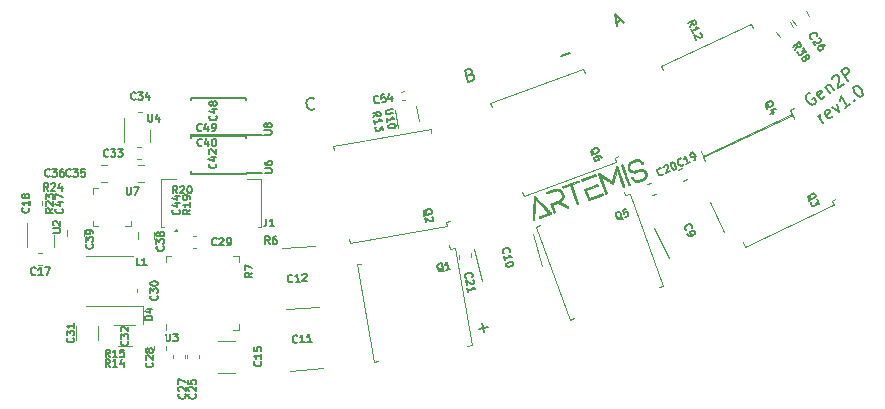
<source format=gbr>
G04 #@! TF.GenerationSoftware,KiCad,Pcbnew,(5.1.10)-1*
G04 #@! TF.CreationDate,2022-10-21T14:01:49-07:00*
G04 #@! TF.ProjectId,Motor_Gen2P,4d6f746f-725f-4476-956e-32502e6b6963,rev?*
G04 #@! TF.SameCoordinates,Original*
G04 #@! TF.FileFunction,Legend,Top*
G04 #@! TF.FilePolarity,Positive*
%FSLAX46Y46*%
G04 Gerber Fmt 4.6, Leading zero omitted, Abs format (unit mm)*
G04 Created by KiCad (PCBNEW (5.1.10)-1) date 2022-10-21 14:01:49*
%MOMM*%
%LPD*%
G01*
G04 APERTURE LIST*
%ADD10C,0.203200*%
%ADD11C,0.120000*%
%ADD12C,0.010000*%
%ADD13C,0.150000*%
%ADD14C,0.127000*%
%ADD15C,0.100000*%
%ADD16R,0.520000X1.600000*%
%ADD17R,0.300000X0.600000*%
%ADD18R,0.300000X1.000000*%
%ADD19R,1.200000X3.700000*%
%ADD20C,0.800000*%
%ADD21C,5.400000*%
%ADD22R,1.450000X0.450000*%
%ADD23R,1.600000X1.000000*%
%ADD24R,2.000000X1.100000*%
%ADD25R,0.800000X1.100000*%
G04 APERTURE END LIST*
D10*
X131901431Y-65930184D02*
X132340622Y-65727249D01*
X131935354Y-66234286D02*
X131816624Y-65169929D01*
X132550222Y-65950177D01*
X106337832Y-73191217D02*
X106292764Y-73242698D01*
X106151147Y-73300592D01*
X106054598Y-73307005D01*
X105906567Y-73268349D01*
X105803605Y-73178213D01*
X105748918Y-73084870D01*
X105687818Y-72894978D01*
X105678199Y-72750155D01*
X105713648Y-72553850D01*
X105755510Y-72454094D01*
X105845646Y-72351132D01*
X105987263Y-72293239D01*
X106083812Y-72286826D01*
X106231843Y-72325481D01*
X106283324Y-72370549D01*
X119552397Y-70336752D02*
X119704993Y-70347783D01*
X119763825Y-70382715D01*
X119834607Y-70464529D01*
X119870457Y-70605175D01*
X119847475Y-70710889D01*
X119812543Y-70769720D01*
X119730730Y-70840502D01*
X119355674Y-70936103D01*
X119104723Y-69951583D01*
X119432897Y-69867933D01*
X119538611Y-69890914D01*
X119597443Y-69925846D01*
X119668225Y-70007660D01*
X119692125Y-70101424D01*
X119669143Y-70207138D01*
X119634211Y-70265970D01*
X119552397Y-70336752D01*
X119224224Y-70420402D01*
X148305577Y-71906689D02*
X148198564Y-71922558D01*
X148079670Y-72005809D01*
X147988526Y-72128691D01*
X147964764Y-72263454D01*
X147980633Y-72370467D01*
X148052002Y-72556742D01*
X148135253Y-72675637D01*
X148285885Y-72806412D01*
X148381016Y-72857924D01*
X148515779Y-72881687D01*
X148662424Y-72838067D01*
X148741686Y-72782567D01*
X148832830Y-72659685D01*
X148844711Y-72592304D01*
X148650460Y-72314884D01*
X148491935Y-72425885D01*
X149546195Y-72160182D02*
X149494682Y-72255314D01*
X149336157Y-72366315D01*
X149229144Y-72382184D01*
X149134012Y-72330671D01*
X148912011Y-72013620D01*
X148896142Y-71906607D01*
X148947654Y-71811476D01*
X149106180Y-71700475D01*
X149213193Y-71684606D01*
X149308324Y-71736118D01*
X149363825Y-71815381D01*
X149023011Y-72172146D01*
X149581756Y-71367473D02*
X149970258Y-71922312D01*
X149637256Y-71446735D02*
X149649138Y-71379354D01*
X149700650Y-71284222D01*
X149819544Y-71200972D01*
X149926557Y-71185103D01*
X150021689Y-71236615D01*
X150326941Y-71672560D01*
X150156370Y-70669813D02*
X150168251Y-70602431D01*
X150219763Y-70507300D01*
X150417920Y-70368549D01*
X150524933Y-70352680D01*
X150592314Y-70364561D01*
X150687446Y-70416073D01*
X150742946Y-70495336D01*
X150786566Y-70641980D01*
X150643991Y-71450559D01*
X151159199Y-71089807D01*
X151515881Y-70840055D02*
X150933128Y-70007796D01*
X151250178Y-69785795D01*
X151357191Y-69769926D01*
X151424573Y-69781807D01*
X151519705Y-69833320D01*
X151602955Y-69952214D01*
X151618824Y-70059227D01*
X151606943Y-70126608D01*
X151555430Y-70221740D01*
X151238380Y-70443741D01*
X149415317Y-74419408D02*
X149026814Y-73864569D01*
X149137815Y-74023094D02*
X149121946Y-73916081D01*
X149133827Y-73848700D01*
X149185340Y-73753568D01*
X149264602Y-73698068D01*
X150219825Y-73797023D02*
X150168312Y-73892154D01*
X150009787Y-74003155D01*
X149902774Y-74019024D01*
X149807642Y-73967511D01*
X149585641Y-73650461D01*
X149569772Y-73543448D01*
X149621284Y-73448316D01*
X149779810Y-73337315D01*
X149886823Y-73321446D01*
X149981954Y-73372959D01*
X150037455Y-73452221D01*
X149696642Y-73808986D01*
X150176123Y-73059813D02*
X150762783Y-73475902D01*
X150572437Y-72782312D01*
X151713935Y-72809897D02*
X151238359Y-73142900D01*
X151476147Y-72976398D02*
X150893393Y-72144140D01*
X150897381Y-72318534D01*
X150873619Y-72453297D01*
X150822106Y-72548429D01*
X152015117Y-72480883D02*
X152082499Y-72492764D01*
X152070617Y-72560146D01*
X152003236Y-72548265D01*
X152015117Y-72480883D01*
X152070617Y-72560146D01*
X152042703Y-71339385D02*
X152121965Y-71283885D01*
X152228978Y-71268016D01*
X152296360Y-71279897D01*
X152391492Y-71331409D01*
X152542124Y-71462185D01*
X152680874Y-71660341D01*
X152752244Y-71846617D01*
X152768113Y-71953630D01*
X152756232Y-72021011D01*
X152704719Y-72116143D01*
X152625456Y-72171643D01*
X152518443Y-72187512D01*
X152451062Y-72175631D01*
X152355930Y-72124119D01*
X152205298Y-71993343D01*
X152066547Y-71795187D01*
X151995178Y-71608911D01*
X151979309Y-71501898D01*
X151991190Y-71434517D01*
X152042703Y-71339385D01*
X127236115Y-68775572D02*
X127963526Y-68510816D01*
X120740923Y-92132130D02*
X120549722Y-91382019D01*
X121020378Y-91661474D02*
X120270267Y-91852675D01*
D11*
X101600000Y-83200000D02*
X101800000Y-83200000D01*
X101800000Y-83200000D02*
X101800000Y-79200000D01*
X101800000Y-79200000D02*
X100600000Y-79200000D01*
X93600000Y-83200000D02*
X93400000Y-83200000D01*
X93400000Y-83200000D02*
X93400000Y-79200000D01*
X93400000Y-79200000D02*
X94600000Y-79200000D01*
X94450000Y-83572132D02*
X94600000Y-83360000D01*
X94600000Y-83360000D02*
X94750000Y-83572132D01*
X94750000Y-83572132D02*
X94450000Y-83572132D01*
D12*
G36*
X125006856Y-80621472D02*
G01*
X125031952Y-80628922D01*
X125044463Y-80640132D01*
X125072669Y-80667972D01*
X125114906Y-80710701D01*
X125169517Y-80766582D01*
X125234838Y-80833874D01*
X125309211Y-80910837D01*
X125390976Y-80995734D01*
X125478472Y-81086823D01*
X125570039Y-81182366D01*
X125664016Y-81280624D01*
X125758744Y-81379857D01*
X125852561Y-81478326D01*
X125943808Y-81574290D01*
X126030824Y-81666013D01*
X126111949Y-81751752D01*
X126185524Y-81829770D01*
X126249886Y-81898326D01*
X126303377Y-81955682D01*
X126344336Y-82000098D01*
X126371102Y-82029835D01*
X126382016Y-82043153D01*
X126382146Y-82043431D01*
X126381119Y-82064855D01*
X126372293Y-82090625D01*
X126367647Y-82099151D01*
X126360623Y-82107283D01*
X126348940Y-82115978D01*
X126330318Y-82126194D01*
X126302476Y-82138890D01*
X126263136Y-82155025D01*
X126210013Y-82175557D01*
X126140829Y-82201443D01*
X126053305Y-82233642D01*
X125945156Y-82273112D01*
X125891682Y-82292583D01*
X125773925Y-82335395D01*
X125677656Y-82370208D01*
X125600513Y-82397753D01*
X125540133Y-82418760D01*
X125494153Y-82433962D01*
X125460209Y-82444091D01*
X125435941Y-82449877D01*
X125418982Y-82452055D01*
X125406972Y-82451354D01*
X125397547Y-82448508D01*
X125393697Y-82446804D01*
X125360180Y-82420554D01*
X125349794Y-82383808D01*
X125353922Y-82359122D01*
X125357318Y-82350789D01*
X125364035Y-82342584D01*
X125376473Y-82333438D01*
X125397035Y-82322286D01*
X125428120Y-82308062D01*
X125472131Y-82289696D01*
X125531466Y-82266123D01*
X125608529Y-82236277D01*
X125705719Y-82199092D01*
X125764562Y-82176670D01*
X126166704Y-82023545D01*
X125619703Y-81448909D01*
X125523610Y-81348224D01*
X125432742Y-81253522D01*
X125348594Y-81166328D01*
X125272657Y-81088163D01*
X125206424Y-81020550D01*
X125151389Y-80965011D01*
X125109045Y-80923070D01*
X125080883Y-80896248D01*
X125068397Y-80886069D01*
X125067920Y-80886141D01*
X125066329Y-80900530D01*
X125063314Y-80938155D01*
X125059020Y-80996899D01*
X125053589Y-81074647D01*
X125047164Y-81169283D01*
X125039887Y-81278690D01*
X125031902Y-81400753D01*
X125023352Y-81533355D01*
X125014379Y-81674382D01*
X125009975Y-81744258D01*
X125000699Y-81889055D01*
X124991528Y-82026805D01*
X124982629Y-82155345D01*
X124974166Y-82272509D01*
X124966307Y-82376134D01*
X124959218Y-82464057D01*
X124953064Y-82534112D01*
X124948012Y-82584137D01*
X124944229Y-82611966D01*
X124942960Y-82616720D01*
X124919516Y-82644344D01*
X124886410Y-82651186D01*
X124861243Y-82646592D01*
X124832728Y-82630739D01*
X124818384Y-82611510D01*
X124817389Y-82594181D01*
X124818037Y-82554013D01*
X124820179Y-82493415D01*
X124823662Y-82414797D01*
X124828334Y-82320565D01*
X124834047Y-82213130D01*
X124840646Y-82094900D01*
X124847981Y-81968284D01*
X124855900Y-81835690D01*
X124864252Y-81699529D01*
X124872885Y-81562208D01*
X124881648Y-81426137D01*
X124890390Y-81293723D01*
X124898959Y-81167376D01*
X124907203Y-81049506D01*
X124914971Y-80942519D01*
X124922111Y-80848826D01*
X124928474Y-80770835D01*
X124933905Y-80710956D01*
X124938256Y-80671595D01*
X124941372Y-80655165D01*
X124941397Y-80655123D01*
X124970190Y-80629009D01*
X125006856Y-80621472D01*
G37*
X125006856Y-80621472D02*
X125031952Y-80628922D01*
X125044463Y-80640132D01*
X125072669Y-80667972D01*
X125114906Y-80710701D01*
X125169517Y-80766582D01*
X125234838Y-80833874D01*
X125309211Y-80910837D01*
X125390976Y-80995734D01*
X125478472Y-81086823D01*
X125570039Y-81182366D01*
X125664016Y-81280624D01*
X125758744Y-81379857D01*
X125852561Y-81478326D01*
X125943808Y-81574290D01*
X126030824Y-81666013D01*
X126111949Y-81751752D01*
X126185524Y-81829770D01*
X126249886Y-81898326D01*
X126303377Y-81955682D01*
X126344336Y-82000098D01*
X126371102Y-82029835D01*
X126382016Y-82043153D01*
X126382146Y-82043431D01*
X126381119Y-82064855D01*
X126372293Y-82090625D01*
X126367647Y-82099151D01*
X126360623Y-82107283D01*
X126348940Y-82115978D01*
X126330318Y-82126194D01*
X126302476Y-82138890D01*
X126263136Y-82155025D01*
X126210013Y-82175557D01*
X126140829Y-82201443D01*
X126053305Y-82233642D01*
X125945156Y-82273112D01*
X125891682Y-82292583D01*
X125773925Y-82335395D01*
X125677656Y-82370208D01*
X125600513Y-82397753D01*
X125540133Y-82418760D01*
X125494153Y-82433962D01*
X125460209Y-82444091D01*
X125435941Y-82449877D01*
X125418982Y-82452055D01*
X125406972Y-82451354D01*
X125397547Y-82448508D01*
X125393697Y-82446804D01*
X125360180Y-82420554D01*
X125349794Y-82383808D01*
X125353922Y-82359122D01*
X125357318Y-82350789D01*
X125364035Y-82342584D01*
X125376473Y-82333438D01*
X125397035Y-82322286D01*
X125428120Y-82308062D01*
X125472131Y-82289696D01*
X125531466Y-82266123D01*
X125608529Y-82236277D01*
X125705719Y-82199092D01*
X125764562Y-82176670D01*
X126166704Y-82023545D01*
X125619703Y-81448909D01*
X125523610Y-81348224D01*
X125432742Y-81253522D01*
X125348594Y-81166328D01*
X125272657Y-81088163D01*
X125206424Y-81020550D01*
X125151389Y-80965011D01*
X125109045Y-80923070D01*
X125080883Y-80896248D01*
X125068397Y-80886069D01*
X125067920Y-80886141D01*
X125066329Y-80900530D01*
X125063314Y-80938155D01*
X125059020Y-80996899D01*
X125053589Y-81074647D01*
X125047164Y-81169283D01*
X125039887Y-81278690D01*
X125031902Y-81400753D01*
X125023352Y-81533355D01*
X125014379Y-81674382D01*
X125009975Y-81744258D01*
X125000699Y-81889055D01*
X124991528Y-82026805D01*
X124982629Y-82155345D01*
X124974166Y-82272509D01*
X124966307Y-82376134D01*
X124959218Y-82464057D01*
X124953064Y-82534112D01*
X124948012Y-82584137D01*
X124944229Y-82611966D01*
X124942960Y-82616720D01*
X124919516Y-82644344D01*
X124886410Y-82651186D01*
X124861243Y-82646592D01*
X124832728Y-82630739D01*
X124818384Y-82611510D01*
X124817389Y-82594181D01*
X124818037Y-82554013D01*
X124820179Y-82493415D01*
X124823662Y-82414797D01*
X124828334Y-82320565D01*
X124834047Y-82213130D01*
X124840646Y-82094900D01*
X124847981Y-81968284D01*
X124855900Y-81835690D01*
X124864252Y-81699529D01*
X124872885Y-81562208D01*
X124881648Y-81426137D01*
X124890390Y-81293723D01*
X124898959Y-81167376D01*
X124907203Y-81049506D01*
X124914971Y-80942519D01*
X124922111Y-80848826D01*
X124928474Y-80770835D01*
X124933905Y-80710956D01*
X124938256Y-80671595D01*
X124941372Y-80655165D01*
X124941397Y-80655123D01*
X124970190Y-80629009D01*
X125006856Y-80621472D01*
G36*
X126478517Y-80079095D02*
G01*
X126574355Y-80045485D01*
X126652832Y-80019553D01*
X126717116Y-80000560D01*
X126770374Y-79987772D01*
X126815773Y-79980452D01*
X126856480Y-79977864D01*
X126895663Y-79979271D01*
X126936488Y-79983939D01*
X126946231Y-79985363D01*
X127021034Y-80004772D01*
X127103166Y-80039443D01*
X127184008Y-80084870D01*
X127254944Y-80136544D01*
X127281432Y-80160730D01*
X127344434Y-80239129D01*
X127395215Y-80333926D01*
X127430629Y-80437793D01*
X127447529Y-80543406D01*
X127447800Y-80548017D01*
X127441688Y-80661924D01*
X127412565Y-80773608D01*
X127362720Y-80878613D01*
X127294445Y-80972488D01*
X127210029Y-81050777D01*
X127177716Y-81073273D01*
X127125005Y-81107119D01*
X127456471Y-81277049D01*
X127542201Y-81321177D01*
X127621655Y-81362413D01*
X127691704Y-81399108D01*
X127749219Y-81429608D01*
X127791069Y-81452265D01*
X127814124Y-81465425D01*
X127816421Y-81466922D01*
X127840400Y-81495828D01*
X127846678Y-81530719D01*
X127837460Y-81564359D01*
X127814955Y-81589515D01*
X127781368Y-81598951D01*
X127776240Y-81598640D01*
X127759114Y-81592354D01*
X127722223Y-81575649D01*
X127668309Y-81549871D01*
X127600115Y-81516367D01*
X127520386Y-81476482D01*
X127431864Y-81431565D01*
X127346854Y-81387901D01*
X126943930Y-81179783D01*
X126504446Y-81339742D01*
X126613037Y-81638094D01*
X126646547Y-81730455D01*
X126672120Y-81802054D01*
X126690621Y-81855952D01*
X126702914Y-81895212D01*
X126709863Y-81922899D01*
X126712334Y-81942073D01*
X126711191Y-81955799D01*
X126707298Y-81967138D01*
X126706448Y-81969002D01*
X126686975Y-81996338D01*
X126667399Y-82010245D01*
X126638470Y-82011601D01*
X126610975Y-82003751D01*
X126601183Y-81998327D01*
X126592030Y-81990066D01*
X126582341Y-81976292D01*
X126570941Y-81954330D01*
X126556658Y-81921506D01*
X126538317Y-81875144D01*
X126514744Y-81812568D01*
X126484766Y-81731103D01*
X126452454Y-81642482D01*
X126416068Y-81542295D01*
X126387635Y-81463143D01*
X126366331Y-81402219D01*
X126351338Y-81356722D01*
X126341834Y-81323847D01*
X126336998Y-81300790D01*
X126336011Y-81284748D01*
X126338054Y-81272916D01*
X126341668Y-81263837D01*
X126347096Y-81254038D01*
X126355365Y-81244879D01*
X126369153Y-81235183D01*
X126391135Y-81223777D01*
X126423991Y-81209484D01*
X126470398Y-81191128D01*
X126533034Y-81167537D01*
X126614577Y-81137533D01*
X126702350Y-81105530D01*
X126804655Y-81067763D01*
X126896968Y-81032644D01*
X126976334Y-81001358D01*
X127039794Y-80975088D01*
X127084393Y-80955018D01*
X127103570Y-80944819D01*
X127161629Y-80896930D01*
X127215306Y-80831930D01*
X127258780Y-80758070D01*
X127285332Y-80687201D01*
X127299514Y-80584158D01*
X127290284Y-80483660D01*
X127259408Y-80389181D01*
X127208652Y-80304191D01*
X127139784Y-80232164D01*
X127054569Y-80176573D01*
X127017167Y-80160051D01*
X126976155Y-80144844D01*
X126939401Y-80133854D01*
X126903775Y-80127607D01*
X126866153Y-80126632D01*
X126823408Y-80131456D01*
X126772415Y-80142604D01*
X126710047Y-80160606D01*
X126633177Y-80185986D01*
X126538679Y-80219274D01*
X126427727Y-80259431D01*
X126063642Y-80391947D01*
X126023687Y-80373315D01*
X125987977Y-80350178D01*
X125975733Y-80322641D01*
X125985023Y-80286248D01*
X125985489Y-80285242D01*
X125990788Y-80275646D01*
X125998853Y-80266649D01*
X126012292Y-80257111D01*
X126033718Y-80245893D01*
X126065747Y-80231858D01*
X126110988Y-80213866D01*
X126172055Y-80190779D01*
X126251561Y-80161460D01*
X126352118Y-80124769D01*
X126362151Y-80121117D01*
X126478517Y-80079095D01*
G37*
X126478517Y-80079095D02*
X126574355Y-80045485D01*
X126652832Y-80019553D01*
X126717116Y-80000560D01*
X126770374Y-79987772D01*
X126815773Y-79980452D01*
X126856480Y-79977864D01*
X126895663Y-79979271D01*
X126936488Y-79983939D01*
X126946231Y-79985363D01*
X127021034Y-80004772D01*
X127103166Y-80039443D01*
X127184008Y-80084870D01*
X127254944Y-80136544D01*
X127281432Y-80160730D01*
X127344434Y-80239129D01*
X127395215Y-80333926D01*
X127430629Y-80437793D01*
X127447529Y-80543406D01*
X127447800Y-80548017D01*
X127441688Y-80661924D01*
X127412565Y-80773608D01*
X127362720Y-80878613D01*
X127294445Y-80972488D01*
X127210029Y-81050777D01*
X127177716Y-81073273D01*
X127125005Y-81107119D01*
X127456471Y-81277049D01*
X127542201Y-81321177D01*
X127621655Y-81362413D01*
X127691704Y-81399108D01*
X127749219Y-81429608D01*
X127791069Y-81452265D01*
X127814124Y-81465425D01*
X127816421Y-81466922D01*
X127840400Y-81495828D01*
X127846678Y-81530719D01*
X127837460Y-81564359D01*
X127814955Y-81589515D01*
X127781368Y-81598951D01*
X127776240Y-81598640D01*
X127759114Y-81592354D01*
X127722223Y-81575649D01*
X127668309Y-81549871D01*
X127600115Y-81516367D01*
X127520386Y-81476482D01*
X127431864Y-81431565D01*
X127346854Y-81387901D01*
X126943930Y-81179783D01*
X126504446Y-81339742D01*
X126613037Y-81638094D01*
X126646547Y-81730455D01*
X126672120Y-81802054D01*
X126690621Y-81855952D01*
X126702914Y-81895212D01*
X126709863Y-81922899D01*
X126712334Y-81942073D01*
X126711191Y-81955799D01*
X126707298Y-81967138D01*
X126706448Y-81969002D01*
X126686975Y-81996338D01*
X126667399Y-82010245D01*
X126638470Y-82011601D01*
X126610975Y-82003751D01*
X126601183Y-81998327D01*
X126592030Y-81990066D01*
X126582341Y-81976292D01*
X126570941Y-81954330D01*
X126556658Y-81921506D01*
X126538317Y-81875144D01*
X126514744Y-81812568D01*
X126484766Y-81731103D01*
X126452454Y-81642482D01*
X126416068Y-81542295D01*
X126387635Y-81463143D01*
X126366331Y-81402219D01*
X126351338Y-81356722D01*
X126341834Y-81323847D01*
X126336998Y-81300790D01*
X126336011Y-81284748D01*
X126338054Y-81272916D01*
X126341668Y-81263837D01*
X126347096Y-81254038D01*
X126355365Y-81244879D01*
X126369153Y-81235183D01*
X126391135Y-81223777D01*
X126423991Y-81209484D01*
X126470398Y-81191128D01*
X126533034Y-81167537D01*
X126614577Y-81137533D01*
X126702350Y-81105530D01*
X126804655Y-81067763D01*
X126896968Y-81032644D01*
X126976334Y-81001358D01*
X127039794Y-80975088D01*
X127084393Y-80955018D01*
X127103570Y-80944819D01*
X127161629Y-80896930D01*
X127215306Y-80831930D01*
X127258780Y-80758070D01*
X127285332Y-80687201D01*
X127299514Y-80584158D01*
X127290284Y-80483660D01*
X127259408Y-80389181D01*
X127208652Y-80304191D01*
X127139784Y-80232164D01*
X127054569Y-80176573D01*
X127017167Y-80160051D01*
X126976155Y-80144844D01*
X126939401Y-80133854D01*
X126903775Y-80127607D01*
X126866153Y-80126632D01*
X126823408Y-80131456D01*
X126772415Y-80142604D01*
X126710047Y-80160606D01*
X126633177Y-80185986D01*
X126538679Y-80219274D01*
X126427727Y-80259431D01*
X126063642Y-80391947D01*
X126023687Y-80373315D01*
X125987977Y-80350178D01*
X125975733Y-80322641D01*
X125985023Y-80286248D01*
X125985489Y-80285242D01*
X125990788Y-80275646D01*
X125998853Y-80266649D01*
X126012292Y-80257111D01*
X126033718Y-80245893D01*
X126065747Y-80231858D01*
X126110988Y-80213866D01*
X126172055Y-80190779D01*
X126251561Y-80161460D01*
X126352118Y-80124769D01*
X126362151Y-80121117D01*
X126478517Y-80079095D01*
G36*
X128151556Y-79469838D02*
G01*
X128273919Y-79425451D01*
X128376254Y-79388664D01*
X128460485Y-79358948D01*
X128528538Y-79335773D01*
X128582338Y-79318612D01*
X128623809Y-79306935D01*
X128654879Y-79300213D01*
X128677471Y-79297919D01*
X128693510Y-79299520D01*
X128704921Y-79304492D01*
X128713633Y-79312304D01*
X128721566Y-79322426D01*
X128723838Y-79325505D01*
X128733149Y-79351983D01*
X128723908Y-79386825D01*
X128722349Y-79390243D01*
X128703247Y-79431208D01*
X128416286Y-79535653D01*
X128129326Y-79640099D01*
X128706539Y-81225980D01*
X128686777Y-81254211D01*
X128654506Y-81285329D01*
X128619079Y-81292340D01*
X128614102Y-81291359D01*
X128603918Y-81288140D01*
X128594129Y-81282539D01*
X128584021Y-81272861D01*
X128572882Y-81257409D01*
X128560001Y-81234485D01*
X128544664Y-81202393D01*
X128526159Y-81159436D01*
X128503775Y-81103918D01*
X128476798Y-81034142D01*
X128444516Y-80948411D01*
X128406218Y-80845028D01*
X128361190Y-80722296D01*
X128308721Y-80578519D01*
X128268740Y-80468723D01*
X127986117Y-79692223D01*
X127699698Y-79796470D01*
X127609381Y-79829227D01*
X127539749Y-79854049D01*
X127487658Y-79871812D01*
X127449973Y-79883393D01*
X127423551Y-79889668D01*
X127405256Y-79891514D01*
X127391947Y-79889807D01*
X127380725Y-79885538D01*
X127348063Y-79859007D01*
X127334686Y-79822938D01*
X127342433Y-79786691D01*
X127347347Y-79780016D01*
X127356425Y-79772586D01*
X127371549Y-79763652D01*
X127394603Y-79752468D01*
X127427471Y-79738282D01*
X127472034Y-79720347D01*
X127530176Y-79697913D01*
X127603782Y-79670232D01*
X127694734Y-79636556D01*
X127804916Y-79596134D01*
X127936209Y-79548219D01*
X128007239Y-79522354D01*
X128151556Y-79469838D01*
G37*
X128151556Y-79469838D02*
X128273919Y-79425451D01*
X128376254Y-79388664D01*
X128460485Y-79358948D01*
X128528538Y-79335773D01*
X128582338Y-79318612D01*
X128623809Y-79306935D01*
X128654879Y-79300213D01*
X128677471Y-79297919D01*
X128693510Y-79299520D01*
X128704921Y-79304492D01*
X128713633Y-79312304D01*
X128721566Y-79322426D01*
X128723838Y-79325505D01*
X128733149Y-79351983D01*
X128723908Y-79386825D01*
X128722349Y-79390243D01*
X128703247Y-79431208D01*
X128416286Y-79535653D01*
X128129326Y-79640099D01*
X128706539Y-81225980D01*
X128686777Y-81254211D01*
X128654506Y-81285329D01*
X128619079Y-81292340D01*
X128614102Y-81291359D01*
X128603918Y-81288140D01*
X128594129Y-81282539D01*
X128584021Y-81272861D01*
X128572882Y-81257409D01*
X128560001Y-81234485D01*
X128544664Y-81202393D01*
X128526159Y-81159436D01*
X128503775Y-81103918D01*
X128476798Y-81034142D01*
X128444516Y-80948411D01*
X128406218Y-80845028D01*
X128361190Y-80722296D01*
X128308721Y-80578519D01*
X128268740Y-80468723D01*
X127986117Y-79692223D01*
X127699698Y-79796470D01*
X127609381Y-79829227D01*
X127539749Y-79854049D01*
X127487658Y-79871812D01*
X127449973Y-79883393D01*
X127423551Y-79889668D01*
X127405256Y-79891514D01*
X127391947Y-79889807D01*
X127380725Y-79885538D01*
X127348063Y-79859007D01*
X127334686Y-79822938D01*
X127342433Y-79786691D01*
X127347347Y-79780016D01*
X127356425Y-79772586D01*
X127371549Y-79763652D01*
X127394603Y-79752468D01*
X127427471Y-79738282D01*
X127472034Y-79720347D01*
X127530176Y-79697913D01*
X127603782Y-79670232D01*
X127694734Y-79636556D01*
X127804916Y-79596134D01*
X127936209Y-79548219D01*
X128007239Y-79522354D01*
X128151556Y-79469838D01*
G36*
X130292605Y-79645183D02*
G01*
X130322302Y-79666395D01*
X130332111Y-79686081D01*
X130324956Y-79713893D01*
X130318063Y-79729314D01*
X130299432Y-79769268D01*
X129839427Y-79936697D01*
X129379422Y-80104125D01*
X129622667Y-80772435D01*
X130157046Y-80577937D01*
X130290473Y-80529412D01*
X130402081Y-80489090D01*
X130493920Y-80456493D01*
X130568040Y-80431148D01*
X130626493Y-80412579D01*
X130671332Y-80400309D01*
X130704605Y-80393864D01*
X130728367Y-80392768D01*
X130744665Y-80396546D01*
X130755554Y-80404721D01*
X130763085Y-80416821D01*
X130769307Y-80432366D01*
X130770534Y-80435735D01*
X130776058Y-80451518D01*
X130779028Y-80465416D01*
X130777630Y-80478333D01*
X130770052Y-80491171D01*
X130754478Y-80504830D01*
X130729095Y-80520214D01*
X130692092Y-80538224D01*
X130641652Y-80559765D01*
X130575964Y-80585736D01*
X130493213Y-80617042D01*
X130391586Y-80654583D01*
X130269270Y-80699263D01*
X130163283Y-80737847D01*
X130030301Y-80786201D01*
X129919100Y-80826478D01*
X129827618Y-80859344D01*
X129753787Y-80885468D01*
X129695544Y-80905516D01*
X129650823Y-80920157D01*
X129617561Y-80930058D01*
X129593691Y-80935886D01*
X129577148Y-80938311D01*
X129565869Y-80937997D01*
X129557788Y-80935616D01*
X129555323Y-80934410D01*
X129547310Y-80928541D01*
X129538661Y-80917856D01*
X129528417Y-80900041D01*
X129515622Y-80872780D01*
X129499315Y-80833756D01*
X129478542Y-80780653D01*
X129452344Y-80711156D01*
X129419762Y-80622949D01*
X129379841Y-80513715D01*
X129368588Y-80482813D01*
X129209547Y-80045852D01*
X129229308Y-80017620D01*
X129236738Y-80009700D01*
X129249739Y-80000675D01*
X129270446Y-79989678D01*
X129300997Y-79975848D01*
X129343529Y-79958320D01*
X129400176Y-79936232D01*
X129473079Y-79908718D01*
X129564371Y-79874917D01*
X129676192Y-79833963D01*
X129752748Y-79806065D01*
X130256425Y-79622742D01*
X130292605Y-79645183D01*
G37*
X130292605Y-79645183D02*
X130322302Y-79666395D01*
X130332111Y-79686081D01*
X130324956Y-79713893D01*
X130318063Y-79729314D01*
X130299432Y-79769268D01*
X129839427Y-79936697D01*
X129379422Y-80104125D01*
X129622667Y-80772435D01*
X130157046Y-80577937D01*
X130290473Y-80529412D01*
X130402081Y-80489090D01*
X130493920Y-80456493D01*
X130568040Y-80431148D01*
X130626493Y-80412579D01*
X130671332Y-80400309D01*
X130704605Y-80393864D01*
X130728367Y-80392768D01*
X130744665Y-80396546D01*
X130755554Y-80404721D01*
X130763085Y-80416821D01*
X130769307Y-80432366D01*
X130770534Y-80435735D01*
X130776058Y-80451518D01*
X130779028Y-80465416D01*
X130777630Y-80478333D01*
X130770052Y-80491171D01*
X130754478Y-80504830D01*
X130729095Y-80520214D01*
X130692092Y-80538224D01*
X130641652Y-80559765D01*
X130575964Y-80585736D01*
X130493213Y-80617042D01*
X130391586Y-80654583D01*
X130269270Y-80699263D01*
X130163283Y-80737847D01*
X130030301Y-80786201D01*
X129919100Y-80826478D01*
X129827618Y-80859344D01*
X129753787Y-80885468D01*
X129695544Y-80905516D01*
X129650823Y-80920157D01*
X129617561Y-80930058D01*
X129593691Y-80935886D01*
X129577148Y-80938311D01*
X129565869Y-80937997D01*
X129557788Y-80935616D01*
X129555323Y-80934410D01*
X129547310Y-80928541D01*
X129538661Y-80917856D01*
X129528417Y-80900041D01*
X129515622Y-80872780D01*
X129499315Y-80833756D01*
X129478542Y-80780653D01*
X129452344Y-80711156D01*
X129419762Y-80622949D01*
X129379841Y-80513715D01*
X129368588Y-80482813D01*
X129209547Y-80045852D01*
X129229308Y-80017620D01*
X129236738Y-80009700D01*
X129249739Y-80000675D01*
X129270446Y-79989678D01*
X129300997Y-79975848D01*
X129343529Y-79958320D01*
X129400176Y-79936232D01*
X129473079Y-79908718D01*
X129564371Y-79874917D01*
X129676192Y-79833963D01*
X129752748Y-79806065D01*
X130256425Y-79622742D01*
X130292605Y-79645183D01*
G36*
X130421682Y-78644490D02*
G01*
X130442707Y-78648519D01*
X130471223Y-78660084D01*
X130508973Y-78680081D01*
X130557696Y-78709406D01*
X130619133Y-78748956D01*
X130695025Y-78799629D01*
X130787111Y-78862319D01*
X130897133Y-78937925D01*
X130985870Y-78999096D01*
X131088823Y-79069890D01*
X131185504Y-79135975D01*
X131273894Y-79195999D01*
X131351975Y-79248611D01*
X131417729Y-79292460D01*
X131469139Y-79326192D01*
X131504187Y-79348458D01*
X131520855Y-79357905D01*
X131521881Y-79358122D01*
X131527119Y-79345519D01*
X131538342Y-79310738D01*
X131554872Y-79256114D01*
X131576036Y-79183977D01*
X131601157Y-79096663D01*
X131629559Y-78996503D01*
X131660566Y-78885832D01*
X131693502Y-78766982D01*
X131701289Y-78738705D01*
X131740185Y-78597689D01*
X131773167Y-78479254D01*
X131800856Y-78381436D01*
X131823878Y-78302270D01*
X131842856Y-78239793D01*
X131858413Y-78192043D01*
X131871176Y-78157054D01*
X131881766Y-78132863D01*
X131890807Y-78117508D01*
X131898926Y-78109024D01*
X131901996Y-78107145D01*
X131939357Y-78099146D01*
X131963702Y-78103674D01*
X131969805Y-78106756D01*
X131976015Y-78112010D01*
X131982987Y-78121102D01*
X131991378Y-78135699D01*
X132001848Y-78157467D01*
X132015051Y-78188072D01*
X132031645Y-78229180D01*
X132052287Y-78282458D01*
X132077634Y-78349571D01*
X132108341Y-78432186D01*
X132145069Y-78531970D01*
X132188473Y-78650587D01*
X132239209Y-78789705D01*
X132297934Y-78950991D01*
X132299584Y-78955520D01*
X132358457Y-79117321D01*
X132409200Y-79256965D01*
X132452378Y-79376162D01*
X132488561Y-79476616D01*
X132518317Y-79560035D01*
X132542214Y-79628127D01*
X132560822Y-79682599D01*
X132574709Y-79725158D01*
X132584441Y-79757512D01*
X132590589Y-79781366D01*
X132593722Y-79798428D01*
X132594406Y-79810408D01*
X132593211Y-79819009D01*
X132590706Y-79825941D01*
X132589957Y-79827580D01*
X132563707Y-79861095D01*
X132526966Y-79871480D01*
X132502272Y-79867346D01*
X132495914Y-79864847D01*
X132489471Y-79859960D01*
X132482207Y-79850891D01*
X132473390Y-79835851D01*
X132462287Y-79813046D01*
X132448161Y-79780684D01*
X132430281Y-79736974D01*
X132407911Y-79680124D01*
X132380317Y-79608341D01*
X132346768Y-79519834D01*
X132306527Y-79412811D01*
X132258861Y-79285480D01*
X132205926Y-79143786D01*
X131938909Y-78428729D01*
X131788791Y-78977403D01*
X131757251Y-79091669D01*
X131727153Y-79198782D01*
X131699261Y-79296161D01*
X131674336Y-79381227D01*
X131653143Y-79451404D01*
X131636445Y-79504111D01*
X131625004Y-79536770D01*
X131620376Y-79546510D01*
X131593665Y-79563987D01*
X131576358Y-79568017D01*
X131560888Y-79561198D01*
X131526827Y-79541249D01*
X131476390Y-79509620D01*
X131411790Y-79467757D01*
X131335239Y-79417106D01*
X131248950Y-79359117D01*
X131155135Y-79295234D01*
X131075939Y-79240711D01*
X130601239Y-78912331D01*
X130856848Y-79633175D01*
X130909798Y-79782579D01*
X130954822Y-79909895D01*
X130992505Y-80016967D01*
X131023441Y-80105636D01*
X131048214Y-80177747D01*
X131067416Y-80235139D01*
X131081636Y-80279659D01*
X131091464Y-80313144D01*
X131097487Y-80337441D01*
X131100296Y-80354391D01*
X131100478Y-80365836D01*
X131098624Y-80373618D01*
X131095454Y-80379386D01*
X131064358Y-80408506D01*
X131026471Y-80413151D01*
X131002722Y-80405286D01*
X130996247Y-80401843D01*
X130989868Y-80396683D01*
X130982919Y-80388129D01*
X130974738Y-80374505D01*
X130964660Y-80354131D01*
X130952021Y-80325332D01*
X130936157Y-80286429D01*
X130916405Y-80235745D01*
X130892101Y-80171602D01*
X130862580Y-80092324D01*
X130827180Y-79996232D01*
X130785237Y-79881649D01*
X130736086Y-79746899D01*
X130679063Y-79590303D01*
X130666111Y-79554718D01*
X130607406Y-79393393D01*
X130556825Y-79254219D01*
X130513802Y-79135483D01*
X130477766Y-79035473D01*
X130448150Y-78952474D01*
X130424382Y-78884772D01*
X130405896Y-78830654D01*
X130392122Y-78788405D01*
X130382492Y-78756313D01*
X130376436Y-78732664D01*
X130373386Y-78715744D01*
X130372774Y-78703838D01*
X130374029Y-78695235D01*
X130376584Y-78688220D01*
X130377695Y-78685790D01*
X130386156Y-78668645D01*
X130395147Y-78655449D01*
X130406409Y-78647099D01*
X130421682Y-78644490D01*
G37*
X130421682Y-78644490D02*
X130442707Y-78648519D01*
X130471223Y-78660084D01*
X130508973Y-78680081D01*
X130557696Y-78709406D01*
X130619133Y-78748956D01*
X130695025Y-78799629D01*
X130787111Y-78862319D01*
X130897133Y-78937925D01*
X130985870Y-78999096D01*
X131088823Y-79069890D01*
X131185504Y-79135975D01*
X131273894Y-79195999D01*
X131351975Y-79248611D01*
X131417729Y-79292460D01*
X131469139Y-79326192D01*
X131504187Y-79348458D01*
X131520855Y-79357905D01*
X131521881Y-79358122D01*
X131527119Y-79345519D01*
X131538342Y-79310738D01*
X131554872Y-79256114D01*
X131576036Y-79183977D01*
X131601157Y-79096663D01*
X131629559Y-78996503D01*
X131660566Y-78885832D01*
X131693502Y-78766982D01*
X131701289Y-78738705D01*
X131740185Y-78597689D01*
X131773167Y-78479254D01*
X131800856Y-78381436D01*
X131823878Y-78302270D01*
X131842856Y-78239793D01*
X131858413Y-78192043D01*
X131871176Y-78157054D01*
X131881766Y-78132863D01*
X131890807Y-78117508D01*
X131898926Y-78109024D01*
X131901996Y-78107145D01*
X131939357Y-78099146D01*
X131963702Y-78103674D01*
X131969805Y-78106756D01*
X131976015Y-78112010D01*
X131982987Y-78121102D01*
X131991378Y-78135699D01*
X132001848Y-78157467D01*
X132015051Y-78188072D01*
X132031645Y-78229180D01*
X132052287Y-78282458D01*
X132077634Y-78349571D01*
X132108341Y-78432186D01*
X132145069Y-78531970D01*
X132188473Y-78650587D01*
X132239209Y-78789705D01*
X132297934Y-78950991D01*
X132299584Y-78955520D01*
X132358457Y-79117321D01*
X132409200Y-79256965D01*
X132452378Y-79376162D01*
X132488561Y-79476616D01*
X132518317Y-79560035D01*
X132542214Y-79628127D01*
X132560822Y-79682599D01*
X132574709Y-79725158D01*
X132584441Y-79757512D01*
X132590589Y-79781366D01*
X132593722Y-79798428D01*
X132594406Y-79810408D01*
X132593211Y-79819009D01*
X132590706Y-79825941D01*
X132589957Y-79827580D01*
X132563707Y-79861095D01*
X132526966Y-79871480D01*
X132502272Y-79867346D01*
X132495914Y-79864847D01*
X132489471Y-79859960D01*
X132482207Y-79850891D01*
X132473390Y-79835851D01*
X132462287Y-79813046D01*
X132448161Y-79780684D01*
X132430281Y-79736974D01*
X132407911Y-79680124D01*
X132380317Y-79608341D01*
X132346768Y-79519834D01*
X132306527Y-79412811D01*
X132258861Y-79285480D01*
X132205926Y-79143786D01*
X131938909Y-78428729D01*
X131788791Y-78977403D01*
X131757251Y-79091669D01*
X131727153Y-79198782D01*
X131699261Y-79296161D01*
X131674336Y-79381227D01*
X131653143Y-79451404D01*
X131636445Y-79504111D01*
X131625004Y-79536770D01*
X131620376Y-79546510D01*
X131593665Y-79563987D01*
X131576358Y-79568017D01*
X131560888Y-79561198D01*
X131526827Y-79541249D01*
X131476390Y-79509620D01*
X131411790Y-79467757D01*
X131335239Y-79417106D01*
X131248950Y-79359117D01*
X131155135Y-79295234D01*
X131075939Y-79240711D01*
X130601239Y-78912331D01*
X130856848Y-79633175D01*
X130909798Y-79782579D01*
X130954822Y-79909895D01*
X130992505Y-80016967D01*
X131023441Y-80105636D01*
X131048214Y-80177747D01*
X131067416Y-80235139D01*
X131081636Y-80279659D01*
X131091464Y-80313144D01*
X131097487Y-80337441D01*
X131100296Y-80354391D01*
X131100478Y-80365836D01*
X131098624Y-80373618D01*
X131095454Y-80379386D01*
X131064358Y-80408506D01*
X131026471Y-80413151D01*
X131002722Y-80405286D01*
X130996247Y-80401843D01*
X130989868Y-80396683D01*
X130982919Y-80388129D01*
X130974738Y-80374505D01*
X130964660Y-80354131D01*
X130952021Y-80325332D01*
X130936157Y-80286429D01*
X130916405Y-80235745D01*
X130892101Y-80171602D01*
X130862580Y-80092324D01*
X130827180Y-79996232D01*
X130785237Y-79881649D01*
X130736086Y-79746899D01*
X130679063Y-79590303D01*
X130666111Y-79554718D01*
X130607406Y-79393393D01*
X130556825Y-79254219D01*
X130513802Y-79135483D01*
X130477766Y-79035473D01*
X130448150Y-78952474D01*
X130424382Y-78884772D01*
X130405896Y-78830654D01*
X130392122Y-78788405D01*
X130382492Y-78756313D01*
X130376436Y-78732664D01*
X130373386Y-78715744D01*
X130372774Y-78703838D01*
X130374029Y-78695235D01*
X130376584Y-78688220D01*
X130377695Y-78685790D01*
X130386156Y-78668645D01*
X130395147Y-78655449D01*
X130406409Y-78647099D01*
X130421682Y-78644490D01*
G36*
X132400206Y-77933740D02*
G01*
X132421339Y-77940469D01*
X132427271Y-77944873D01*
X132434007Y-77953114D01*
X132442190Y-77966838D01*
X132452461Y-77987695D01*
X132465465Y-78017330D01*
X132481844Y-78057393D01*
X132502239Y-78109529D01*
X132527295Y-78175387D01*
X132557653Y-78256615D01*
X132593957Y-78354860D01*
X132636848Y-78471770D01*
X132686970Y-78608992D01*
X132744966Y-78768174D01*
X132755759Y-78797824D01*
X133062485Y-79640545D01*
X133042723Y-79668777D01*
X133012880Y-79698611D01*
X132980022Y-79703917D01*
X132946088Y-79689378D01*
X132938880Y-79684593D01*
X132931957Y-79678497D01*
X132924638Y-79669378D01*
X132916241Y-79655522D01*
X132906090Y-79635218D01*
X132893500Y-79606754D01*
X132877794Y-79568416D01*
X132858290Y-79518493D01*
X132834306Y-79455272D01*
X132805164Y-79377041D01*
X132770184Y-79282087D01*
X132728684Y-79168698D01*
X132679984Y-79035162D01*
X132623403Y-78879767D01*
X132612669Y-78850275D01*
X132553345Y-78687173D01*
X132502221Y-78546209D01*
X132458760Y-78425673D01*
X132422427Y-78323853D01*
X132392689Y-78239035D01*
X132369011Y-78169511D01*
X132350856Y-78113565D01*
X132337690Y-78069488D01*
X132328979Y-78035567D01*
X132324187Y-78010090D01*
X132322780Y-77991344D01*
X132324222Y-77977619D01*
X132327978Y-77967204D01*
X132333514Y-77958383D01*
X132333835Y-77957945D01*
X132362783Y-77937497D01*
X132400206Y-77933740D01*
G37*
X132400206Y-77933740D02*
X132421339Y-77940469D01*
X132427271Y-77944873D01*
X132434007Y-77953114D01*
X132442190Y-77966838D01*
X132452461Y-77987695D01*
X132465465Y-78017330D01*
X132481844Y-78057393D01*
X132502239Y-78109529D01*
X132527295Y-78175387D01*
X132557653Y-78256615D01*
X132593957Y-78354860D01*
X132636848Y-78471770D01*
X132686970Y-78608992D01*
X132744966Y-78768174D01*
X132755759Y-78797824D01*
X133062485Y-79640545D01*
X133042723Y-79668777D01*
X133012880Y-79698611D01*
X132980022Y-79703917D01*
X132946088Y-79689378D01*
X132938880Y-79684593D01*
X132931957Y-79678497D01*
X132924638Y-79669378D01*
X132916241Y-79655522D01*
X132906090Y-79635218D01*
X132893500Y-79606754D01*
X132877794Y-79568416D01*
X132858290Y-79518493D01*
X132834306Y-79455272D01*
X132805164Y-79377041D01*
X132770184Y-79282087D01*
X132728684Y-79168698D01*
X132679984Y-79035162D01*
X132623403Y-78879767D01*
X132612669Y-78850275D01*
X132553345Y-78687173D01*
X132502221Y-78546209D01*
X132458760Y-78425673D01*
X132422427Y-78323853D01*
X132392689Y-78239035D01*
X132369011Y-78169511D01*
X132350856Y-78113565D01*
X132337690Y-78069488D01*
X132328979Y-78035567D01*
X132324187Y-78010090D01*
X132322780Y-77991344D01*
X132324222Y-77977619D01*
X132327978Y-77967204D01*
X132333514Y-77958383D01*
X132333835Y-77957945D01*
X132362783Y-77937497D01*
X132400206Y-77933740D01*
G36*
X133729010Y-77489712D02*
G01*
X133842353Y-77512274D01*
X133944430Y-77556941D01*
X134033174Y-77622398D01*
X134106520Y-77707330D01*
X134130173Y-77744870D01*
X134153357Y-77787366D01*
X134164904Y-77816181D01*
X134167164Y-77838835D01*
X134164527Y-77854850D01*
X134145305Y-77895388D01*
X134113426Y-77916849D01*
X134085278Y-77918664D01*
X134067584Y-77913816D01*
X134052085Y-77901916D01*
X134034927Y-77878311D01*
X134012263Y-77838345D01*
X134000488Y-77816155D01*
X133951318Y-77748642D01*
X133883975Y-77694017D01*
X133803820Y-77655616D01*
X133716216Y-77636776D01*
X133711569Y-77636394D01*
X133687464Y-77635534D01*
X133662632Y-77637463D01*
X133633026Y-77643275D01*
X133594596Y-77654063D01*
X133543295Y-77670922D01*
X133475077Y-77694944D01*
X133416250Y-77716187D01*
X133341135Y-77744168D01*
X133271806Y-77771316D01*
X133212789Y-77795758D01*
X133168607Y-77815618D01*
X133143785Y-77829020D01*
X133143505Y-77829218D01*
X133095658Y-77875675D01*
X133054098Y-77939000D01*
X133023919Y-78010687D01*
X133015496Y-78042985D01*
X133008611Y-78092244D01*
X133011405Y-78138171D01*
X133024743Y-78193295D01*
X133026182Y-78198119D01*
X133057040Y-78279543D01*
X133096497Y-78341612D01*
X133148930Y-78390016D01*
X133196091Y-78419027D01*
X133238843Y-78440955D01*
X133276040Y-78456657D01*
X133311577Y-78465839D01*
X133349352Y-78468205D01*
X133393261Y-78463460D01*
X133447201Y-78451311D01*
X133515069Y-78431462D01*
X133600761Y-78403617D01*
X133659306Y-78383977D01*
X133930163Y-78292675D01*
X134021928Y-78301145D01*
X134130183Y-78322813D01*
X134229595Y-78365428D01*
X134317159Y-78426323D01*
X134389870Y-78502832D01*
X134444722Y-78592292D01*
X134478711Y-78692036D01*
X134482110Y-78709319D01*
X134489906Y-78823508D01*
X134473438Y-78934276D01*
X134433720Y-79038354D01*
X134371761Y-79132477D01*
X134340129Y-79167468D01*
X134273213Y-79235197D01*
X134023582Y-79329120D01*
X133930184Y-79363748D01*
X133856619Y-79389723D01*
X133799278Y-79408165D01*
X133754549Y-79420194D01*
X133718818Y-79426931D01*
X133702139Y-79428749D01*
X133595315Y-79425150D01*
X133492232Y-79398836D01*
X133396891Y-79352121D01*
X133313290Y-79287314D01*
X133245429Y-79206726D01*
X133210612Y-79144735D01*
X133191577Y-79101861D01*
X133182815Y-79074666D01*
X133183304Y-79056080D01*
X133192018Y-79039036D01*
X133194725Y-79035092D01*
X133226585Y-79003651D01*
X133260168Y-78997356D01*
X133295015Y-79016044D01*
X133330670Y-79059556D01*
X133347833Y-79089016D01*
X133388915Y-79154224D01*
X133435905Y-79201826D01*
X133496810Y-79239529D01*
X133511571Y-79246656D01*
X133551889Y-79264331D01*
X133587769Y-79276126D01*
X133623297Y-79281607D01*
X133662554Y-79280342D01*
X133709627Y-79271895D01*
X133768599Y-79255836D01*
X133843555Y-79231729D01*
X133929465Y-79202306D01*
X134025305Y-79168468D01*
X134100323Y-79140050D01*
X134157952Y-79114911D01*
X134201617Y-79090911D01*
X134234748Y-79065911D01*
X134260774Y-79037770D01*
X134283124Y-79004349D01*
X134301984Y-78969820D01*
X134334859Y-78886043D01*
X134344317Y-78803905D01*
X134331050Y-78717063D01*
X134330037Y-78713329D01*
X134294035Y-78625557D01*
X134238580Y-78554027D01*
X134162945Y-78497821D01*
X134156589Y-78494281D01*
X134116108Y-78473135D01*
X134080371Y-78458118D01*
X134045561Y-78449542D01*
X134007864Y-78447725D01*
X133963465Y-78452983D01*
X133908548Y-78465633D01*
X133839298Y-78485991D01*
X133751900Y-78514374D01*
X133698404Y-78532279D01*
X133426257Y-78623785D01*
X133319655Y-78612016D01*
X133205547Y-78587560D01*
X133102771Y-78540421D01*
X133010418Y-78470172D01*
X133003289Y-78463382D01*
X132975722Y-78435120D01*
X132954911Y-78408238D01*
X132937030Y-78376052D01*
X132918251Y-78331875D01*
X132899519Y-78282075D01*
X132878778Y-78223981D01*
X132866028Y-78181672D01*
X132859982Y-78147285D01*
X132859353Y-78112960D01*
X132862852Y-78070836D01*
X132863668Y-78063224D01*
X132883711Y-77969903D01*
X132921353Y-77877470D01*
X132972525Y-77794143D01*
X133026834Y-77733683D01*
X133047009Y-77716177D01*
X133066972Y-77701197D01*
X133090276Y-77687114D01*
X133120471Y-77672299D01*
X133161109Y-77655125D01*
X133215741Y-77633962D01*
X133287919Y-77607182D01*
X133360212Y-77580789D01*
X133634696Y-77480885D01*
X133729010Y-77489712D01*
G37*
X133729010Y-77489712D02*
X133842353Y-77512274D01*
X133944430Y-77556941D01*
X134033174Y-77622398D01*
X134106520Y-77707330D01*
X134130173Y-77744870D01*
X134153357Y-77787366D01*
X134164904Y-77816181D01*
X134167164Y-77838835D01*
X134164527Y-77854850D01*
X134145305Y-77895388D01*
X134113426Y-77916849D01*
X134085278Y-77918664D01*
X134067584Y-77913816D01*
X134052085Y-77901916D01*
X134034927Y-77878311D01*
X134012263Y-77838345D01*
X134000488Y-77816155D01*
X133951318Y-77748642D01*
X133883975Y-77694017D01*
X133803820Y-77655616D01*
X133716216Y-77636776D01*
X133711569Y-77636394D01*
X133687464Y-77635534D01*
X133662632Y-77637463D01*
X133633026Y-77643275D01*
X133594596Y-77654063D01*
X133543295Y-77670922D01*
X133475077Y-77694944D01*
X133416250Y-77716187D01*
X133341135Y-77744168D01*
X133271806Y-77771316D01*
X133212789Y-77795758D01*
X133168607Y-77815618D01*
X133143785Y-77829020D01*
X133143505Y-77829218D01*
X133095658Y-77875675D01*
X133054098Y-77939000D01*
X133023919Y-78010687D01*
X133015496Y-78042985D01*
X133008611Y-78092244D01*
X133011405Y-78138171D01*
X133024743Y-78193295D01*
X133026182Y-78198119D01*
X133057040Y-78279543D01*
X133096497Y-78341612D01*
X133148930Y-78390016D01*
X133196091Y-78419027D01*
X133238843Y-78440955D01*
X133276040Y-78456657D01*
X133311577Y-78465839D01*
X133349352Y-78468205D01*
X133393261Y-78463460D01*
X133447201Y-78451311D01*
X133515069Y-78431462D01*
X133600761Y-78403617D01*
X133659306Y-78383977D01*
X133930163Y-78292675D01*
X134021928Y-78301145D01*
X134130183Y-78322813D01*
X134229595Y-78365428D01*
X134317159Y-78426323D01*
X134389870Y-78502832D01*
X134444722Y-78592292D01*
X134478711Y-78692036D01*
X134482110Y-78709319D01*
X134489906Y-78823508D01*
X134473438Y-78934276D01*
X134433720Y-79038354D01*
X134371761Y-79132477D01*
X134340129Y-79167468D01*
X134273213Y-79235197D01*
X134023582Y-79329120D01*
X133930184Y-79363748D01*
X133856619Y-79389723D01*
X133799278Y-79408165D01*
X133754549Y-79420194D01*
X133718818Y-79426931D01*
X133702139Y-79428749D01*
X133595315Y-79425150D01*
X133492232Y-79398836D01*
X133396891Y-79352121D01*
X133313290Y-79287314D01*
X133245429Y-79206726D01*
X133210612Y-79144735D01*
X133191577Y-79101861D01*
X133182815Y-79074666D01*
X133183304Y-79056080D01*
X133192018Y-79039036D01*
X133194725Y-79035092D01*
X133226585Y-79003651D01*
X133260168Y-78997356D01*
X133295015Y-79016044D01*
X133330670Y-79059556D01*
X133347833Y-79089016D01*
X133388915Y-79154224D01*
X133435905Y-79201826D01*
X133496810Y-79239529D01*
X133511571Y-79246656D01*
X133551889Y-79264331D01*
X133587769Y-79276126D01*
X133623297Y-79281607D01*
X133662554Y-79280342D01*
X133709627Y-79271895D01*
X133768599Y-79255836D01*
X133843555Y-79231729D01*
X133929465Y-79202306D01*
X134025305Y-79168468D01*
X134100323Y-79140050D01*
X134157952Y-79114911D01*
X134201617Y-79090911D01*
X134234748Y-79065911D01*
X134260774Y-79037770D01*
X134283124Y-79004349D01*
X134301984Y-78969820D01*
X134334859Y-78886043D01*
X134344317Y-78803905D01*
X134331050Y-78717063D01*
X134330037Y-78713329D01*
X134294035Y-78625557D01*
X134238580Y-78554027D01*
X134162945Y-78497821D01*
X134156589Y-78494281D01*
X134116108Y-78473135D01*
X134080371Y-78458118D01*
X134045561Y-78449542D01*
X134007864Y-78447725D01*
X133963465Y-78452983D01*
X133908548Y-78465633D01*
X133839298Y-78485991D01*
X133751900Y-78514374D01*
X133698404Y-78532279D01*
X133426257Y-78623785D01*
X133319655Y-78612016D01*
X133205547Y-78587560D01*
X133102771Y-78540421D01*
X133010418Y-78470172D01*
X133003289Y-78463382D01*
X132975722Y-78435120D01*
X132954911Y-78408238D01*
X132937030Y-78376052D01*
X132918251Y-78331875D01*
X132899519Y-78282075D01*
X132878778Y-78223981D01*
X132866028Y-78181672D01*
X132859982Y-78147285D01*
X132859353Y-78112960D01*
X132862852Y-78070836D01*
X132863668Y-78063224D01*
X132883711Y-77969903D01*
X132921353Y-77877470D01*
X132972525Y-77794143D01*
X133026834Y-77733683D01*
X133047009Y-77716177D01*
X133066972Y-77701197D01*
X133090276Y-77687114D01*
X133120471Y-77672299D01*
X133161109Y-77655125D01*
X133215741Y-77633962D01*
X133287919Y-77607182D01*
X133360212Y-77580789D01*
X133634696Y-77480885D01*
X133729010Y-77489712D01*
G36*
X129662828Y-78919815D02*
G01*
X129774597Y-78879329D01*
X129866632Y-78846257D01*
X129940986Y-78819934D01*
X129999715Y-78799695D01*
X130044878Y-78784873D01*
X130078527Y-78774804D01*
X130102722Y-78768824D01*
X130119514Y-78766265D01*
X130130963Y-78766463D01*
X130139122Y-78768753D01*
X130141927Y-78770107D01*
X130172540Y-78798690D01*
X130181589Y-78837412D01*
X130173303Y-78869122D01*
X130169141Y-78876836D01*
X130162873Y-78884289D01*
X130152463Y-78892316D01*
X130135874Y-78901748D01*
X130111070Y-78913423D01*
X130076013Y-78928173D01*
X130028667Y-78946833D01*
X129966995Y-78970239D01*
X129888962Y-78999223D01*
X129792528Y-79034621D01*
X129675659Y-79077266D01*
X129581973Y-79111379D01*
X129447755Y-79160142D01*
X129335319Y-79200756D01*
X129242628Y-79233890D01*
X129167643Y-79260217D01*
X129108329Y-79280407D01*
X129062648Y-79295132D01*
X129028563Y-79305062D01*
X129004036Y-79310870D01*
X128987031Y-79313225D01*
X128975511Y-79312798D01*
X128972540Y-79312155D01*
X128941139Y-79292147D01*
X128923983Y-79258376D01*
X128924997Y-79220289D01*
X128929668Y-79208985D01*
X128934813Y-79201978D01*
X128944275Y-79194244D01*
X128960042Y-79184982D01*
X128984105Y-79173397D01*
X129018452Y-79158688D01*
X129065072Y-79140057D01*
X129125953Y-79116707D01*
X129203088Y-79087840D01*
X129298462Y-79052656D01*
X129414067Y-79010358D01*
X129529268Y-78968381D01*
X129662828Y-78919815D01*
G37*
X129662828Y-78919815D02*
X129774597Y-78879329D01*
X129866632Y-78846257D01*
X129940986Y-78819934D01*
X129999715Y-78799695D01*
X130044878Y-78784873D01*
X130078527Y-78774804D01*
X130102722Y-78768824D01*
X130119514Y-78766265D01*
X130130963Y-78766463D01*
X130139122Y-78768753D01*
X130141927Y-78770107D01*
X130172540Y-78798690D01*
X130181589Y-78837412D01*
X130173303Y-78869122D01*
X130169141Y-78876836D01*
X130162873Y-78884289D01*
X130152463Y-78892316D01*
X130135874Y-78901748D01*
X130111070Y-78913423D01*
X130076013Y-78928173D01*
X130028667Y-78946833D01*
X129966995Y-78970239D01*
X129888962Y-78999223D01*
X129792528Y-79034621D01*
X129675659Y-79077266D01*
X129581973Y-79111379D01*
X129447755Y-79160142D01*
X129335319Y-79200756D01*
X129242628Y-79233890D01*
X129167643Y-79260217D01*
X129108329Y-79280407D01*
X129062648Y-79295132D01*
X129028563Y-79305062D01*
X129004036Y-79310870D01*
X128987031Y-79313225D01*
X128975511Y-79312798D01*
X128972540Y-79312155D01*
X128941139Y-79292147D01*
X128923983Y-79258376D01*
X128924997Y-79220289D01*
X128929668Y-79208985D01*
X128934813Y-79201978D01*
X128944275Y-79194244D01*
X128960042Y-79184982D01*
X128984105Y-79173397D01*
X129018452Y-79158688D01*
X129065072Y-79140057D01*
X129125953Y-79116707D01*
X129203088Y-79087840D01*
X129298462Y-79052656D01*
X129414067Y-79010358D01*
X129529268Y-78968381D01*
X129662828Y-78919815D01*
D11*
X91000000Y-85700000D02*
X87000000Y-85700000D01*
X91000000Y-89900000D02*
X87000000Y-89900000D01*
X95410000Y-94340580D02*
X95410000Y-94059420D01*
X94390000Y-94340580D02*
X94390000Y-94059420D01*
X123959808Y-80226110D02*
X124089776Y-80583194D01*
X124089776Y-80583194D02*
X131889224Y-77744426D01*
X121216806Y-72689776D02*
X129110224Y-69816806D01*
X121346774Y-73046859D02*
X121216806Y-72689776D01*
X129240192Y-70173890D02*
X129110224Y-69816806D01*
X131761813Y-77365129D02*
X131898621Y-77741006D01*
X131761813Y-77365129D02*
X132071912Y-77252263D01*
X135526110Y-88340192D02*
X135883194Y-88210224D01*
X135883194Y-88210224D02*
X133044426Y-80410776D01*
X127989776Y-91083194D02*
X125116806Y-83189776D01*
X128346859Y-90953226D02*
X127989776Y-91083194D01*
X125473890Y-83059808D02*
X125116806Y-83189776D01*
X132665129Y-80538187D02*
X133041006Y-80401379D01*
X132665129Y-80538187D02*
X132552263Y-80228088D01*
X139107909Y-76837092D02*
X139268504Y-77181489D01*
X139268504Y-77181489D02*
X146790859Y-73673758D01*
X135718511Y-69568504D02*
X143331496Y-66018511D01*
X135879106Y-69912901D02*
X135718511Y-69568504D01*
X143492091Y-66362908D02*
X143331496Y-66018511D01*
X146630874Y-73307009D02*
X146799922Y-73669532D01*
X146630874Y-73307009D02*
X146929956Y-73167545D01*
X142607909Y-84537092D02*
X142768504Y-84881489D01*
X142768504Y-84881489D02*
X150290859Y-81373758D01*
X139218511Y-77268504D02*
X146831496Y-73718511D01*
X139379106Y-77612901D02*
X139218511Y-77268504D01*
X146992091Y-74062908D02*
X146831496Y-73718511D01*
X150130874Y-81007009D02*
X150299922Y-81369532D01*
X150130874Y-81007009D02*
X150429956Y-80867545D01*
X109314989Y-84252369D02*
X109380976Y-84626596D01*
X109380976Y-84626596D02*
X117554880Y-83185316D01*
X107922331Y-76354211D02*
X116194716Y-74895566D01*
X107988317Y-76728438D02*
X107922331Y-76354211D01*
X116260703Y-75269793D02*
X116194716Y-74895566D01*
X117495269Y-82789656D02*
X117564728Y-83183580D01*
X117495269Y-82789656D02*
X117820255Y-82732353D01*
X119291288Y-93272857D02*
X119665515Y-93206870D01*
X119665515Y-93206870D02*
X118224235Y-85032966D01*
X111393130Y-94665515D02*
X109934485Y-86393130D01*
X111767357Y-94599529D02*
X111393130Y-94665515D01*
X110308712Y-86327143D02*
X109934485Y-86393130D01*
X117828575Y-85092577D02*
X118222499Y-85023118D01*
X117828575Y-85092577D02*
X117771272Y-84767591D01*
X98188748Y-95560000D02*
X99611252Y-95560000D01*
X98188748Y-92840000D02*
X99611252Y-92840000D01*
X113456389Y-74837546D02*
X113187235Y-73311094D01*
X114959889Y-72998528D02*
X115185631Y-74278778D01*
X113806418Y-72491116D02*
X114018813Y-72453665D01*
X113681391Y-71782055D02*
X113893786Y-71744604D01*
X145442740Y-66679705D02*
X145739368Y-67103334D01*
X146605936Y-65865226D02*
X146902564Y-66288855D01*
X146798398Y-65729867D02*
X147095026Y-66153496D01*
X147961594Y-64915388D02*
X148258222Y-65339017D01*
D13*
X100525000Y-75425000D02*
X101875000Y-75425000D01*
X100525000Y-72275000D02*
X95875000Y-72275000D01*
X100525000Y-75525000D02*
X95875000Y-75525000D01*
X100525000Y-72275000D02*
X100525000Y-72475000D01*
X95875000Y-72275000D02*
X95875000Y-72475000D01*
X95875000Y-75525000D02*
X95875000Y-75325000D01*
X100525000Y-75525000D02*
X100525000Y-75425000D01*
D11*
X90810000Y-80415000D02*
X90810000Y-79940000D01*
X87590000Y-83160000D02*
X88065000Y-83160000D01*
X87590000Y-82685000D02*
X87590000Y-83160000D01*
X87590000Y-79940000D02*
X88065000Y-79940000D01*
X87590000Y-80415000D02*
X87590000Y-79940000D01*
X90810000Y-83160000D02*
X90335000Y-83160000D01*
X90810000Y-82685000D02*
X90810000Y-83160000D01*
D13*
X100525000Y-78625000D02*
X101875000Y-78625000D01*
X100525000Y-75475000D02*
X95875000Y-75475000D01*
X100525000Y-78725000D02*
X95875000Y-78725000D01*
X100525000Y-75475000D02*
X100525000Y-75675000D01*
X95875000Y-75475000D02*
X95875000Y-75675000D01*
X95875000Y-78725000D02*
X95875000Y-78525000D01*
X100525000Y-78725000D02*
X100525000Y-78625000D01*
D11*
X90190000Y-74000000D02*
X90190000Y-76000000D01*
X92410000Y-75000000D02*
X92410000Y-76000000D01*
X93752500Y-91435000D02*
X93752500Y-91910000D01*
X99972500Y-85690000D02*
X99497500Y-85690000D01*
X99972500Y-86165000D02*
X99972500Y-85690000D01*
X99972500Y-91910000D02*
X99497500Y-91910000D01*
X99972500Y-91435000D02*
X99972500Y-91910000D01*
X93752500Y-85690000D02*
X94227500Y-85690000D01*
X93752500Y-86165000D02*
X93752500Y-85690000D01*
X82040000Y-82900000D02*
X82040000Y-84900000D01*
X84260000Y-83900000D02*
X84260000Y-84900000D01*
X91800000Y-91500000D02*
X88750000Y-91500000D01*
X91800000Y-89900000D02*
X91800000Y-91500000D01*
X88750000Y-89900000D02*
X91800000Y-89900000D01*
X85390000Y-83491422D02*
X85390000Y-84008578D01*
X86810000Y-83491422D02*
X86810000Y-84008578D01*
X91390000Y-83691422D02*
X91390000Y-84208578D01*
X92810000Y-83691422D02*
X92810000Y-84208578D01*
X88241422Y-79410000D02*
X88758578Y-79410000D01*
X88241422Y-77990000D02*
X88758578Y-77990000D01*
X91441422Y-79410000D02*
X91958578Y-79410000D01*
X91441422Y-77990000D02*
X91958578Y-77990000D01*
X91762779Y-72490000D02*
X91437221Y-72490000D01*
X91762779Y-73510000D02*
X91437221Y-73510000D01*
X91662779Y-76490000D02*
X91337221Y-76490000D01*
X91662779Y-77510000D02*
X91337221Y-77510000D01*
X90902064Y-91490000D02*
X89697936Y-91490000D01*
X90902064Y-93310000D02*
X89697936Y-93310000D01*
X86190000Y-91597936D02*
X86190000Y-92802064D01*
X88010000Y-91597936D02*
X88010000Y-92802064D01*
X92310000Y-88762779D02*
X92310000Y-88437221D01*
X91290000Y-88762779D02*
X91290000Y-88437221D01*
X96362779Y-84015000D02*
X96037221Y-84015000D01*
X96362779Y-85035000D02*
X96037221Y-85035000D01*
X93785000Y-93662779D02*
X93785000Y-93337221D01*
X92765000Y-93662779D02*
X92765000Y-93337221D01*
X96610000Y-94362779D02*
X96610000Y-94037221D01*
X95590000Y-94362779D02*
X95590000Y-94037221D01*
X119630518Y-85771745D02*
X119573986Y-85451133D01*
X118626014Y-85948867D02*
X118569482Y-85628255D01*
X134966153Y-80531245D02*
X135261688Y-80394689D01*
X134538312Y-79605311D02*
X134833847Y-79468755D01*
X137431993Y-78268990D02*
X137136937Y-78406576D01*
X137863063Y-79193424D02*
X137568007Y-79331010D01*
X83310000Y-81362779D02*
X83310000Y-81037221D01*
X82290000Y-81362779D02*
X82290000Y-81037221D01*
X83312779Y-85390000D02*
X82987221Y-85390000D01*
X83312779Y-86410000D02*
X82987221Y-86410000D01*
X106408185Y-84806706D02*
X103582914Y-84994360D01*
X106754134Y-90015230D02*
X103928863Y-90202884D01*
X106752809Y-89995274D02*
X103927538Y-90182928D01*
X107098758Y-95203798D02*
X104273487Y-95391452D01*
X125578819Y-86527215D02*
X124879443Y-83783450D01*
X120520557Y-87816550D02*
X119821181Y-85072785D01*
X141063784Y-83680070D02*
X139867142Y-81113863D01*
X136332858Y-85886137D02*
X135136216Y-83319930D01*
D14*
X111346216Y-73947869D02*
X111607248Y-73686911D01*
X111283207Y-73590525D02*
X111908560Y-73480258D01*
X111950566Y-73718488D01*
X111931289Y-73783296D01*
X111906761Y-73818326D01*
X111852454Y-73858606D01*
X111763118Y-73874358D01*
X111698310Y-73855081D01*
X111663280Y-73830553D01*
X111623000Y-73776247D01*
X111580994Y-73538017D01*
X111451232Y-74543444D02*
X111388222Y-74186099D01*
X111419727Y-74364771D02*
X112045080Y-74254505D01*
X111945242Y-74210700D01*
X111875183Y-74161644D01*
X111834903Y-74107337D01*
X112113340Y-74641628D02*
X112181601Y-75028751D01*
X111906615Y-74862307D01*
X111922368Y-74951643D01*
X111903091Y-75016451D01*
X111878563Y-75051480D01*
X111824256Y-75091761D01*
X111675363Y-75118015D01*
X111610554Y-75098738D01*
X111575525Y-75074210D01*
X111535245Y-75019903D01*
X111503740Y-74841231D01*
X111523017Y-74776423D01*
X111547545Y-74741393D01*
X138142133Y-66276434D02*
X138326729Y-65956807D01*
X137988783Y-65947574D02*
X138564288Y-65679211D01*
X138666522Y-65898451D01*
X138664675Y-65966040D01*
X138650049Y-66006225D01*
X138608018Y-66059188D01*
X138525803Y-66097525D01*
X138458214Y-66095679D01*
X138418030Y-66081053D01*
X138365067Y-66039022D01*
X138262833Y-65819782D01*
X138397716Y-66824534D02*
X138244366Y-66495674D01*
X138321041Y-66660104D02*
X138896547Y-66391742D01*
X138788773Y-66375269D01*
X138708405Y-66346017D01*
X138655442Y-66303986D01*
X139020645Y-66800970D02*
X139060829Y-66815596D01*
X139113793Y-66857627D01*
X139177689Y-66994652D01*
X139175842Y-67062241D01*
X139161216Y-67102425D01*
X139119185Y-67155389D01*
X139064375Y-67180947D01*
X138969381Y-67191880D01*
X138487171Y-67016369D01*
X138653300Y-67372635D01*
X102288333Y-82552261D02*
X102288333Y-83005833D01*
X102258095Y-83096547D01*
X102197619Y-83157023D01*
X102106904Y-83187261D01*
X102046428Y-83187261D01*
X102923333Y-83187261D02*
X102560476Y-83187261D01*
X102741904Y-83187261D02*
X102741904Y-82552261D01*
X102681428Y-82642976D01*
X102620952Y-82703452D01*
X102560476Y-82733690D01*
X91594166Y-86462261D02*
X91291785Y-86462261D01*
X91291785Y-85827261D01*
X92138452Y-86462261D02*
X91775595Y-86462261D01*
X91957023Y-86462261D02*
X91957023Y-85827261D01*
X91896547Y-85917976D01*
X91836071Y-85978452D01*
X91775595Y-86008690D01*
X95401785Y-97358214D02*
X95432023Y-97388452D01*
X95462261Y-97479166D01*
X95462261Y-97539642D01*
X95432023Y-97630357D01*
X95371547Y-97690833D01*
X95311071Y-97721071D01*
X95190119Y-97751309D01*
X95099404Y-97751309D01*
X94978452Y-97721071D01*
X94917976Y-97690833D01*
X94857500Y-97630357D01*
X94827261Y-97539642D01*
X94827261Y-97479166D01*
X94857500Y-97388452D01*
X94887738Y-97358214D01*
X94887738Y-97116309D02*
X94857500Y-97086071D01*
X94827261Y-97025595D01*
X94827261Y-96874404D01*
X94857500Y-96813928D01*
X94887738Y-96783690D01*
X94948214Y-96753452D01*
X95008690Y-96753452D01*
X95099404Y-96783690D01*
X95462261Y-97146547D01*
X95462261Y-96753452D01*
X94827261Y-96541785D02*
X94827261Y-96118452D01*
X95462261Y-96390595D01*
X129852549Y-77162104D02*
X129860279Y-77094933D01*
X129896424Y-77017420D01*
X129950641Y-76901150D01*
X129958372Y-76833979D01*
X129937688Y-76777150D01*
X129805957Y-76857275D02*
X129813688Y-76790104D01*
X129849833Y-76712591D01*
X129953149Y-76642808D01*
X130152050Y-76570414D01*
X130276050Y-76557460D01*
X130353563Y-76593605D01*
X130402662Y-76640092D01*
X130444030Y-76753750D01*
X130436300Y-76820921D01*
X130400155Y-76898434D01*
X130296839Y-76968217D01*
X130097937Y-77040611D01*
X129973937Y-77053565D01*
X129896424Y-77017420D01*
X129847325Y-76970933D01*
X129805957Y-76857275D01*
X130681897Y-77407284D02*
X130640529Y-77293626D01*
X130591430Y-77247139D01*
X130552674Y-77229066D01*
X130446746Y-77203263D01*
X130322746Y-77216217D01*
X130095430Y-77298953D01*
X130048943Y-77348052D01*
X130030870Y-77386808D01*
X130023140Y-77453979D01*
X130064508Y-77567638D01*
X130113607Y-77614125D01*
X130152363Y-77632197D01*
X130219534Y-77639927D01*
X130361607Y-77588217D01*
X130408094Y-77539119D01*
X130426166Y-77500362D01*
X130433897Y-77433191D01*
X130392529Y-77319533D01*
X130343430Y-77273046D01*
X130304673Y-77254974D01*
X130237502Y-77247243D01*
X132462104Y-82547450D02*
X132394933Y-82539720D01*
X132317420Y-82503575D01*
X132201150Y-82449358D01*
X132133979Y-82441627D01*
X132077150Y-82462311D01*
X132157275Y-82594042D02*
X132090104Y-82586311D01*
X132012591Y-82550166D01*
X131942808Y-82446850D01*
X131870414Y-82247949D01*
X131857460Y-82123949D01*
X131893605Y-82046436D01*
X131940092Y-81997337D01*
X132053750Y-81955969D01*
X132120921Y-81963699D01*
X132198434Y-81999844D01*
X132268217Y-82103160D01*
X132340611Y-82302062D01*
X132353565Y-82426062D01*
X132317420Y-82503575D01*
X132270933Y-82552674D01*
X132157275Y-82594042D01*
X132735698Y-81707760D02*
X132451553Y-81811180D01*
X132526559Y-82105668D01*
X132544631Y-82066911D01*
X132591118Y-82017812D01*
X132733191Y-81966102D01*
X132800362Y-81973833D01*
X132839119Y-81991905D01*
X132888217Y-82038392D01*
X132939927Y-82180465D01*
X132932197Y-82247636D01*
X132914125Y-82286392D01*
X132867638Y-82335491D01*
X132725565Y-82387201D01*
X132658394Y-82379471D01*
X132619637Y-82361398D01*
X144647389Y-73219401D02*
X144649236Y-73151812D01*
X144678488Y-73071443D01*
X144722365Y-72950891D01*
X144724212Y-72883302D01*
X144698654Y-72828491D01*
X144574408Y-72919792D02*
X144576254Y-72852203D01*
X144605506Y-72771835D01*
X144702347Y-72693313D01*
X144894182Y-72603859D01*
X145016581Y-72580147D01*
X145096950Y-72609399D01*
X145149913Y-72651430D01*
X145201030Y-72761050D01*
X145199183Y-72828639D01*
X145169931Y-72909007D01*
X145073091Y-72987529D01*
X144881255Y-73076983D01*
X144758856Y-73100695D01*
X144678488Y-73071443D01*
X144625524Y-73029412D01*
X144574408Y-72919792D01*
X145303116Y-73480820D02*
X144919445Y-73659728D01*
X145458460Y-73241561D02*
X144983489Y-73296224D01*
X145149618Y-73652489D01*
X148231140Y-81027111D02*
X148232987Y-80959522D01*
X148262239Y-80879153D01*
X148306116Y-80758601D01*
X148307963Y-80691012D01*
X148282405Y-80636201D01*
X148158159Y-80727502D02*
X148160005Y-80659913D01*
X148189257Y-80579545D01*
X148286098Y-80501023D01*
X148477933Y-80411569D01*
X148600332Y-80387857D01*
X148680701Y-80417109D01*
X148733664Y-80459140D01*
X148784781Y-80568760D01*
X148782934Y-80636349D01*
X148753682Y-80716717D01*
X148656842Y-80795239D01*
X148465006Y-80884693D01*
X148342607Y-80908405D01*
X148262239Y-80879153D01*
X148209275Y-80837122D01*
X148158159Y-80727502D01*
X148938131Y-80897620D02*
X149104260Y-81253885D01*
X148795566Y-81164284D01*
X148833903Y-81246499D01*
X148832057Y-81314088D01*
X148817431Y-81354272D01*
X148775400Y-81407235D01*
X148638375Y-81471131D01*
X148570786Y-81469285D01*
X148530601Y-81454659D01*
X148477638Y-81412628D01*
X148400963Y-81248198D01*
X148402810Y-81180609D01*
X148417436Y-81140424D01*
X115634889Y-82261908D02*
X115654166Y-82197100D01*
X115703222Y-82127041D01*
X115776805Y-82021952D01*
X115796083Y-81957144D01*
X115785581Y-81897587D01*
X115641938Y-81953619D02*
X115661215Y-81888811D01*
X115710271Y-81818752D01*
X115824135Y-81767970D01*
X116032586Y-81731215D01*
X116156952Y-81739990D01*
X116227011Y-81789046D01*
X116267291Y-81843353D01*
X116288294Y-81962468D01*
X116269017Y-82027276D01*
X116219961Y-82097335D01*
X116106097Y-82148117D01*
X115897646Y-82184872D01*
X115773281Y-82176097D01*
X115703222Y-82127041D01*
X115662941Y-82072734D01*
X115641938Y-81953619D01*
X116296997Y-82360093D02*
X116332027Y-82384620D01*
X116372307Y-82438927D01*
X116398561Y-82587821D01*
X116379284Y-82652629D01*
X116354756Y-82687658D01*
X116300449Y-82727939D01*
X116240892Y-82738440D01*
X116146305Y-82724414D01*
X115725951Y-82430079D01*
X115794211Y-82817202D01*
X117300827Y-86952956D02*
X117236019Y-86933679D01*
X117165960Y-86884623D01*
X117060871Y-86811040D01*
X116996063Y-86791762D01*
X116936506Y-86802264D01*
X116992538Y-86945907D02*
X116927730Y-86926630D01*
X116857671Y-86877574D01*
X116806889Y-86763710D01*
X116770134Y-86555259D01*
X116778909Y-86430893D01*
X116827965Y-86360834D01*
X116882272Y-86320554D01*
X117001387Y-86299551D01*
X117066195Y-86318828D01*
X117136254Y-86367884D01*
X117187036Y-86481748D01*
X117223791Y-86690199D01*
X117215016Y-86814564D01*
X117165960Y-86884623D01*
X117111653Y-86924904D01*
X116992538Y-86945907D01*
X117856121Y-86793634D02*
X117498777Y-86856643D01*
X117677449Y-86825139D02*
X117567182Y-86199786D01*
X117523377Y-86299623D01*
X117474321Y-86369682D01*
X117420015Y-86409963D01*
X101801785Y-94608214D02*
X101832023Y-94638452D01*
X101862261Y-94729166D01*
X101862261Y-94789642D01*
X101832023Y-94880357D01*
X101771547Y-94940833D01*
X101711071Y-94971071D01*
X101590119Y-95001309D01*
X101499404Y-95001309D01*
X101378452Y-94971071D01*
X101317976Y-94940833D01*
X101257500Y-94880357D01*
X101227261Y-94789642D01*
X101227261Y-94729166D01*
X101257500Y-94638452D01*
X101287738Y-94608214D01*
X101862261Y-94003452D02*
X101862261Y-94366309D01*
X101862261Y-94184880D02*
X101227261Y-94184880D01*
X101317976Y-94245357D01*
X101378452Y-94305833D01*
X101408690Y-94366309D01*
X101227261Y-93428928D02*
X101227261Y-93731309D01*
X101529642Y-93761547D01*
X101499404Y-93731309D01*
X101469166Y-93670833D01*
X101469166Y-93519642D01*
X101499404Y-93459166D01*
X101529642Y-93428928D01*
X101590119Y-93398690D01*
X101741309Y-93398690D01*
X101801785Y-93428928D01*
X101832023Y-93459166D01*
X101862261Y-93519642D01*
X101862261Y-93670833D01*
X101832023Y-93731309D01*
X101801785Y-93761547D01*
X112980934Y-73240369D02*
X112474696Y-73329632D01*
X112420389Y-73369913D01*
X112395861Y-73404942D01*
X112376584Y-73469750D01*
X112397588Y-73588865D01*
X112437868Y-73643172D01*
X112472897Y-73667700D01*
X112537706Y-73686977D01*
X113043944Y-73597713D01*
X112528857Y-74333333D02*
X112465848Y-73975988D01*
X112497353Y-74154661D02*
X113122705Y-74044394D01*
X113022868Y-74000589D01*
X112952809Y-73951533D01*
X112912528Y-73897227D01*
X113222470Y-74610190D02*
X113232972Y-74669747D01*
X113213695Y-74734555D01*
X113189167Y-74769585D01*
X113134860Y-74809865D01*
X113020996Y-74860647D01*
X112872103Y-74886901D01*
X112747737Y-74878125D01*
X112682929Y-74858848D01*
X112647899Y-74834320D01*
X112607619Y-74780014D01*
X112597118Y-74720456D01*
X112616395Y-74655648D01*
X112640923Y-74620619D01*
X112695229Y-74580338D01*
X112809093Y-74529556D01*
X112957987Y-74503302D01*
X113082352Y-74512078D01*
X113147161Y-74531355D01*
X113182190Y-74555883D01*
X113222470Y-74610190D01*
X111812368Y-72669225D02*
X111787840Y-72704255D01*
X111703755Y-72749786D01*
X111644197Y-72760288D01*
X111549610Y-72746261D01*
X111479551Y-72697205D01*
X111439271Y-72642899D01*
X111388489Y-72529035D01*
X111372737Y-72439699D01*
X111381512Y-72315333D01*
X111400789Y-72250525D01*
X111449845Y-72180466D01*
X111533931Y-72134935D01*
X111593488Y-72124433D01*
X111688075Y-72138459D01*
X111723104Y-72162987D01*
X112278398Y-72003665D02*
X111980611Y-72056173D01*
X112003340Y-72359211D01*
X112027868Y-72324181D01*
X112082175Y-72283901D01*
X112231069Y-72257647D01*
X112295877Y-72276924D01*
X112330906Y-72301452D01*
X112371187Y-72355759D01*
X112397440Y-72504652D01*
X112378163Y-72569460D01*
X112353635Y-72604490D01*
X112299329Y-72644770D01*
X112150435Y-72671024D01*
X112085627Y-72651747D01*
X112050598Y-72627219D01*
X112880949Y-72112351D02*
X112954460Y-72529253D01*
X112690049Y-71900375D02*
X112619918Y-72373310D01*
X113007041Y-72305050D01*
X83816785Y-80162261D02*
X83605119Y-79859880D01*
X83453928Y-80162261D02*
X83453928Y-79527261D01*
X83695833Y-79527261D01*
X83756309Y-79557500D01*
X83786547Y-79587738D01*
X83816785Y-79648214D01*
X83816785Y-79738928D01*
X83786547Y-79799404D01*
X83756309Y-79829642D01*
X83695833Y-79859880D01*
X83453928Y-79859880D01*
X84058690Y-79587738D02*
X84088928Y-79557500D01*
X84149404Y-79527261D01*
X84300595Y-79527261D01*
X84361071Y-79557500D01*
X84391309Y-79587738D01*
X84421547Y-79648214D01*
X84421547Y-79708690D01*
X84391309Y-79799404D01*
X84028452Y-80162261D01*
X84421547Y-80162261D01*
X84965833Y-79738928D02*
X84965833Y-80162261D01*
X84814642Y-79497023D02*
X84663452Y-79950595D01*
X85056547Y-79950595D01*
X147080546Y-68255377D02*
X147206835Y-67908551D01*
X146872420Y-67958141D02*
X147392581Y-67593920D01*
X147531332Y-67792077D01*
X147541250Y-67858960D01*
X147533825Y-67901074D01*
X147501629Y-67960531D01*
X147427321Y-68012563D01*
X147360438Y-68022481D01*
X147318324Y-68015055D01*
X147258867Y-67982860D01*
X147120116Y-67784703D01*
X147722115Y-68064543D02*
X147947585Y-68386548D01*
X147628021Y-68351911D01*
X147680053Y-68426220D01*
X147689971Y-68493103D01*
X147682545Y-68535216D01*
X147650350Y-68594674D01*
X147526502Y-68681393D01*
X147459619Y-68691311D01*
X147417505Y-68683885D01*
X147358048Y-68651690D01*
X147253985Y-68503073D01*
X147244067Y-68436190D01*
X147251492Y-68394076D01*
X147932785Y-68839877D02*
X147922867Y-68772994D01*
X147930293Y-68730881D01*
X147962488Y-68671424D01*
X147987257Y-68654080D01*
X148054140Y-68644162D01*
X148096254Y-68651587D01*
X148155711Y-68683783D01*
X148225087Y-68782861D01*
X148235005Y-68849744D01*
X148227579Y-68891858D01*
X148195384Y-68951315D01*
X148170614Y-68968659D01*
X148103731Y-68978577D01*
X148061618Y-68971151D01*
X148002160Y-68938956D01*
X147932785Y-68839877D01*
X147873328Y-68807682D01*
X147831214Y-68800256D01*
X147764331Y-68810174D01*
X147665253Y-68879550D01*
X147633057Y-68939007D01*
X147625632Y-68981121D01*
X147635550Y-69048004D01*
X147704925Y-69147082D01*
X147764382Y-69179277D01*
X147806496Y-69186703D01*
X147873379Y-69176785D01*
X147972457Y-69107410D01*
X148004653Y-69047952D01*
X148012078Y-69005839D01*
X148002160Y-68938956D01*
X148475229Y-67323059D02*
X148433116Y-67315633D01*
X148356315Y-67258668D01*
X148321627Y-67209129D01*
X148294365Y-67117476D01*
X148309217Y-67033249D01*
X148341412Y-66973792D01*
X148423146Y-66879647D01*
X148497455Y-66827616D01*
X148613877Y-66783010D01*
X148680761Y-66773092D01*
X148764987Y-66787943D01*
X148841789Y-66844908D01*
X148876476Y-66894447D01*
X148903738Y-66986100D01*
X148896313Y-67028213D01*
X149035063Y-67226370D02*
X149077177Y-67233796D01*
X149136634Y-67265991D01*
X149223354Y-67389839D01*
X149233272Y-67456722D01*
X149225846Y-67498836D01*
X149193651Y-67558293D01*
X149144111Y-67592981D01*
X149052459Y-67620243D01*
X148547097Y-67531134D01*
X148772567Y-67853139D01*
X149604918Y-67934770D02*
X149535543Y-67835692D01*
X149476086Y-67803497D01*
X149433972Y-67796071D01*
X149324976Y-67798563D01*
X149208553Y-67843169D01*
X149010397Y-67981920D01*
X148978201Y-68041377D01*
X148970776Y-68083491D01*
X148980694Y-68150374D01*
X149050069Y-68249452D01*
X149109526Y-68281647D01*
X149151640Y-68289073D01*
X149218523Y-68279155D01*
X149342371Y-68192436D01*
X149374566Y-68132978D01*
X149381992Y-68090865D01*
X149372074Y-68023982D01*
X149302698Y-67924904D01*
X149243241Y-67892708D01*
X149201128Y-67885282D01*
X149134245Y-67895201D01*
X102102261Y-75408809D02*
X102616309Y-75408809D01*
X102676785Y-75378571D01*
X102707023Y-75348333D01*
X102737261Y-75287857D01*
X102737261Y-75166904D01*
X102707023Y-75106428D01*
X102676785Y-75076190D01*
X102616309Y-75045952D01*
X102102261Y-75045952D01*
X102374404Y-74652857D02*
X102344166Y-74713333D01*
X102313928Y-74743571D01*
X102253452Y-74773809D01*
X102223214Y-74773809D01*
X102162738Y-74743571D01*
X102132500Y-74713333D01*
X102102261Y-74652857D01*
X102102261Y-74531904D01*
X102132500Y-74471428D01*
X102162738Y-74441190D01*
X102223214Y-74410952D01*
X102253452Y-74410952D01*
X102313928Y-74441190D01*
X102344166Y-74471428D01*
X102374404Y-74531904D01*
X102374404Y-74652857D01*
X102404642Y-74713333D01*
X102434880Y-74743571D01*
X102495357Y-74773809D01*
X102616309Y-74773809D01*
X102676785Y-74743571D01*
X102707023Y-74713333D01*
X102737261Y-74652857D01*
X102737261Y-74531904D01*
X102707023Y-74471428D01*
X102676785Y-74441190D01*
X102616309Y-74410952D01*
X102495357Y-74410952D01*
X102434880Y-74441190D01*
X102404642Y-74471428D01*
X102374404Y-74531904D01*
X90441190Y-79852261D02*
X90441190Y-80366309D01*
X90471428Y-80426785D01*
X90501666Y-80457023D01*
X90562142Y-80487261D01*
X90683095Y-80487261D01*
X90743571Y-80457023D01*
X90773809Y-80426785D01*
X90804047Y-80366309D01*
X90804047Y-79852261D01*
X91045952Y-79852261D02*
X91469285Y-79852261D01*
X91197142Y-80487261D01*
X102127261Y-78633809D02*
X102641309Y-78633809D01*
X102701785Y-78603571D01*
X102732023Y-78573333D01*
X102762261Y-78512857D01*
X102762261Y-78391904D01*
X102732023Y-78331428D01*
X102701785Y-78301190D01*
X102641309Y-78270952D01*
X102127261Y-78270952D01*
X102127261Y-77696428D02*
X102127261Y-77817380D01*
X102157500Y-77877857D01*
X102187738Y-77908095D01*
X102278452Y-77968571D01*
X102399404Y-77998809D01*
X102641309Y-77998809D01*
X102701785Y-77968571D01*
X102732023Y-77938333D01*
X102762261Y-77877857D01*
X102762261Y-77756904D01*
X102732023Y-77696428D01*
X102701785Y-77666190D01*
X102641309Y-77635952D01*
X102490119Y-77635952D01*
X102429642Y-77666190D01*
X102399404Y-77696428D01*
X102369166Y-77756904D01*
X102369166Y-77877857D01*
X102399404Y-77938333D01*
X102429642Y-77968571D01*
X102490119Y-77998809D01*
X92266190Y-73677261D02*
X92266190Y-74191309D01*
X92296428Y-74251785D01*
X92326666Y-74282023D01*
X92387142Y-74312261D01*
X92508095Y-74312261D01*
X92568571Y-74282023D01*
X92598809Y-74251785D01*
X92629047Y-74191309D01*
X92629047Y-73677261D01*
X93203571Y-73888928D02*
X93203571Y-74312261D01*
X93052380Y-73647023D02*
X92901190Y-74100595D01*
X93294285Y-74100595D01*
X93766190Y-92252261D02*
X93766190Y-92766309D01*
X93796428Y-92826785D01*
X93826666Y-92857023D01*
X93887142Y-92887261D01*
X94008095Y-92887261D01*
X94068571Y-92857023D01*
X94098809Y-92826785D01*
X94129047Y-92766309D01*
X94129047Y-92252261D01*
X94370952Y-92252261D02*
X94764047Y-92252261D01*
X94552380Y-92494166D01*
X94643095Y-92494166D01*
X94703571Y-92524404D01*
X94733809Y-92554642D01*
X94764047Y-92615119D01*
X94764047Y-92766309D01*
X94733809Y-92826785D01*
X94703571Y-92857023D01*
X94643095Y-92887261D01*
X94461666Y-92887261D01*
X94401190Y-92857023D01*
X94370952Y-92826785D01*
X84202261Y-83708809D02*
X84716309Y-83708809D01*
X84776785Y-83678571D01*
X84807023Y-83648333D01*
X84837261Y-83587857D01*
X84837261Y-83466904D01*
X84807023Y-83406428D01*
X84776785Y-83376190D01*
X84716309Y-83345952D01*
X84202261Y-83345952D01*
X84262738Y-83073809D02*
X84232500Y-83043571D01*
X84202261Y-82983095D01*
X84202261Y-82831904D01*
X84232500Y-82771428D01*
X84262738Y-82741190D01*
X84323214Y-82710952D01*
X84383690Y-82710952D01*
X84474404Y-82741190D01*
X84837261Y-83104047D01*
X84837261Y-82710952D01*
X84237261Y-81658214D02*
X83934880Y-81869880D01*
X84237261Y-82021071D02*
X83602261Y-82021071D01*
X83602261Y-81779166D01*
X83632500Y-81718690D01*
X83662738Y-81688452D01*
X83723214Y-81658214D01*
X83813928Y-81658214D01*
X83874404Y-81688452D01*
X83904642Y-81718690D01*
X83934880Y-81779166D01*
X83934880Y-82021071D01*
X83662738Y-81416309D02*
X83632500Y-81386071D01*
X83602261Y-81325595D01*
X83602261Y-81174404D01*
X83632500Y-81113928D01*
X83662738Y-81083690D01*
X83723214Y-81053452D01*
X83783690Y-81053452D01*
X83874404Y-81083690D01*
X84237261Y-81446547D01*
X84237261Y-81053452D01*
X83602261Y-80841785D02*
X83602261Y-80448690D01*
X83844166Y-80660357D01*
X83844166Y-80569642D01*
X83874404Y-80509166D01*
X83904642Y-80478928D01*
X83965119Y-80448690D01*
X84116309Y-80448690D01*
X84176785Y-80478928D01*
X84207023Y-80509166D01*
X84237261Y-80569642D01*
X84237261Y-80751071D01*
X84207023Y-80811547D01*
X84176785Y-80841785D01*
X94741785Y-80387261D02*
X94530119Y-80084880D01*
X94378928Y-80387261D02*
X94378928Y-79752261D01*
X94620833Y-79752261D01*
X94681309Y-79782500D01*
X94711547Y-79812738D01*
X94741785Y-79873214D01*
X94741785Y-79963928D01*
X94711547Y-80024404D01*
X94681309Y-80054642D01*
X94620833Y-80084880D01*
X94378928Y-80084880D01*
X94983690Y-79812738D02*
X95013928Y-79782500D01*
X95074404Y-79752261D01*
X95225595Y-79752261D01*
X95286071Y-79782500D01*
X95316309Y-79812738D01*
X95346547Y-79873214D01*
X95346547Y-79933690D01*
X95316309Y-80024404D01*
X94953452Y-80387261D01*
X95346547Y-80387261D01*
X95739642Y-79752261D02*
X95800119Y-79752261D01*
X95860595Y-79782500D01*
X95890833Y-79812738D01*
X95921071Y-79873214D01*
X95951309Y-79994166D01*
X95951309Y-80145357D01*
X95921071Y-80266309D01*
X95890833Y-80326785D01*
X95860595Y-80357023D01*
X95800119Y-80387261D01*
X95739642Y-80387261D01*
X95679166Y-80357023D01*
X95648928Y-80326785D01*
X95618690Y-80266309D01*
X95588452Y-80145357D01*
X95588452Y-79994166D01*
X95618690Y-79873214D01*
X95648928Y-79812738D01*
X95679166Y-79782500D01*
X95739642Y-79752261D01*
X95837261Y-81758214D02*
X95534880Y-81969880D01*
X95837261Y-82121071D02*
X95202261Y-82121071D01*
X95202261Y-81879166D01*
X95232500Y-81818690D01*
X95262738Y-81788452D01*
X95323214Y-81758214D01*
X95413928Y-81758214D01*
X95474404Y-81788452D01*
X95504642Y-81818690D01*
X95534880Y-81879166D01*
X95534880Y-82121071D01*
X95837261Y-81153452D02*
X95837261Y-81516309D01*
X95837261Y-81334880D02*
X95202261Y-81334880D01*
X95292976Y-81395357D01*
X95353452Y-81455833D01*
X95383690Y-81516309D01*
X95837261Y-80851071D02*
X95837261Y-80730119D01*
X95807023Y-80669642D01*
X95776785Y-80639404D01*
X95686071Y-80578928D01*
X95565119Y-80548690D01*
X95323214Y-80548690D01*
X95262738Y-80578928D01*
X95232500Y-80609166D01*
X95202261Y-80669642D01*
X95202261Y-80790595D01*
X95232500Y-80851071D01*
X95262738Y-80881309D01*
X95323214Y-80911547D01*
X95474404Y-80911547D01*
X95534880Y-80881309D01*
X95565119Y-80851071D01*
X95595357Y-80790595D01*
X95595357Y-80669642D01*
X95565119Y-80609166D01*
X95534880Y-80578928D01*
X95474404Y-80548690D01*
X89041785Y-94237261D02*
X88830119Y-93934880D01*
X88678928Y-94237261D02*
X88678928Y-93602261D01*
X88920833Y-93602261D01*
X88981309Y-93632500D01*
X89011547Y-93662738D01*
X89041785Y-93723214D01*
X89041785Y-93813928D01*
X89011547Y-93874404D01*
X88981309Y-93904642D01*
X88920833Y-93934880D01*
X88678928Y-93934880D01*
X89646547Y-94237261D02*
X89283690Y-94237261D01*
X89465119Y-94237261D02*
X89465119Y-93602261D01*
X89404642Y-93692976D01*
X89344166Y-93753452D01*
X89283690Y-93783690D01*
X90221071Y-93602261D02*
X89918690Y-93602261D01*
X89888452Y-93904642D01*
X89918690Y-93874404D01*
X89979166Y-93844166D01*
X90130357Y-93844166D01*
X90190833Y-93874404D01*
X90221071Y-93904642D01*
X90251309Y-93965119D01*
X90251309Y-94116309D01*
X90221071Y-94176785D01*
X90190833Y-94207023D01*
X90130357Y-94237261D01*
X89979166Y-94237261D01*
X89918690Y-94207023D01*
X89888452Y-94176785D01*
X89041785Y-95062261D02*
X88830119Y-94759880D01*
X88678928Y-95062261D02*
X88678928Y-94427261D01*
X88920833Y-94427261D01*
X88981309Y-94457500D01*
X89011547Y-94487738D01*
X89041785Y-94548214D01*
X89041785Y-94638928D01*
X89011547Y-94699404D01*
X88981309Y-94729642D01*
X88920833Y-94759880D01*
X88678928Y-94759880D01*
X89646547Y-95062261D02*
X89283690Y-95062261D01*
X89465119Y-95062261D02*
X89465119Y-94427261D01*
X89404642Y-94517976D01*
X89344166Y-94578452D01*
X89283690Y-94608690D01*
X90190833Y-94638928D02*
X90190833Y-95062261D01*
X90039642Y-94397023D02*
X89888452Y-94850595D01*
X90281547Y-94850595D01*
X101087261Y-87105833D02*
X100784880Y-87317500D01*
X101087261Y-87468690D02*
X100452261Y-87468690D01*
X100452261Y-87226785D01*
X100482500Y-87166309D01*
X100512738Y-87136071D01*
X100573214Y-87105833D01*
X100663928Y-87105833D01*
X100724404Y-87136071D01*
X100754642Y-87166309D01*
X100784880Y-87226785D01*
X100784880Y-87468690D01*
X100452261Y-86894166D02*
X100452261Y-86470833D01*
X101087261Y-86742976D01*
X102569166Y-84662261D02*
X102357500Y-84359880D01*
X102206309Y-84662261D02*
X102206309Y-84027261D01*
X102448214Y-84027261D01*
X102508690Y-84057500D01*
X102538928Y-84087738D01*
X102569166Y-84148214D01*
X102569166Y-84238928D01*
X102538928Y-84299404D01*
X102508690Y-84329642D01*
X102448214Y-84359880D01*
X102206309Y-84359880D01*
X103113452Y-84027261D02*
X102992500Y-84027261D01*
X102932023Y-84057500D01*
X102901785Y-84087738D01*
X102841309Y-84178452D01*
X102811071Y-84299404D01*
X102811071Y-84541309D01*
X102841309Y-84601785D01*
X102871547Y-84632023D01*
X102932023Y-84662261D01*
X103052976Y-84662261D01*
X103113452Y-84632023D01*
X103143690Y-84601785D01*
X103173928Y-84541309D01*
X103173928Y-84390119D01*
X103143690Y-84329642D01*
X103113452Y-84299404D01*
X103052976Y-84269166D01*
X102932023Y-84269166D01*
X102871547Y-84299404D01*
X102841309Y-84329642D01*
X102811071Y-84390119D01*
X92637261Y-91093690D02*
X92002261Y-91093690D01*
X92002261Y-90942500D01*
X92032500Y-90851785D01*
X92092976Y-90791309D01*
X92153452Y-90761071D01*
X92274404Y-90730833D01*
X92365119Y-90730833D01*
X92486071Y-90761071D01*
X92546547Y-90791309D01*
X92607023Y-90851785D01*
X92637261Y-90942500D01*
X92637261Y-91093690D01*
X92213928Y-90186547D02*
X92637261Y-90186547D01*
X91972023Y-90337738D02*
X92425595Y-90488928D01*
X92425595Y-90095833D01*
X96791785Y-75051785D02*
X96761547Y-75082023D01*
X96670833Y-75112261D01*
X96610357Y-75112261D01*
X96519642Y-75082023D01*
X96459166Y-75021547D01*
X96428928Y-74961071D01*
X96398690Y-74840119D01*
X96398690Y-74749404D01*
X96428928Y-74628452D01*
X96459166Y-74567976D01*
X96519642Y-74507500D01*
X96610357Y-74477261D01*
X96670833Y-74477261D01*
X96761547Y-74507500D01*
X96791785Y-74537738D01*
X97336071Y-74688928D02*
X97336071Y-75112261D01*
X97184880Y-74447023D02*
X97033690Y-74900595D01*
X97426785Y-74900595D01*
X97698928Y-75112261D02*
X97819880Y-75112261D01*
X97880357Y-75082023D01*
X97910595Y-75051785D01*
X97971071Y-74961071D01*
X98001309Y-74840119D01*
X98001309Y-74598214D01*
X97971071Y-74537738D01*
X97940833Y-74507500D01*
X97880357Y-74477261D01*
X97759404Y-74477261D01*
X97698928Y-74507500D01*
X97668690Y-74537738D01*
X97638452Y-74598214D01*
X97638452Y-74749404D01*
X97668690Y-74809880D01*
X97698928Y-74840119D01*
X97759404Y-74870357D01*
X97880357Y-74870357D01*
X97940833Y-74840119D01*
X97971071Y-74809880D01*
X98001309Y-74749404D01*
X98026785Y-73808214D02*
X98057023Y-73838452D01*
X98087261Y-73929166D01*
X98087261Y-73989642D01*
X98057023Y-74080357D01*
X97996547Y-74140833D01*
X97936071Y-74171071D01*
X97815119Y-74201309D01*
X97724404Y-74201309D01*
X97603452Y-74171071D01*
X97542976Y-74140833D01*
X97482500Y-74080357D01*
X97452261Y-73989642D01*
X97452261Y-73929166D01*
X97482500Y-73838452D01*
X97512738Y-73808214D01*
X97663928Y-73263928D02*
X98087261Y-73263928D01*
X97422023Y-73415119D02*
X97875595Y-73566309D01*
X97875595Y-73173214D01*
X97724404Y-72840595D02*
X97694166Y-72901071D01*
X97663928Y-72931309D01*
X97603452Y-72961547D01*
X97573214Y-72961547D01*
X97512738Y-72931309D01*
X97482500Y-72901071D01*
X97452261Y-72840595D01*
X97452261Y-72719642D01*
X97482500Y-72659166D01*
X97512738Y-72628928D01*
X97573214Y-72598690D01*
X97603452Y-72598690D01*
X97663928Y-72628928D01*
X97694166Y-72659166D01*
X97724404Y-72719642D01*
X97724404Y-72840595D01*
X97754642Y-72901071D01*
X97784880Y-72931309D01*
X97845357Y-72961547D01*
X97966309Y-72961547D01*
X98026785Y-72931309D01*
X98057023Y-72901071D01*
X98087261Y-72840595D01*
X98087261Y-72719642D01*
X98057023Y-72659166D01*
X98026785Y-72628928D01*
X97966309Y-72598690D01*
X97845357Y-72598690D01*
X97784880Y-72628928D01*
X97754642Y-72659166D01*
X97724404Y-72719642D01*
X85001785Y-81683214D02*
X85032023Y-81713452D01*
X85062261Y-81804166D01*
X85062261Y-81864642D01*
X85032023Y-81955357D01*
X84971547Y-82015833D01*
X84911071Y-82046071D01*
X84790119Y-82076309D01*
X84699404Y-82076309D01*
X84578452Y-82046071D01*
X84517976Y-82015833D01*
X84457500Y-81955357D01*
X84427261Y-81864642D01*
X84427261Y-81804166D01*
X84457500Y-81713452D01*
X84487738Y-81683214D01*
X84638928Y-81138928D02*
X85062261Y-81138928D01*
X84397023Y-81290119D02*
X84850595Y-81441309D01*
X84850595Y-81048214D01*
X84427261Y-80866785D02*
X84427261Y-80443452D01*
X85062261Y-80715595D01*
X94901785Y-81758214D02*
X94932023Y-81788452D01*
X94962261Y-81879166D01*
X94962261Y-81939642D01*
X94932023Y-82030357D01*
X94871547Y-82090833D01*
X94811071Y-82121071D01*
X94690119Y-82151309D01*
X94599404Y-82151309D01*
X94478452Y-82121071D01*
X94417976Y-82090833D01*
X94357500Y-82030357D01*
X94327261Y-81939642D01*
X94327261Y-81879166D01*
X94357500Y-81788452D01*
X94387738Y-81758214D01*
X94538928Y-81213928D02*
X94962261Y-81213928D01*
X94297023Y-81365119D02*
X94750595Y-81516309D01*
X94750595Y-81123214D01*
X94538928Y-80609166D02*
X94962261Y-80609166D01*
X94297023Y-80760357D02*
X94750595Y-80911547D01*
X94750595Y-80518452D01*
X97976785Y-77858214D02*
X98007023Y-77888452D01*
X98037261Y-77979166D01*
X98037261Y-78039642D01*
X98007023Y-78130357D01*
X97946547Y-78190833D01*
X97886071Y-78221071D01*
X97765119Y-78251309D01*
X97674404Y-78251309D01*
X97553452Y-78221071D01*
X97492976Y-78190833D01*
X97432500Y-78130357D01*
X97402261Y-78039642D01*
X97402261Y-77979166D01*
X97432500Y-77888452D01*
X97462738Y-77858214D01*
X97613928Y-77313928D02*
X98037261Y-77313928D01*
X97372023Y-77465119D02*
X97825595Y-77616309D01*
X97825595Y-77223214D01*
X97462738Y-77011547D02*
X97432500Y-76981309D01*
X97402261Y-76920833D01*
X97402261Y-76769642D01*
X97432500Y-76709166D01*
X97462738Y-76678928D01*
X97523214Y-76648690D01*
X97583690Y-76648690D01*
X97674404Y-76678928D01*
X98037261Y-77041785D01*
X98037261Y-76648690D01*
X96816785Y-76326785D02*
X96786547Y-76357023D01*
X96695833Y-76387261D01*
X96635357Y-76387261D01*
X96544642Y-76357023D01*
X96484166Y-76296547D01*
X96453928Y-76236071D01*
X96423690Y-76115119D01*
X96423690Y-76024404D01*
X96453928Y-75903452D01*
X96484166Y-75842976D01*
X96544642Y-75782500D01*
X96635357Y-75752261D01*
X96695833Y-75752261D01*
X96786547Y-75782500D01*
X96816785Y-75812738D01*
X97361071Y-75963928D02*
X97361071Y-76387261D01*
X97209880Y-75722023D02*
X97058690Y-76175595D01*
X97451785Y-76175595D01*
X97814642Y-75752261D02*
X97875119Y-75752261D01*
X97935595Y-75782500D01*
X97965833Y-75812738D01*
X97996071Y-75873214D01*
X98026309Y-75994166D01*
X98026309Y-76145357D01*
X97996071Y-76266309D01*
X97965833Y-76326785D01*
X97935595Y-76357023D01*
X97875119Y-76387261D01*
X97814642Y-76387261D01*
X97754166Y-76357023D01*
X97723928Y-76326785D01*
X97693690Y-76266309D01*
X97663452Y-76145357D01*
X97663452Y-75994166D01*
X97693690Y-75873214D01*
X97723928Y-75812738D01*
X97754166Y-75782500D01*
X97814642Y-75752261D01*
X87551785Y-84683214D02*
X87582023Y-84713452D01*
X87612261Y-84804166D01*
X87612261Y-84864642D01*
X87582023Y-84955357D01*
X87521547Y-85015833D01*
X87461071Y-85046071D01*
X87340119Y-85076309D01*
X87249404Y-85076309D01*
X87128452Y-85046071D01*
X87067976Y-85015833D01*
X87007500Y-84955357D01*
X86977261Y-84864642D01*
X86977261Y-84804166D01*
X87007500Y-84713452D01*
X87037738Y-84683214D01*
X86977261Y-84471547D02*
X86977261Y-84078452D01*
X87219166Y-84290119D01*
X87219166Y-84199404D01*
X87249404Y-84138928D01*
X87279642Y-84108690D01*
X87340119Y-84078452D01*
X87491309Y-84078452D01*
X87551785Y-84108690D01*
X87582023Y-84138928D01*
X87612261Y-84199404D01*
X87612261Y-84380833D01*
X87582023Y-84441309D01*
X87551785Y-84471547D01*
X87612261Y-83776071D02*
X87612261Y-83655119D01*
X87582023Y-83594642D01*
X87551785Y-83564404D01*
X87461071Y-83503928D01*
X87340119Y-83473690D01*
X87098214Y-83473690D01*
X87037738Y-83503928D01*
X87007500Y-83534166D01*
X86977261Y-83594642D01*
X86977261Y-83715595D01*
X87007500Y-83776071D01*
X87037738Y-83806309D01*
X87098214Y-83836547D01*
X87249404Y-83836547D01*
X87309880Y-83806309D01*
X87340119Y-83776071D01*
X87370357Y-83715595D01*
X87370357Y-83594642D01*
X87340119Y-83534166D01*
X87309880Y-83503928D01*
X87249404Y-83473690D01*
X93551785Y-84858214D02*
X93582023Y-84888452D01*
X93612261Y-84979166D01*
X93612261Y-85039642D01*
X93582023Y-85130357D01*
X93521547Y-85190833D01*
X93461071Y-85221071D01*
X93340119Y-85251309D01*
X93249404Y-85251309D01*
X93128452Y-85221071D01*
X93067976Y-85190833D01*
X93007500Y-85130357D01*
X92977261Y-85039642D01*
X92977261Y-84979166D01*
X93007500Y-84888452D01*
X93037738Y-84858214D01*
X92977261Y-84646547D02*
X92977261Y-84253452D01*
X93219166Y-84465119D01*
X93219166Y-84374404D01*
X93249404Y-84313928D01*
X93279642Y-84283690D01*
X93340119Y-84253452D01*
X93491309Y-84253452D01*
X93551785Y-84283690D01*
X93582023Y-84313928D01*
X93612261Y-84374404D01*
X93612261Y-84555833D01*
X93582023Y-84616309D01*
X93551785Y-84646547D01*
X93249404Y-83890595D02*
X93219166Y-83951071D01*
X93188928Y-83981309D01*
X93128452Y-84011547D01*
X93098214Y-84011547D01*
X93037738Y-83981309D01*
X93007500Y-83951071D01*
X92977261Y-83890595D01*
X92977261Y-83769642D01*
X93007500Y-83709166D01*
X93037738Y-83678928D01*
X93098214Y-83648690D01*
X93128452Y-83648690D01*
X93188928Y-83678928D01*
X93219166Y-83709166D01*
X93249404Y-83769642D01*
X93249404Y-83890595D01*
X93279642Y-83951071D01*
X93309880Y-83981309D01*
X93370357Y-84011547D01*
X93491309Y-84011547D01*
X93551785Y-83981309D01*
X93582023Y-83951071D01*
X93612261Y-83890595D01*
X93612261Y-83769642D01*
X93582023Y-83709166D01*
X93551785Y-83678928D01*
X93491309Y-83648690D01*
X93370357Y-83648690D01*
X93309880Y-83678928D01*
X93279642Y-83709166D01*
X93249404Y-83769642D01*
X83941785Y-78901785D02*
X83911547Y-78932023D01*
X83820833Y-78962261D01*
X83760357Y-78962261D01*
X83669642Y-78932023D01*
X83609166Y-78871547D01*
X83578928Y-78811071D01*
X83548690Y-78690119D01*
X83548690Y-78599404D01*
X83578928Y-78478452D01*
X83609166Y-78417976D01*
X83669642Y-78357500D01*
X83760357Y-78327261D01*
X83820833Y-78327261D01*
X83911547Y-78357500D01*
X83941785Y-78387738D01*
X84153452Y-78327261D02*
X84546547Y-78327261D01*
X84334880Y-78569166D01*
X84425595Y-78569166D01*
X84486071Y-78599404D01*
X84516309Y-78629642D01*
X84546547Y-78690119D01*
X84546547Y-78841309D01*
X84516309Y-78901785D01*
X84486071Y-78932023D01*
X84425595Y-78962261D01*
X84244166Y-78962261D01*
X84183690Y-78932023D01*
X84153452Y-78901785D01*
X85090833Y-78327261D02*
X84969880Y-78327261D01*
X84909404Y-78357500D01*
X84879166Y-78387738D01*
X84818690Y-78478452D01*
X84788452Y-78599404D01*
X84788452Y-78841309D01*
X84818690Y-78901785D01*
X84848928Y-78932023D01*
X84909404Y-78962261D01*
X85030357Y-78962261D01*
X85090833Y-78932023D01*
X85121071Y-78901785D01*
X85151309Y-78841309D01*
X85151309Y-78690119D01*
X85121071Y-78629642D01*
X85090833Y-78599404D01*
X85030357Y-78569166D01*
X84909404Y-78569166D01*
X84848928Y-78599404D01*
X84818690Y-78629642D01*
X84788452Y-78690119D01*
X85716785Y-78901785D02*
X85686547Y-78932023D01*
X85595833Y-78962261D01*
X85535357Y-78962261D01*
X85444642Y-78932023D01*
X85384166Y-78871547D01*
X85353928Y-78811071D01*
X85323690Y-78690119D01*
X85323690Y-78599404D01*
X85353928Y-78478452D01*
X85384166Y-78417976D01*
X85444642Y-78357500D01*
X85535357Y-78327261D01*
X85595833Y-78327261D01*
X85686547Y-78357500D01*
X85716785Y-78387738D01*
X85928452Y-78327261D02*
X86321547Y-78327261D01*
X86109880Y-78569166D01*
X86200595Y-78569166D01*
X86261071Y-78599404D01*
X86291309Y-78629642D01*
X86321547Y-78690119D01*
X86321547Y-78841309D01*
X86291309Y-78901785D01*
X86261071Y-78932023D01*
X86200595Y-78962261D01*
X86019166Y-78962261D01*
X85958690Y-78932023D01*
X85928452Y-78901785D01*
X86896071Y-78327261D02*
X86593690Y-78327261D01*
X86563452Y-78629642D01*
X86593690Y-78599404D01*
X86654166Y-78569166D01*
X86805357Y-78569166D01*
X86865833Y-78599404D01*
X86896071Y-78629642D01*
X86926309Y-78690119D01*
X86926309Y-78841309D01*
X86896071Y-78901785D01*
X86865833Y-78932023D01*
X86805357Y-78962261D01*
X86654166Y-78962261D01*
X86593690Y-78932023D01*
X86563452Y-78901785D01*
X91216785Y-72401785D02*
X91186547Y-72432023D01*
X91095833Y-72462261D01*
X91035357Y-72462261D01*
X90944642Y-72432023D01*
X90884166Y-72371547D01*
X90853928Y-72311071D01*
X90823690Y-72190119D01*
X90823690Y-72099404D01*
X90853928Y-71978452D01*
X90884166Y-71917976D01*
X90944642Y-71857500D01*
X91035357Y-71827261D01*
X91095833Y-71827261D01*
X91186547Y-71857500D01*
X91216785Y-71887738D01*
X91428452Y-71827261D02*
X91821547Y-71827261D01*
X91609880Y-72069166D01*
X91700595Y-72069166D01*
X91761071Y-72099404D01*
X91791309Y-72129642D01*
X91821547Y-72190119D01*
X91821547Y-72341309D01*
X91791309Y-72401785D01*
X91761071Y-72432023D01*
X91700595Y-72462261D01*
X91519166Y-72462261D01*
X91458690Y-72432023D01*
X91428452Y-72401785D01*
X92365833Y-72038928D02*
X92365833Y-72462261D01*
X92214642Y-71797023D02*
X92063452Y-72250595D01*
X92456547Y-72250595D01*
X88891785Y-77226785D02*
X88861547Y-77257023D01*
X88770833Y-77287261D01*
X88710357Y-77287261D01*
X88619642Y-77257023D01*
X88559166Y-77196547D01*
X88528928Y-77136071D01*
X88498690Y-77015119D01*
X88498690Y-76924404D01*
X88528928Y-76803452D01*
X88559166Y-76742976D01*
X88619642Y-76682500D01*
X88710357Y-76652261D01*
X88770833Y-76652261D01*
X88861547Y-76682500D01*
X88891785Y-76712738D01*
X89103452Y-76652261D02*
X89496547Y-76652261D01*
X89284880Y-76894166D01*
X89375595Y-76894166D01*
X89436071Y-76924404D01*
X89466309Y-76954642D01*
X89496547Y-77015119D01*
X89496547Y-77166309D01*
X89466309Y-77226785D01*
X89436071Y-77257023D01*
X89375595Y-77287261D01*
X89194166Y-77287261D01*
X89133690Y-77257023D01*
X89103452Y-77226785D01*
X89708214Y-76652261D02*
X90101309Y-76652261D01*
X89889642Y-76894166D01*
X89980357Y-76894166D01*
X90040833Y-76924404D01*
X90071071Y-76954642D01*
X90101309Y-77015119D01*
X90101309Y-77166309D01*
X90071071Y-77226785D01*
X90040833Y-77257023D01*
X89980357Y-77287261D01*
X89798928Y-77287261D01*
X89738452Y-77257023D01*
X89708214Y-77226785D01*
X90526785Y-92883214D02*
X90557023Y-92913452D01*
X90587261Y-93004166D01*
X90587261Y-93064642D01*
X90557023Y-93155357D01*
X90496547Y-93215833D01*
X90436071Y-93246071D01*
X90315119Y-93276309D01*
X90224404Y-93276309D01*
X90103452Y-93246071D01*
X90042976Y-93215833D01*
X89982500Y-93155357D01*
X89952261Y-93064642D01*
X89952261Y-93004166D01*
X89982500Y-92913452D01*
X90012738Y-92883214D01*
X89952261Y-92671547D02*
X89952261Y-92278452D01*
X90194166Y-92490119D01*
X90194166Y-92399404D01*
X90224404Y-92338928D01*
X90254642Y-92308690D01*
X90315119Y-92278452D01*
X90466309Y-92278452D01*
X90526785Y-92308690D01*
X90557023Y-92338928D01*
X90587261Y-92399404D01*
X90587261Y-92580833D01*
X90557023Y-92641309D01*
X90526785Y-92671547D01*
X90012738Y-92036547D02*
X89982500Y-92006309D01*
X89952261Y-91945833D01*
X89952261Y-91794642D01*
X89982500Y-91734166D01*
X90012738Y-91703928D01*
X90073214Y-91673690D01*
X90133690Y-91673690D01*
X90224404Y-91703928D01*
X90587261Y-92066785D01*
X90587261Y-91673690D01*
X85951785Y-92608214D02*
X85982023Y-92638452D01*
X86012261Y-92729166D01*
X86012261Y-92789642D01*
X85982023Y-92880357D01*
X85921547Y-92940833D01*
X85861071Y-92971071D01*
X85740119Y-93001309D01*
X85649404Y-93001309D01*
X85528452Y-92971071D01*
X85467976Y-92940833D01*
X85407500Y-92880357D01*
X85377261Y-92789642D01*
X85377261Y-92729166D01*
X85407500Y-92638452D01*
X85437738Y-92608214D01*
X85377261Y-92396547D02*
X85377261Y-92003452D01*
X85619166Y-92215119D01*
X85619166Y-92124404D01*
X85649404Y-92063928D01*
X85679642Y-92033690D01*
X85740119Y-92003452D01*
X85891309Y-92003452D01*
X85951785Y-92033690D01*
X85982023Y-92063928D01*
X86012261Y-92124404D01*
X86012261Y-92305833D01*
X85982023Y-92366309D01*
X85951785Y-92396547D01*
X86012261Y-91398690D02*
X86012261Y-91761547D01*
X86012261Y-91580119D02*
X85377261Y-91580119D01*
X85467976Y-91640595D01*
X85528452Y-91701071D01*
X85558690Y-91761547D01*
X93025985Y-89033214D02*
X93056223Y-89063452D01*
X93086461Y-89154166D01*
X93086461Y-89214642D01*
X93056223Y-89305357D01*
X92995747Y-89365833D01*
X92935271Y-89396071D01*
X92814319Y-89426309D01*
X92723604Y-89426309D01*
X92602652Y-89396071D01*
X92542176Y-89365833D01*
X92481700Y-89305357D01*
X92451461Y-89214642D01*
X92451461Y-89154166D01*
X92481700Y-89063452D01*
X92511938Y-89033214D01*
X92451461Y-88821547D02*
X92451461Y-88428452D01*
X92693366Y-88640119D01*
X92693366Y-88549404D01*
X92723604Y-88488928D01*
X92753842Y-88458690D01*
X92814319Y-88428452D01*
X92965509Y-88428452D01*
X93025985Y-88458690D01*
X93056223Y-88488928D01*
X93086461Y-88549404D01*
X93086461Y-88730833D01*
X93056223Y-88791309D01*
X93025985Y-88821547D01*
X92451461Y-88035357D02*
X92451461Y-87974880D01*
X92481700Y-87914404D01*
X92511938Y-87884166D01*
X92572414Y-87853928D01*
X92693366Y-87823690D01*
X92844557Y-87823690D01*
X92965509Y-87853928D01*
X93025985Y-87884166D01*
X93056223Y-87914404D01*
X93086461Y-87974880D01*
X93086461Y-88035357D01*
X93056223Y-88095833D01*
X93025985Y-88126071D01*
X92965509Y-88156309D01*
X92844557Y-88186547D01*
X92693366Y-88186547D01*
X92572414Y-88156309D01*
X92511938Y-88126071D01*
X92481700Y-88095833D01*
X92451461Y-88035357D01*
X98066785Y-84726785D02*
X98036547Y-84757023D01*
X97945833Y-84787261D01*
X97885357Y-84787261D01*
X97794642Y-84757023D01*
X97734166Y-84696547D01*
X97703928Y-84636071D01*
X97673690Y-84515119D01*
X97673690Y-84424404D01*
X97703928Y-84303452D01*
X97734166Y-84242976D01*
X97794642Y-84182500D01*
X97885357Y-84152261D01*
X97945833Y-84152261D01*
X98036547Y-84182500D01*
X98066785Y-84212738D01*
X98308690Y-84212738D02*
X98338928Y-84182500D01*
X98399404Y-84152261D01*
X98550595Y-84152261D01*
X98611071Y-84182500D01*
X98641309Y-84212738D01*
X98671547Y-84273214D01*
X98671547Y-84333690D01*
X98641309Y-84424404D01*
X98278452Y-84787261D01*
X98671547Y-84787261D01*
X98973928Y-84787261D02*
X99094880Y-84787261D01*
X99155357Y-84757023D01*
X99185595Y-84726785D01*
X99246071Y-84636071D01*
X99276309Y-84515119D01*
X99276309Y-84273214D01*
X99246071Y-84212738D01*
X99215833Y-84182500D01*
X99155357Y-84152261D01*
X99034404Y-84152261D01*
X98973928Y-84182500D01*
X98943690Y-84212738D01*
X98913452Y-84273214D01*
X98913452Y-84424404D01*
X98943690Y-84484880D01*
X98973928Y-84515119D01*
X99034404Y-84545357D01*
X99155357Y-84545357D01*
X99215833Y-84515119D01*
X99246071Y-84484880D01*
X99276309Y-84424404D01*
X92626785Y-94708214D02*
X92657023Y-94738452D01*
X92687261Y-94829166D01*
X92687261Y-94889642D01*
X92657023Y-94980357D01*
X92596547Y-95040833D01*
X92536071Y-95071071D01*
X92415119Y-95101309D01*
X92324404Y-95101309D01*
X92203452Y-95071071D01*
X92142976Y-95040833D01*
X92082500Y-94980357D01*
X92052261Y-94889642D01*
X92052261Y-94829166D01*
X92082500Y-94738452D01*
X92112738Y-94708214D01*
X92112738Y-94466309D02*
X92082500Y-94436071D01*
X92052261Y-94375595D01*
X92052261Y-94224404D01*
X92082500Y-94163928D01*
X92112738Y-94133690D01*
X92173214Y-94103452D01*
X92233690Y-94103452D01*
X92324404Y-94133690D01*
X92687261Y-94496547D01*
X92687261Y-94103452D01*
X92324404Y-93740595D02*
X92294166Y-93801071D01*
X92263928Y-93831309D01*
X92203452Y-93861547D01*
X92173214Y-93861547D01*
X92112738Y-93831309D01*
X92082500Y-93801071D01*
X92052261Y-93740595D01*
X92052261Y-93619642D01*
X92082500Y-93559166D01*
X92112738Y-93528928D01*
X92173214Y-93498690D01*
X92203452Y-93498690D01*
X92263928Y-93528928D01*
X92294166Y-93559166D01*
X92324404Y-93619642D01*
X92324404Y-93740595D01*
X92354642Y-93801071D01*
X92384880Y-93831309D01*
X92445357Y-93861547D01*
X92566309Y-93861547D01*
X92626785Y-93831309D01*
X92657023Y-93801071D01*
X92687261Y-93740595D01*
X92687261Y-93619642D01*
X92657023Y-93559166D01*
X92626785Y-93528928D01*
X92566309Y-93498690D01*
X92445357Y-93498690D01*
X92384880Y-93528928D01*
X92354642Y-93559166D01*
X92324404Y-93619642D01*
X96251785Y-97358214D02*
X96282023Y-97388452D01*
X96312261Y-97479166D01*
X96312261Y-97539642D01*
X96282023Y-97630357D01*
X96221547Y-97690833D01*
X96161071Y-97721071D01*
X96040119Y-97751309D01*
X95949404Y-97751309D01*
X95828452Y-97721071D01*
X95767976Y-97690833D01*
X95707500Y-97630357D01*
X95677261Y-97539642D01*
X95677261Y-97479166D01*
X95707500Y-97388452D01*
X95737738Y-97358214D01*
X95737738Y-97116309D02*
X95707500Y-97086071D01*
X95677261Y-97025595D01*
X95677261Y-96874404D01*
X95707500Y-96813928D01*
X95737738Y-96783690D01*
X95798214Y-96753452D01*
X95858690Y-96753452D01*
X95949404Y-96783690D01*
X96312261Y-97146547D01*
X96312261Y-96753452D01*
X95677261Y-96178928D02*
X95677261Y-96481309D01*
X95979642Y-96511547D01*
X95949404Y-96481309D01*
X95919166Y-96420833D01*
X95919166Y-96269642D01*
X95949404Y-96209166D01*
X95979642Y-96178928D01*
X96040119Y-96148690D01*
X96191309Y-96148690D01*
X96251785Y-96178928D01*
X96282023Y-96209166D01*
X96312261Y-96269642D01*
X96312261Y-96420833D01*
X96282023Y-96481309D01*
X96251785Y-96511547D01*
X119205774Y-87537368D02*
X119170744Y-87512840D01*
X119125213Y-87428755D01*
X119114711Y-87369197D01*
X119128738Y-87274610D01*
X119177794Y-87204551D01*
X119232100Y-87164271D01*
X119345964Y-87113489D01*
X119435300Y-87097737D01*
X119559666Y-87106512D01*
X119624474Y-87125789D01*
X119694533Y-87174845D01*
X119740064Y-87258931D01*
X119750566Y-87318488D01*
X119736540Y-87413075D01*
X119712012Y-87448104D01*
X119754018Y-87686334D02*
X119789047Y-87710862D01*
X119829328Y-87765169D01*
X119855582Y-87914062D01*
X119836305Y-87978870D01*
X119811777Y-88013900D01*
X119757470Y-88054180D01*
X119697913Y-88064682D01*
X119603326Y-88050655D01*
X119182972Y-87756320D01*
X119251232Y-88143444D01*
X119356248Y-88739018D02*
X119293238Y-88381673D01*
X119324743Y-88560346D02*
X119950096Y-88450079D01*
X119850258Y-88406274D01*
X119780199Y-88357218D01*
X119739919Y-88302911D01*
X135899558Y-78727097D02*
X135884791Y-78767230D01*
X135815127Y-78832729D01*
X135760228Y-78858096D01*
X135665196Y-78868697D01*
X135584930Y-78839165D01*
X135532114Y-78796950D01*
X135453930Y-78699835D01*
X135415880Y-78617487D01*
X135392596Y-78495006D01*
X135394679Y-78427423D01*
X135424211Y-78347157D01*
X135493876Y-78281658D01*
X135548774Y-78256291D01*
X135643806Y-78245690D01*
X135683939Y-78260456D01*
X135903535Y-78158988D02*
X135918301Y-78118856D01*
X135960516Y-78066039D01*
X136097764Y-78002622D01*
X136165346Y-78004705D01*
X136205479Y-78019471D01*
X136258295Y-78061686D01*
X136283662Y-78116585D01*
X136294263Y-78211617D01*
X136117071Y-78693212D01*
X136473914Y-78528327D01*
X136564405Y-77787004D02*
X136619303Y-77761637D01*
X136686886Y-77763719D01*
X136727019Y-77778486D01*
X136779835Y-77820701D01*
X136858018Y-77917815D01*
X136921435Y-78055063D01*
X136944720Y-78177544D01*
X136942637Y-78245126D01*
X136927871Y-78285259D01*
X136885656Y-78338076D01*
X136830757Y-78363442D01*
X136763174Y-78361360D01*
X136723041Y-78346594D01*
X136670225Y-78304378D01*
X136592042Y-78207264D01*
X136528625Y-78070017D01*
X136505340Y-77947535D01*
X136507423Y-77879953D01*
X136522189Y-77839820D01*
X136564405Y-77787004D01*
X137600875Y-77903055D02*
X137586250Y-77943239D01*
X137516814Y-78008982D01*
X137462004Y-78034540D01*
X137367009Y-78045473D01*
X137286641Y-78016221D01*
X137233678Y-77974190D01*
X137155156Y-77877349D01*
X137116819Y-77795134D01*
X137093107Y-77672735D01*
X137094954Y-77605146D01*
X137124205Y-77524777D01*
X137193641Y-77459035D01*
X137248451Y-77433476D01*
X137343445Y-77422544D01*
X137383630Y-77437170D01*
X138174534Y-77702282D02*
X137845674Y-77855632D01*
X138010104Y-77778957D02*
X137741742Y-77203451D01*
X137725269Y-77311225D01*
X137696017Y-77391593D01*
X137653986Y-77444556D01*
X138448584Y-77574490D02*
X138558205Y-77523373D01*
X138600235Y-77470410D01*
X138614861Y-77430226D01*
X138631334Y-77322452D01*
X138607622Y-77200053D01*
X138505389Y-76980813D01*
X138452425Y-76938782D01*
X138412241Y-76924156D01*
X138344652Y-76922309D01*
X138235032Y-76973426D01*
X138193001Y-77026389D01*
X138178375Y-77066574D01*
X138176529Y-77134163D01*
X138240424Y-77271188D01*
X138293388Y-77313219D01*
X138333572Y-77327845D01*
X138401161Y-77329691D01*
X138510781Y-77278575D01*
X138552812Y-77225611D01*
X138567438Y-77185427D01*
X138569285Y-77117838D01*
X82151785Y-81633214D02*
X82182023Y-81663452D01*
X82212261Y-81754166D01*
X82212261Y-81814642D01*
X82182023Y-81905357D01*
X82121547Y-81965833D01*
X82061071Y-81996071D01*
X81940119Y-82026309D01*
X81849404Y-82026309D01*
X81728452Y-81996071D01*
X81667976Y-81965833D01*
X81607500Y-81905357D01*
X81577261Y-81814642D01*
X81577261Y-81754166D01*
X81607500Y-81663452D01*
X81637738Y-81633214D01*
X82212261Y-81028452D02*
X82212261Y-81391309D01*
X82212261Y-81209880D02*
X81577261Y-81209880D01*
X81667976Y-81270357D01*
X81728452Y-81330833D01*
X81758690Y-81391309D01*
X81849404Y-80665595D02*
X81819166Y-80726071D01*
X81788928Y-80756309D01*
X81728452Y-80786547D01*
X81698214Y-80786547D01*
X81637738Y-80756309D01*
X81607500Y-80726071D01*
X81577261Y-80665595D01*
X81577261Y-80544642D01*
X81607500Y-80484166D01*
X81637738Y-80453928D01*
X81698214Y-80423690D01*
X81728452Y-80423690D01*
X81788928Y-80453928D01*
X81819166Y-80484166D01*
X81849404Y-80544642D01*
X81849404Y-80665595D01*
X81879642Y-80726071D01*
X81909880Y-80756309D01*
X81970357Y-80786547D01*
X82091309Y-80786547D01*
X82151785Y-80756309D01*
X82182023Y-80726071D01*
X82212261Y-80665595D01*
X82212261Y-80544642D01*
X82182023Y-80484166D01*
X82151785Y-80453928D01*
X82091309Y-80423690D01*
X81970357Y-80423690D01*
X81909880Y-80453928D01*
X81879642Y-80484166D01*
X81849404Y-80544642D01*
X82741785Y-87226785D02*
X82711547Y-87257023D01*
X82620833Y-87287261D01*
X82560357Y-87287261D01*
X82469642Y-87257023D01*
X82409166Y-87196547D01*
X82378928Y-87136071D01*
X82348690Y-87015119D01*
X82348690Y-86924404D01*
X82378928Y-86803452D01*
X82409166Y-86742976D01*
X82469642Y-86682500D01*
X82560357Y-86652261D01*
X82620833Y-86652261D01*
X82711547Y-86682500D01*
X82741785Y-86712738D01*
X83346547Y-87287261D02*
X82983690Y-87287261D01*
X83165119Y-87287261D02*
X83165119Y-86652261D01*
X83104642Y-86742976D01*
X83044166Y-86803452D01*
X82983690Y-86833690D01*
X83558214Y-86652261D02*
X83981547Y-86652261D01*
X83709404Y-87287261D01*
X104507713Y-87828341D02*
X104479545Y-87860516D01*
X104391034Y-87896700D01*
X104330691Y-87900708D01*
X104238172Y-87876548D01*
X104173821Y-87820213D01*
X104139641Y-87761874D01*
X104101454Y-87643191D01*
X104095442Y-87552676D01*
X104117597Y-87429986D01*
X104143761Y-87367639D01*
X104200096Y-87303287D01*
X104288607Y-87267104D01*
X104348950Y-87263096D01*
X104441469Y-87287255D01*
X104473645Y-87315423D01*
X105115153Y-87848604D02*
X104753094Y-87872652D01*
X104934123Y-87860628D02*
X104892039Y-87227024D01*
X104837708Y-87321547D01*
X104781373Y-87385898D01*
X104723034Y-87420078D01*
X105318450Y-87259311D02*
X105346618Y-87227136D01*
X105404957Y-87192956D01*
X105555815Y-87182936D01*
X105618162Y-87209100D01*
X105650338Y-87237267D01*
X105684517Y-87295606D01*
X105688525Y-87355950D01*
X105664366Y-87448469D01*
X105326354Y-87834576D01*
X105718585Y-87808524D01*
X104907713Y-92953341D02*
X104879545Y-92985516D01*
X104791034Y-93021700D01*
X104730691Y-93025708D01*
X104638172Y-93001548D01*
X104573821Y-92945213D01*
X104539641Y-92886874D01*
X104501454Y-92768191D01*
X104495442Y-92677676D01*
X104517597Y-92554986D01*
X104543761Y-92492639D01*
X104600096Y-92428287D01*
X104688607Y-92392104D01*
X104748950Y-92388096D01*
X104841469Y-92412255D01*
X104873645Y-92440423D01*
X105515153Y-92973604D02*
X105153094Y-92997652D01*
X105334123Y-92985628D02*
X105292039Y-92352024D01*
X105237708Y-92446547D01*
X105181373Y-92510898D01*
X105123034Y-92545078D01*
X106118585Y-92933524D02*
X105756526Y-92957572D01*
X105937556Y-92945548D02*
X105895472Y-92311944D01*
X105841140Y-92406467D01*
X105784805Y-92470818D01*
X105726466Y-92504998D01*
X122379412Y-85460449D02*
X122342642Y-85438617D01*
X122290935Y-85358182D01*
X122275997Y-85299580D01*
X122282892Y-85204207D01*
X122326557Y-85130667D01*
X122377690Y-85086429D01*
X122487426Y-85027252D01*
X122575330Y-85004846D01*
X122700003Y-85004272D01*
X122766075Y-85018636D01*
X122839614Y-85062301D01*
X122891322Y-85142735D01*
X122906260Y-85201338D01*
X122899365Y-85296710D01*
X122877532Y-85333480D01*
X122470185Y-86061411D02*
X122380560Y-85709796D01*
X122425373Y-85885604D02*
X123040698Y-85728759D01*
X122937856Y-85692563D01*
X122864317Y-85648898D01*
X122820078Y-85597765D01*
X123182604Y-86285482D02*
X123197542Y-86344084D01*
X123183178Y-86410155D01*
X123161346Y-86446925D01*
X123110212Y-86491164D01*
X123000476Y-86550340D01*
X122853970Y-86587684D01*
X122729297Y-86588258D01*
X122663226Y-86573895D01*
X122626456Y-86552062D01*
X122582217Y-86500928D01*
X122567279Y-86442326D01*
X122581643Y-86376255D01*
X122603475Y-86339485D01*
X122654609Y-86295246D01*
X122764345Y-86236070D01*
X122910851Y-86198726D01*
X123035525Y-86198152D01*
X123101596Y-86212516D01*
X123138366Y-86234348D01*
X123182604Y-86285482D01*
X137849735Y-83499926D02*
X137809551Y-83485300D01*
X137743808Y-83415864D01*
X137718250Y-83361054D01*
X137707317Y-83266060D01*
X137736569Y-83185691D01*
X137778600Y-83132728D01*
X137875441Y-83054206D01*
X137957656Y-83015869D01*
X138080055Y-82992157D01*
X138147644Y-82994004D01*
X138228013Y-83023255D01*
X138293755Y-83092691D01*
X138319313Y-83147501D01*
X138330246Y-83242496D01*
X138315620Y-83282680D01*
X137922716Y-83799534D02*
X137973833Y-83909154D01*
X138026796Y-83951185D01*
X138066981Y-83965811D01*
X138174754Y-83982284D01*
X138297153Y-83958572D01*
X138516393Y-83856339D01*
X138558424Y-83803375D01*
X138573050Y-83763191D01*
X138574897Y-83695602D01*
X138523780Y-83585982D01*
X138470817Y-83543951D01*
X138430633Y-83529325D01*
X138363043Y-83527478D01*
X138226018Y-83591374D01*
X138183987Y-83644338D01*
X138169362Y-83684522D01*
X138167515Y-83752111D01*
X138218632Y-83861731D01*
X138271595Y-83903762D01*
X138311779Y-83918388D01*
X138379368Y-83920234D01*
%LPC*%
D15*
G36*
X109354949Y-72602476D02*
G01*
X109233395Y-71913110D01*
X110710607Y-71652638D01*
X110832161Y-72342004D01*
X109354949Y-72602476D01*
G37*
G36*
X107281929Y-72968006D02*
G01*
X107160375Y-72278640D01*
X108637587Y-72018168D01*
X108759141Y-72707534D01*
X107281929Y-72968006D01*
G37*
G36*
X109954035Y-76000063D02*
G01*
X109441773Y-73094880D01*
X110918985Y-72834407D01*
X111431247Y-75739590D01*
X109954035Y-76000063D01*
G37*
G36*
X107881015Y-76365593D02*
G01*
X107368753Y-73460410D01*
X108845965Y-73199937D01*
X109358227Y-76105120D01*
X107881015Y-76365593D01*
G37*
G36*
X135739487Y-65482200D02*
G01*
X135443654Y-64847785D01*
X136803115Y-64213858D01*
X137098948Y-64848273D01*
X135739487Y-65482200D01*
G37*
G36*
X133831710Y-66371811D02*
G01*
X133535877Y-65737396D01*
X134895338Y-65103469D01*
X135191171Y-65737884D01*
X133831710Y-66371811D01*
G37*
G36*
X137197520Y-68608962D02*
G01*
X135950796Y-65935354D01*
X137310258Y-65301426D01*
X138556982Y-67975034D01*
X137197520Y-68608962D01*
G37*
G36*
X135289742Y-69498574D02*
G01*
X134043018Y-66824966D01*
X135402480Y-66191038D01*
X136649204Y-68864646D01*
X135289742Y-69498574D01*
G37*
D16*
X101250000Y-82500000D03*
X93950000Y-82500000D03*
D17*
X100300000Y-79400000D03*
X99700000Y-79400000D03*
X99100000Y-79400000D03*
X98500000Y-79400000D03*
X97900000Y-79400000D03*
X97300000Y-79400000D03*
X96700000Y-79400000D03*
X96100000Y-79400000D03*
X95500000Y-79400000D03*
X94900000Y-79400000D03*
D18*
X100600000Y-82700000D03*
X100000000Y-82700000D03*
X99400000Y-82700000D03*
X98800000Y-82700000D03*
X98200000Y-82700000D03*
X97600000Y-82700000D03*
X97000000Y-82700000D03*
X96400000Y-82700000D03*
X95800000Y-82700000D03*
X95200000Y-82700000D03*
X94600000Y-82700000D03*
D19*
X87600000Y-87800000D03*
X90400000Y-87800000D03*
G36*
G01*
X95150000Y-93875000D02*
X94650000Y-93875000D01*
G75*
G02*
X94425000Y-93650000I0J225000D01*
G01*
X94425000Y-93200000D01*
G75*
G02*
X94650000Y-92975000I225000J0D01*
G01*
X95150000Y-92975000D01*
G75*
G02*
X95375000Y-93200000I0J-225000D01*
G01*
X95375000Y-93650000D01*
G75*
G02*
X95150000Y-93875000I-225000J0D01*
G01*
G37*
G36*
G01*
X95150000Y-95425000D02*
X94650000Y-95425000D01*
G75*
G02*
X94425000Y-95200000I0J225000D01*
G01*
X94425000Y-94750000D01*
G75*
G02*
X94650000Y-94525000I225000J0D01*
G01*
X95150000Y-94525000D01*
G75*
G02*
X95375000Y-94750000I0J-225000D01*
G01*
X95375000Y-95200000D01*
G75*
G02*
X95150000Y-95425000I-225000J0D01*
G01*
G37*
G36*
G01*
X103535391Y-82446933D02*
X103071473Y-75462323D01*
G75*
G02*
X104934528Y-73334172I1995603J132548D01*
G01*
X104934528Y-73334172D01*
G75*
G02*
X107062679Y-75197227I132548J-1995603D01*
G01*
X107526597Y-82181837D01*
G75*
G02*
X105663542Y-84309988I-1995603J-132548D01*
G01*
X105663542Y-84309988D01*
G75*
G02*
X103535391Y-82446933I-132548J1995603D01*
G01*
G37*
D15*
G36*
X129635778Y-70237423D02*
G01*
X130063304Y-71412039D01*
X129029642Y-71788261D01*
X128602116Y-70613645D01*
X129635778Y-70237423D01*
G37*
G36*
X130319818Y-72116808D02*
G01*
X130747344Y-73291424D01*
X129713682Y-73667646D01*
X129286156Y-72493030D01*
X130319818Y-72116808D01*
G37*
G36*
X131003859Y-73996193D02*
G01*
X131431385Y-75170809D01*
X130397723Y-75547031D01*
X129970197Y-74372415D01*
X131003859Y-73996193D01*
G37*
G36*
X123136697Y-78987962D02*
G01*
X124076389Y-78645941D01*
X123819874Y-77941172D01*
X122880181Y-78283192D01*
X122452656Y-77108576D01*
X123392349Y-76766556D01*
X123135834Y-76061787D01*
X122196141Y-76403807D01*
X121768616Y-75229191D01*
X122708309Y-74887171D01*
X122451793Y-74182401D01*
X121512101Y-74524422D01*
X121084576Y-73349806D01*
X122118238Y-72973584D01*
X122160990Y-73091045D01*
X127235330Y-71244136D01*
X129629471Y-77821985D01*
X124555131Y-79668894D01*
X124597884Y-79786355D01*
X123564222Y-80162577D01*
X123136697Y-78987962D01*
G37*
G36*
X131687899Y-75875578D02*
G01*
X132115425Y-77050194D01*
X131081763Y-77426416D01*
X130654237Y-76251800D01*
X131687899Y-75875578D01*
G37*
G36*
X125537423Y-82664222D02*
G01*
X126712039Y-82236696D01*
X127088261Y-83270358D01*
X125913645Y-83697884D01*
X125537423Y-82664222D01*
G37*
G36*
X127416808Y-81980182D02*
G01*
X128591424Y-81552656D01*
X128967646Y-82586318D01*
X127793030Y-83013844D01*
X127416808Y-81980182D01*
G37*
G36*
X129296193Y-81296141D02*
G01*
X130470809Y-80868615D01*
X130847031Y-81902277D01*
X129672415Y-82329803D01*
X129296193Y-81296141D01*
G37*
G36*
X134287962Y-89163303D02*
G01*
X133945941Y-88223611D01*
X133241172Y-88480126D01*
X133583192Y-89419819D01*
X132408576Y-89847344D01*
X132066556Y-88907651D01*
X131361787Y-89164166D01*
X131703807Y-90103859D01*
X130529191Y-90531384D01*
X130187171Y-89591691D01*
X129482401Y-89848207D01*
X129824422Y-90787899D01*
X128649806Y-91215424D01*
X128273584Y-90181762D01*
X128391045Y-90139010D01*
X126544136Y-85064670D01*
X133121985Y-82670529D01*
X134968894Y-87744869D01*
X135086355Y-87702116D01*
X135462577Y-88735778D01*
X134287962Y-89163303D01*
G37*
G36*
X131175578Y-80612101D02*
G01*
X132350194Y-80184575D01*
X132726416Y-81218237D01*
X131551800Y-81645763D01*
X131175578Y-80612101D01*
G37*
G36*
X143891709Y-66391722D02*
G01*
X144419982Y-67524606D01*
X143423043Y-67989486D01*
X142894770Y-66856602D01*
X143891709Y-66391722D01*
G37*
G36*
X144736946Y-68204337D02*
G01*
X145265219Y-69337221D01*
X144268280Y-69802101D01*
X143740007Y-68669217D01*
X144736946Y-68204337D01*
G37*
G36*
X145582182Y-70016953D02*
G01*
X146110455Y-71149837D01*
X145113516Y-71614717D01*
X144585243Y-70481833D01*
X145582182Y-70016953D01*
G37*
G36*
X138180018Y-75675394D02*
G01*
X139086326Y-75252776D01*
X138769362Y-74573045D01*
X137863054Y-74995664D01*
X137334782Y-73862779D01*
X138241089Y-73440161D01*
X137924126Y-72760430D01*
X137017818Y-73183048D01*
X136489545Y-72050163D01*
X137395853Y-71627545D01*
X137078889Y-70947814D01*
X136172581Y-71370432D01*
X135644309Y-70237548D01*
X136641247Y-69772668D01*
X136694074Y-69885956D01*
X141588136Y-67603818D01*
X144546464Y-73947972D01*
X139652402Y-76230111D01*
X139705230Y-76343399D01*
X138708291Y-76808279D01*
X138180018Y-75675394D01*
G37*
G36*
X146427419Y-71829568D02*
G01*
X146955692Y-72962452D01*
X145958753Y-73427332D01*
X145430480Y-72294448D01*
X146427419Y-71829568D01*
G37*
G36*
X147391709Y-74091722D02*
G01*
X147919982Y-75224606D01*
X146923043Y-75689486D01*
X146394770Y-74556602D01*
X147391709Y-74091722D01*
G37*
G36*
X148236946Y-75904337D02*
G01*
X148765219Y-77037221D01*
X147768280Y-77502101D01*
X147240007Y-76369217D01*
X148236946Y-75904337D01*
G37*
G36*
X149082182Y-77716953D02*
G01*
X149610455Y-78849837D01*
X148613516Y-79314717D01*
X148085243Y-78181833D01*
X149082182Y-77716953D01*
G37*
G36*
X141680018Y-83375394D02*
G01*
X142586326Y-82952776D01*
X142269362Y-82273045D01*
X141363054Y-82695664D01*
X140834782Y-81562779D01*
X141741089Y-81140161D01*
X141424126Y-80460430D01*
X140517818Y-80883048D01*
X139989545Y-79750163D01*
X140895853Y-79327545D01*
X140578889Y-78647814D01*
X139672581Y-79070432D01*
X139144309Y-77937548D01*
X140141247Y-77472668D01*
X140194074Y-77585956D01*
X145088136Y-75303818D01*
X148046464Y-81647972D01*
X143152402Y-83930111D01*
X143205230Y-84043399D01*
X142208291Y-84508279D01*
X141680018Y-83375394D01*
G37*
G36*
X149927419Y-79529568D02*
G01*
X150455692Y-80662452D01*
X149458753Y-81127332D01*
X148930480Y-79994448D01*
X149927419Y-79529568D01*
G37*
G36*
X116639246Y-75401054D02*
G01*
X116856306Y-76632063D01*
X115773018Y-76823076D01*
X115555958Y-75592067D01*
X116639246Y-75401054D01*
G37*
G36*
X116986543Y-77370670D02*
G01*
X117203603Y-78601679D01*
X116120315Y-78792692D01*
X115903255Y-77561683D01*
X116986543Y-77370670D01*
G37*
G36*
X117333839Y-79340285D02*
G01*
X117550899Y-80571294D01*
X116467611Y-80762307D01*
X116250551Y-79531298D01*
X117333839Y-79340285D01*
G37*
G36*
X108719385Y-82890099D02*
G01*
X109704193Y-82716451D01*
X109573957Y-81977845D01*
X108589149Y-82151493D01*
X108372089Y-80920484D01*
X109356897Y-80746835D01*
X109226661Y-80008230D01*
X108241853Y-80181878D01*
X108024793Y-78950868D01*
X109009600Y-78777220D01*
X108879364Y-78038614D01*
X107894557Y-78212262D01*
X107677496Y-76981253D01*
X108760785Y-76790240D01*
X108782491Y-76913341D01*
X114100453Y-75975640D01*
X115315990Y-82869295D01*
X109998028Y-83806995D01*
X110019734Y-83930096D01*
X108936446Y-84121109D01*
X108719385Y-82890099D01*
G37*
G36*
X117681136Y-81309901D02*
G01*
X117898196Y-82540910D01*
X116814908Y-82731923D01*
X116597848Y-81500914D01*
X117681136Y-81309901D01*
G37*
G36*
X110439973Y-85948600D02*
G01*
X111670982Y-85731540D01*
X111861995Y-86814828D01*
X110630986Y-87031888D01*
X110439973Y-85948600D01*
G37*
G36*
X112409589Y-85601303D02*
G01*
X113640598Y-85384243D01*
X113831611Y-86467531D01*
X112600602Y-86684591D01*
X112409589Y-85601303D01*
G37*
G36*
X114379204Y-85254007D02*
G01*
X115610213Y-85036947D01*
X115801226Y-86120235D01*
X114570217Y-86337295D01*
X114379204Y-85254007D01*
G37*
G36*
X117929018Y-93868461D02*
G01*
X117755370Y-92883653D01*
X117016764Y-93013889D01*
X117190412Y-93998697D01*
X115959403Y-94215757D01*
X115785754Y-93230949D01*
X115047149Y-93361185D01*
X115220797Y-94345993D01*
X113989787Y-94563053D01*
X113816139Y-93578246D01*
X113077533Y-93708482D01*
X113251181Y-94693289D01*
X112020172Y-94910350D01*
X111829159Y-93827061D01*
X111952260Y-93805355D01*
X111014559Y-88487393D01*
X117908214Y-87271856D01*
X118845914Y-92589818D01*
X118969015Y-92568112D01*
X119160028Y-93651400D01*
X117929018Y-93868461D01*
G37*
G36*
X116348820Y-84906710D02*
G01*
X117579829Y-84689650D01*
X117770842Y-85772938D01*
X116539833Y-85989998D01*
X116348820Y-84906710D01*
G37*
G36*
G01*
X99800000Y-95300001D02*
X99800000Y-93099999D01*
G75*
G02*
X100049999Y-92850000I249999J0D01*
G01*
X100700001Y-92850000D01*
G75*
G02*
X100950000Y-93099999I0J-249999D01*
G01*
X100950000Y-95300001D01*
G75*
G02*
X100700001Y-95550000I-249999J0D01*
G01*
X100049999Y-95550000D01*
G75*
G02*
X99800000Y-95300001I0J249999D01*
G01*
G37*
G36*
G01*
X96850000Y-95300001D02*
X96850000Y-93099999D01*
G75*
G02*
X97099999Y-92850000I249999J0D01*
G01*
X97750001Y-92850000D01*
G75*
G02*
X98000000Y-93099999I0J-249999D01*
G01*
X98000000Y-95300001D01*
G75*
G02*
X97750001Y-95550000I-249999J0D01*
G01*
X97099999Y-95550000D01*
G75*
G02*
X96850000Y-95300001I0J249999D01*
G01*
G37*
G36*
X114263826Y-73370041D02*
G01*
X113968384Y-73422136D01*
X113852040Y-72762315D01*
X114147482Y-72710220D01*
X114263826Y-73370041D01*
G37*
G36*
X114756230Y-73283217D02*
G01*
X114460788Y-73335312D01*
X114344444Y-72675491D01*
X114639886Y-72623396D01*
X114756230Y-73283217D01*
G37*
G36*
X114520826Y-74827557D02*
G01*
X114225384Y-74879652D01*
X114109040Y-74219831D01*
X114404482Y-74167736D01*
X114520826Y-74827557D01*
G37*
G36*
X113771422Y-73456865D02*
G01*
X113475980Y-73508960D01*
X113359636Y-72849139D01*
X113655078Y-72797044D01*
X113771422Y-73456865D01*
G37*
G36*
X115013230Y-74740733D02*
G01*
X114717788Y-74792828D01*
X114601444Y-74133007D01*
X114896886Y-74080912D01*
X115013230Y-74740733D01*
G37*
G36*
X114028422Y-74914381D02*
G01*
X113732980Y-74966476D01*
X113616636Y-74306655D01*
X113912078Y-74254560D01*
X114028422Y-74914381D01*
G37*
G36*
G01*
X114076584Y-72250548D02*
X114017544Y-71915713D01*
G75*
G02*
X114131106Y-71753529I137873J24311D01*
G01*
X114406852Y-71704908D01*
G75*
G02*
X114569036Y-71818470I24311J-137873D01*
G01*
X114628076Y-72153305D01*
G75*
G02*
X114514514Y-72315489I-137873J-24311D01*
G01*
X114238768Y-72364110D01*
G75*
G02*
X114076584Y-72250548I-24311J137873D01*
G01*
G37*
G36*
G01*
X113131168Y-72417250D02*
X113072128Y-72082415D01*
G75*
G02*
X113185690Y-71920231I137873J24311D01*
G01*
X113461436Y-71871610D01*
G75*
G02*
X113623620Y-71985172I24311J-137873D01*
G01*
X113682660Y-72320007D01*
G75*
G02*
X113569098Y-72482191I-137873J-24311D01*
G01*
X113293352Y-72530812D01*
G75*
G02*
X113131168Y-72417250I-24311J137873D01*
G01*
G37*
G36*
G01*
X118494856Y-80423636D02*
X116765862Y-73640526D01*
G75*
G02*
X118209895Y-71208497I1938031J493998D01*
G01*
X118209895Y-71208497D01*
G75*
G02*
X120641924Y-72652530I493998J-1938031D01*
G01*
X122370918Y-79435640D01*
G75*
G02*
X120926885Y-81867669I-1938031J-493998D01*
G01*
X120926885Y-81867669D01*
G75*
G02*
X118494856Y-80423636I-493998J1938031D01*
G01*
G37*
G36*
G01*
X132835490Y-75709158D02*
X129899326Y-69354716D01*
G75*
G02*
X130875977Y-66700257I1815555J838904D01*
G01*
X130875977Y-66700257D01*
G75*
G02*
X133530436Y-67676908I838904J-1815555D01*
G01*
X136466600Y-74031350D01*
G75*
G02*
X135489949Y-76685809I-1815555J-838904D01*
G01*
X135489949Y-76685809D01*
G75*
G02*
X132835490Y-75709158I-838904J1815555D01*
G01*
G37*
G36*
G01*
X85810000Y-79727500D02*
X85810000Y-80072500D01*
G75*
G02*
X85662500Y-80220000I-147500J0D01*
G01*
X85367500Y-80220000D01*
G75*
G02*
X85220000Y-80072500I0J147500D01*
G01*
X85220000Y-79727500D01*
G75*
G02*
X85367500Y-79580000I147500J0D01*
G01*
X85662500Y-79580000D01*
G75*
G02*
X85810000Y-79727500I0J-147500D01*
G01*
G37*
G36*
G01*
X86780000Y-79727500D02*
X86780000Y-80072500D01*
G75*
G02*
X86632500Y-80220000I-147500J0D01*
G01*
X86337500Y-80220000D01*
G75*
G02*
X86190000Y-80072500I0J147500D01*
G01*
X86190000Y-79727500D01*
G75*
G02*
X86337500Y-79580000I147500J0D01*
G01*
X86632500Y-79580000D01*
G75*
G02*
X86780000Y-79727500I0J-147500D01*
G01*
G37*
D20*
X154052457Y-74642585D03*
X152620566Y-74049476D03*
X151188675Y-74642585D03*
X150595566Y-76074476D03*
X151188675Y-77506367D03*
X152620566Y-78099476D03*
X154052457Y-77506367D03*
X154645566Y-76074476D03*
D21*
X152620566Y-76074476D03*
D20*
X143850604Y-61025316D03*
X142418713Y-60432207D03*
X140986822Y-61025316D03*
X140393713Y-62457207D03*
X140986822Y-63889098D03*
X142418713Y-64482207D03*
X143850604Y-63889098D03*
X144443713Y-62457207D03*
D21*
X142418713Y-62457207D03*
D20*
X83795475Y-89371230D03*
X82363584Y-88778121D03*
X80931693Y-89371230D03*
X80338584Y-90803121D03*
X80931693Y-92235012D03*
X82363584Y-92828121D03*
X83795475Y-92235012D03*
X84388584Y-90803121D03*
D21*
X82363584Y-90803121D03*
G36*
G01*
X146057024Y-67114593D02*
X146804500Y-66591204D01*
G75*
G02*
X147143977Y-66651063I139809J-199668D01*
G01*
X147423595Y-67050400D01*
G75*
G02*
X147363736Y-67389877I-199668J-139809D01*
G01*
X146616260Y-67913266D01*
G75*
G02*
X146276783Y-67853407I-139809J199668D01*
G01*
X145997165Y-67454070D01*
G75*
G02*
X146057024Y-67114593I199668J139809D01*
G01*
G37*
G36*
G01*
X144981568Y-65578683D02*
X145729044Y-65055294D01*
G75*
G02*
X146068521Y-65115153I139809J-199668D01*
G01*
X146348139Y-65514490D01*
G75*
G02*
X146288280Y-65853967I-199668J-139809D01*
G01*
X145540804Y-66377356D01*
G75*
G02*
X145201327Y-66317497I-139809J199668D01*
G01*
X144921709Y-65918160D01*
G75*
G02*
X144981568Y-65578683I199668J139809D01*
G01*
G37*
G36*
G01*
X147412682Y-66164755D02*
X148160158Y-65641366D01*
G75*
G02*
X148499635Y-65701225I139809J-199668D01*
G01*
X148779253Y-66100562D01*
G75*
G02*
X148719394Y-66440039I-199668J-139809D01*
G01*
X147971918Y-66963428D01*
G75*
G02*
X147632441Y-66903569I-139809J199668D01*
G01*
X147352823Y-66504232D01*
G75*
G02*
X147412682Y-66164755I199668J139809D01*
G01*
G37*
G36*
G01*
X146337226Y-64628845D02*
X147084702Y-64105456D01*
G75*
G02*
X147424179Y-64165315I139809J-199668D01*
G01*
X147703797Y-64564652D01*
G75*
G02*
X147643938Y-64904129I-199668J-139809D01*
G01*
X146896462Y-65427518D01*
G75*
G02*
X146556985Y-65367659I-139809J199668D01*
G01*
X146277367Y-64968322D01*
G75*
G02*
X146337226Y-64628845I199668J139809D01*
G01*
G37*
G36*
G01*
X122301554Y-68840299D02*
X125872386Y-67540622D01*
G75*
G02*
X126641414Y-67899226I205212J-563816D01*
G01*
X127257050Y-69590673D01*
G75*
G02*
X126898446Y-70359701I-563816J-205212D01*
G01*
X123327614Y-71659378D01*
G75*
G02*
X122558586Y-71300774I-205212J563816D01*
G01*
X121942950Y-69609327D01*
G75*
G02*
X122301554Y-68840299I563816J205212D01*
G01*
G37*
G36*
G01*
X125911628Y-91984225D02*
X122229368Y-92922821D01*
G75*
G02*
X121499760Y-92489611I-148199J581409D01*
G01*
X121055162Y-90745383D01*
G75*
G02*
X121488372Y-90015775I581409J148199D01*
G01*
X125170632Y-89077179D01*
G75*
G02*
X125900240Y-89510389I148199J-581409D01*
G01*
X126344838Y-91254617D01*
G75*
G02*
X125911628Y-91984225I-581409J-148199D01*
G01*
G37*
D20*
X87669284Y-72803145D03*
X86237393Y-72210036D03*
X84805502Y-72803145D03*
X84212393Y-74235036D03*
X84805502Y-75666927D03*
X86237393Y-76260036D03*
X87669284Y-75666927D03*
X88262393Y-74235036D03*
D21*
X86237393Y-74235036D03*
D22*
X95250000Y-74875000D03*
X95250000Y-74225000D03*
X95250000Y-73575000D03*
X95250000Y-72925000D03*
X101150000Y-72925000D03*
X101150000Y-73575000D03*
X101150000Y-74225000D03*
X101150000Y-74875000D03*
G36*
G01*
X90362500Y-80675000D02*
X90987500Y-80675000D01*
G75*
G02*
X91050000Y-80737500I0J-62500D01*
G01*
X91050000Y-80862500D01*
G75*
G02*
X90987500Y-80925000I-62500J0D01*
G01*
X90362500Y-80925000D01*
G75*
G02*
X90300000Y-80862500I0J62500D01*
G01*
X90300000Y-80737500D01*
G75*
G02*
X90362500Y-80675000I62500J0D01*
G01*
G37*
G36*
G01*
X90362500Y-81175000D02*
X90987500Y-81175000D01*
G75*
G02*
X91050000Y-81237500I0J-62500D01*
G01*
X91050000Y-81362500D01*
G75*
G02*
X90987500Y-81425000I-62500J0D01*
G01*
X90362500Y-81425000D01*
G75*
G02*
X90300000Y-81362500I0J62500D01*
G01*
X90300000Y-81237500D01*
G75*
G02*
X90362500Y-81175000I62500J0D01*
G01*
G37*
G36*
G01*
X90362500Y-81675000D02*
X90987500Y-81675000D01*
G75*
G02*
X91050000Y-81737500I0J-62500D01*
G01*
X91050000Y-81862500D01*
G75*
G02*
X90987500Y-81925000I-62500J0D01*
G01*
X90362500Y-81925000D01*
G75*
G02*
X90300000Y-81862500I0J62500D01*
G01*
X90300000Y-81737500D01*
G75*
G02*
X90362500Y-81675000I62500J0D01*
G01*
G37*
G36*
G01*
X90362500Y-82175000D02*
X90987500Y-82175000D01*
G75*
G02*
X91050000Y-82237500I0J-62500D01*
G01*
X91050000Y-82362500D01*
G75*
G02*
X90987500Y-82425000I-62500J0D01*
G01*
X90362500Y-82425000D01*
G75*
G02*
X90300000Y-82362500I0J62500D01*
G01*
X90300000Y-82237500D01*
G75*
G02*
X90362500Y-82175000I62500J0D01*
G01*
G37*
G36*
G01*
X89887500Y-82650000D02*
X90012500Y-82650000D01*
G75*
G02*
X90075000Y-82712500I0J-62500D01*
G01*
X90075000Y-83337500D01*
G75*
G02*
X90012500Y-83400000I-62500J0D01*
G01*
X89887500Y-83400000D01*
G75*
G02*
X89825000Y-83337500I0J62500D01*
G01*
X89825000Y-82712500D01*
G75*
G02*
X89887500Y-82650000I62500J0D01*
G01*
G37*
G36*
G01*
X89387500Y-82650000D02*
X89512500Y-82650000D01*
G75*
G02*
X89575000Y-82712500I0J-62500D01*
G01*
X89575000Y-83337500D01*
G75*
G02*
X89512500Y-83400000I-62500J0D01*
G01*
X89387500Y-83400000D01*
G75*
G02*
X89325000Y-83337500I0J62500D01*
G01*
X89325000Y-82712500D01*
G75*
G02*
X89387500Y-82650000I62500J0D01*
G01*
G37*
G36*
G01*
X88887500Y-82650000D02*
X89012500Y-82650000D01*
G75*
G02*
X89075000Y-82712500I0J-62500D01*
G01*
X89075000Y-83337500D01*
G75*
G02*
X89012500Y-83400000I-62500J0D01*
G01*
X88887500Y-83400000D01*
G75*
G02*
X88825000Y-83337500I0J62500D01*
G01*
X88825000Y-82712500D01*
G75*
G02*
X88887500Y-82650000I62500J0D01*
G01*
G37*
G36*
G01*
X88387500Y-82650000D02*
X88512500Y-82650000D01*
G75*
G02*
X88575000Y-82712500I0J-62500D01*
G01*
X88575000Y-83337500D01*
G75*
G02*
X88512500Y-83400000I-62500J0D01*
G01*
X88387500Y-83400000D01*
G75*
G02*
X88325000Y-83337500I0J62500D01*
G01*
X88325000Y-82712500D01*
G75*
G02*
X88387500Y-82650000I62500J0D01*
G01*
G37*
G36*
G01*
X87412500Y-82175000D02*
X88037500Y-82175000D01*
G75*
G02*
X88100000Y-82237500I0J-62500D01*
G01*
X88100000Y-82362500D01*
G75*
G02*
X88037500Y-82425000I-62500J0D01*
G01*
X87412500Y-82425000D01*
G75*
G02*
X87350000Y-82362500I0J62500D01*
G01*
X87350000Y-82237500D01*
G75*
G02*
X87412500Y-82175000I62500J0D01*
G01*
G37*
G36*
G01*
X87412500Y-81675000D02*
X88037500Y-81675000D01*
G75*
G02*
X88100000Y-81737500I0J-62500D01*
G01*
X88100000Y-81862500D01*
G75*
G02*
X88037500Y-81925000I-62500J0D01*
G01*
X87412500Y-81925000D01*
G75*
G02*
X87350000Y-81862500I0J62500D01*
G01*
X87350000Y-81737500D01*
G75*
G02*
X87412500Y-81675000I62500J0D01*
G01*
G37*
G36*
G01*
X87412500Y-81175000D02*
X88037500Y-81175000D01*
G75*
G02*
X88100000Y-81237500I0J-62500D01*
G01*
X88100000Y-81362500D01*
G75*
G02*
X88037500Y-81425000I-62500J0D01*
G01*
X87412500Y-81425000D01*
G75*
G02*
X87350000Y-81362500I0J62500D01*
G01*
X87350000Y-81237500D01*
G75*
G02*
X87412500Y-81175000I62500J0D01*
G01*
G37*
G36*
G01*
X87412500Y-80675000D02*
X88037500Y-80675000D01*
G75*
G02*
X88100000Y-80737500I0J-62500D01*
G01*
X88100000Y-80862500D01*
G75*
G02*
X88037500Y-80925000I-62500J0D01*
G01*
X87412500Y-80925000D01*
G75*
G02*
X87350000Y-80862500I0J62500D01*
G01*
X87350000Y-80737500D01*
G75*
G02*
X87412500Y-80675000I62500J0D01*
G01*
G37*
G36*
G01*
X88387500Y-79700000D02*
X88512500Y-79700000D01*
G75*
G02*
X88575000Y-79762500I0J-62500D01*
G01*
X88575000Y-80387500D01*
G75*
G02*
X88512500Y-80450000I-62500J0D01*
G01*
X88387500Y-80450000D01*
G75*
G02*
X88325000Y-80387500I0J62500D01*
G01*
X88325000Y-79762500D01*
G75*
G02*
X88387500Y-79700000I62500J0D01*
G01*
G37*
G36*
G01*
X88887500Y-79700000D02*
X89012500Y-79700000D01*
G75*
G02*
X89075000Y-79762500I0J-62500D01*
G01*
X89075000Y-80387500D01*
G75*
G02*
X89012500Y-80450000I-62500J0D01*
G01*
X88887500Y-80450000D01*
G75*
G02*
X88825000Y-80387500I0J62500D01*
G01*
X88825000Y-79762500D01*
G75*
G02*
X88887500Y-79700000I62500J0D01*
G01*
G37*
G36*
G01*
X89387500Y-79700000D02*
X89512500Y-79700000D01*
G75*
G02*
X89575000Y-79762500I0J-62500D01*
G01*
X89575000Y-80387500D01*
G75*
G02*
X89512500Y-80450000I-62500J0D01*
G01*
X89387500Y-80450000D01*
G75*
G02*
X89325000Y-80387500I0J62500D01*
G01*
X89325000Y-79762500D01*
G75*
G02*
X89387500Y-79700000I62500J0D01*
G01*
G37*
G36*
G01*
X89887500Y-79700000D02*
X90012500Y-79700000D01*
G75*
G02*
X90075000Y-79762500I0J-62500D01*
G01*
X90075000Y-80387500D01*
G75*
G02*
X90012500Y-80450000I-62500J0D01*
G01*
X89887500Y-80450000D01*
G75*
G02*
X89825000Y-80387500I0J62500D01*
G01*
X89825000Y-79762500D01*
G75*
G02*
X89887500Y-79700000I62500J0D01*
G01*
G37*
G36*
G01*
X88914399Y-81150000D02*
X89485601Y-81150000D01*
G75*
G02*
X89600000Y-81264399I0J-114399D01*
G01*
X89600000Y-81835601D01*
G75*
G02*
X89485601Y-81950000I-114399J0D01*
G01*
X88914399Y-81950000D01*
G75*
G02*
X88800000Y-81835601I0J114399D01*
G01*
X88800000Y-81264399D01*
G75*
G02*
X88914399Y-81150000I114399J0D01*
G01*
G37*
X95250000Y-78075000D03*
X95250000Y-77425000D03*
X95250000Y-76775000D03*
X95250000Y-76125000D03*
X101150000Y-76125000D03*
X101150000Y-76775000D03*
X101150000Y-77425000D03*
X101150000Y-78075000D03*
D23*
X91300000Y-75000000D03*
G36*
G01*
X91843750Y-75700000D02*
X92056250Y-75700000D01*
G75*
G02*
X92150000Y-75793750I0J-93750D01*
G01*
X92150000Y-75981250D01*
G75*
G02*
X92056250Y-76075000I-93750J0D01*
G01*
X91843750Y-76075000D01*
G75*
G02*
X91750000Y-75981250I0J93750D01*
G01*
X91750000Y-75793750D01*
G75*
G02*
X91843750Y-75700000I93750J0D01*
G01*
G37*
G36*
G01*
X91193750Y-75700000D02*
X91406250Y-75700000D01*
G75*
G02*
X91500000Y-75793750I0J-93750D01*
G01*
X91500000Y-75981250D01*
G75*
G02*
X91406250Y-76075000I-93750J0D01*
G01*
X91193750Y-76075000D01*
G75*
G02*
X91100000Y-75981250I0J93750D01*
G01*
X91100000Y-75793750D01*
G75*
G02*
X91193750Y-75700000I93750J0D01*
G01*
G37*
G36*
G01*
X90543750Y-75700000D02*
X90756250Y-75700000D01*
G75*
G02*
X90850000Y-75793750I0J-93750D01*
G01*
X90850000Y-75981250D01*
G75*
G02*
X90756250Y-76075000I-93750J0D01*
G01*
X90543750Y-76075000D01*
G75*
G02*
X90450000Y-75981250I0J93750D01*
G01*
X90450000Y-75793750D01*
G75*
G02*
X90543750Y-75700000I93750J0D01*
G01*
G37*
G36*
G01*
X90543750Y-73925000D02*
X90756250Y-73925000D01*
G75*
G02*
X90850000Y-74018750I0J-93750D01*
G01*
X90850000Y-74206250D01*
G75*
G02*
X90756250Y-74300000I-93750J0D01*
G01*
X90543750Y-74300000D01*
G75*
G02*
X90450000Y-74206250I0J93750D01*
G01*
X90450000Y-74018750D01*
G75*
G02*
X90543750Y-73925000I93750J0D01*
G01*
G37*
G36*
G01*
X91193750Y-73925000D02*
X91406250Y-73925000D01*
G75*
G02*
X91500000Y-74018750I0J-93750D01*
G01*
X91500000Y-74206250D01*
G75*
G02*
X91406250Y-74300000I-93750J0D01*
G01*
X91193750Y-74300000D01*
G75*
G02*
X91100000Y-74206250I0J93750D01*
G01*
X91100000Y-74018750D01*
G75*
G02*
X91193750Y-73925000I93750J0D01*
G01*
G37*
G36*
G01*
X91843750Y-73925000D02*
X92056250Y-73925000D01*
G75*
G02*
X92150000Y-74018750I0J-93750D01*
G01*
X92150000Y-74206250D01*
G75*
G02*
X92056250Y-74300000I-93750J0D01*
G01*
X91843750Y-74300000D01*
G75*
G02*
X91750000Y-74206250I0J93750D01*
G01*
X91750000Y-74018750D01*
G75*
G02*
X91843750Y-73925000I93750J0D01*
G01*
G37*
G36*
G01*
X94300000Y-91175000D02*
X93550000Y-91175000D01*
G75*
G02*
X93487500Y-91112500I0J62500D01*
G01*
X93487500Y-90987500D01*
G75*
G02*
X93550000Y-90925000I62500J0D01*
G01*
X94300000Y-90925000D01*
G75*
G02*
X94362500Y-90987500I0J-62500D01*
G01*
X94362500Y-91112500D01*
G75*
G02*
X94300000Y-91175000I-62500J0D01*
G01*
G37*
G36*
G01*
X94300000Y-90675000D02*
X93550000Y-90675000D01*
G75*
G02*
X93487500Y-90612500I0J62500D01*
G01*
X93487500Y-90487500D01*
G75*
G02*
X93550000Y-90425000I62500J0D01*
G01*
X94300000Y-90425000D01*
G75*
G02*
X94362500Y-90487500I0J-62500D01*
G01*
X94362500Y-90612500D01*
G75*
G02*
X94300000Y-90675000I-62500J0D01*
G01*
G37*
G36*
G01*
X94300000Y-90175000D02*
X93550000Y-90175000D01*
G75*
G02*
X93487500Y-90112500I0J62500D01*
G01*
X93487500Y-89987500D01*
G75*
G02*
X93550000Y-89925000I62500J0D01*
G01*
X94300000Y-89925000D01*
G75*
G02*
X94362500Y-89987500I0J-62500D01*
G01*
X94362500Y-90112500D01*
G75*
G02*
X94300000Y-90175000I-62500J0D01*
G01*
G37*
G36*
G01*
X94300000Y-89675000D02*
X93550000Y-89675000D01*
G75*
G02*
X93487500Y-89612500I0J62500D01*
G01*
X93487500Y-89487500D01*
G75*
G02*
X93550000Y-89425000I62500J0D01*
G01*
X94300000Y-89425000D01*
G75*
G02*
X94362500Y-89487500I0J-62500D01*
G01*
X94362500Y-89612500D01*
G75*
G02*
X94300000Y-89675000I-62500J0D01*
G01*
G37*
G36*
G01*
X94300000Y-89175000D02*
X93550000Y-89175000D01*
G75*
G02*
X93487500Y-89112500I0J62500D01*
G01*
X93487500Y-88987500D01*
G75*
G02*
X93550000Y-88925000I62500J0D01*
G01*
X94300000Y-88925000D01*
G75*
G02*
X94362500Y-88987500I0J-62500D01*
G01*
X94362500Y-89112500D01*
G75*
G02*
X94300000Y-89175000I-62500J0D01*
G01*
G37*
G36*
G01*
X94300000Y-88675000D02*
X93550000Y-88675000D01*
G75*
G02*
X93487500Y-88612500I0J62500D01*
G01*
X93487500Y-88487500D01*
G75*
G02*
X93550000Y-88425000I62500J0D01*
G01*
X94300000Y-88425000D01*
G75*
G02*
X94362500Y-88487500I0J-62500D01*
G01*
X94362500Y-88612500D01*
G75*
G02*
X94300000Y-88675000I-62500J0D01*
G01*
G37*
G36*
G01*
X94300000Y-88175000D02*
X93550000Y-88175000D01*
G75*
G02*
X93487500Y-88112500I0J62500D01*
G01*
X93487500Y-87987500D01*
G75*
G02*
X93550000Y-87925000I62500J0D01*
G01*
X94300000Y-87925000D01*
G75*
G02*
X94362500Y-87987500I0J-62500D01*
G01*
X94362500Y-88112500D01*
G75*
G02*
X94300000Y-88175000I-62500J0D01*
G01*
G37*
G36*
G01*
X94300000Y-87675000D02*
X93550000Y-87675000D01*
G75*
G02*
X93487500Y-87612500I0J62500D01*
G01*
X93487500Y-87487500D01*
G75*
G02*
X93550000Y-87425000I62500J0D01*
G01*
X94300000Y-87425000D01*
G75*
G02*
X94362500Y-87487500I0J-62500D01*
G01*
X94362500Y-87612500D01*
G75*
G02*
X94300000Y-87675000I-62500J0D01*
G01*
G37*
G36*
G01*
X94300000Y-87175000D02*
X93550000Y-87175000D01*
G75*
G02*
X93487500Y-87112500I0J62500D01*
G01*
X93487500Y-86987500D01*
G75*
G02*
X93550000Y-86925000I62500J0D01*
G01*
X94300000Y-86925000D01*
G75*
G02*
X94362500Y-86987500I0J-62500D01*
G01*
X94362500Y-87112500D01*
G75*
G02*
X94300000Y-87175000I-62500J0D01*
G01*
G37*
G36*
G01*
X94300000Y-86675000D02*
X93550000Y-86675000D01*
G75*
G02*
X93487500Y-86612500I0J62500D01*
G01*
X93487500Y-86487500D01*
G75*
G02*
X93550000Y-86425000I62500J0D01*
G01*
X94300000Y-86425000D01*
G75*
G02*
X94362500Y-86487500I0J-62500D01*
G01*
X94362500Y-86612500D01*
G75*
G02*
X94300000Y-86675000I-62500J0D01*
G01*
G37*
G36*
G01*
X94675000Y-86300000D02*
X94550000Y-86300000D01*
G75*
G02*
X94487500Y-86237500I0J62500D01*
G01*
X94487500Y-85487500D01*
G75*
G02*
X94550000Y-85425000I62500J0D01*
G01*
X94675000Y-85425000D01*
G75*
G02*
X94737500Y-85487500I0J-62500D01*
G01*
X94737500Y-86237500D01*
G75*
G02*
X94675000Y-86300000I-62500J0D01*
G01*
G37*
G36*
G01*
X95175000Y-86300000D02*
X95050000Y-86300000D01*
G75*
G02*
X94987500Y-86237500I0J62500D01*
G01*
X94987500Y-85487500D01*
G75*
G02*
X95050000Y-85425000I62500J0D01*
G01*
X95175000Y-85425000D01*
G75*
G02*
X95237500Y-85487500I0J-62500D01*
G01*
X95237500Y-86237500D01*
G75*
G02*
X95175000Y-86300000I-62500J0D01*
G01*
G37*
G36*
G01*
X95675000Y-86300000D02*
X95550000Y-86300000D01*
G75*
G02*
X95487500Y-86237500I0J62500D01*
G01*
X95487500Y-85487500D01*
G75*
G02*
X95550000Y-85425000I62500J0D01*
G01*
X95675000Y-85425000D01*
G75*
G02*
X95737500Y-85487500I0J-62500D01*
G01*
X95737500Y-86237500D01*
G75*
G02*
X95675000Y-86300000I-62500J0D01*
G01*
G37*
G36*
G01*
X96175000Y-86300000D02*
X96050000Y-86300000D01*
G75*
G02*
X95987500Y-86237500I0J62500D01*
G01*
X95987500Y-85487500D01*
G75*
G02*
X96050000Y-85425000I62500J0D01*
G01*
X96175000Y-85425000D01*
G75*
G02*
X96237500Y-85487500I0J-62500D01*
G01*
X96237500Y-86237500D01*
G75*
G02*
X96175000Y-86300000I-62500J0D01*
G01*
G37*
G36*
G01*
X96675000Y-86300000D02*
X96550000Y-86300000D01*
G75*
G02*
X96487500Y-86237500I0J62500D01*
G01*
X96487500Y-85487500D01*
G75*
G02*
X96550000Y-85425000I62500J0D01*
G01*
X96675000Y-85425000D01*
G75*
G02*
X96737500Y-85487500I0J-62500D01*
G01*
X96737500Y-86237500D01*
G75*
G02*
X96675000Y-86300000I-62500J0D01*
G01*
G37*
G36*
G01*
X97175000Y-86300000D02*
X97050000Y-86300000D01*
G75*
G02*
X96987500Y-86237500I0J62500D01*
G01*
X96987500Y-85487500D01*
G75*
G02*
X97050000Y-85425000I62500J0D01*
G01*
X97175000Y-85425000D01*
G75*
G02*
X97237500Y-85487500I0J-62500D01*
G01*
X97237500Y-86237500D01*
G75*
G02*
X97175000Y-86300000I-62500J0D01*
G01*
G37*
G36*
G01*
X97675000Y-86300000D02*
X97550000Y-86300000D01*
G75*
G02*
X97487500Y-86237500I0J62500D01*
G01*
X97487500Y-85487500D01*
G75*
G02*
X97550000Y-85425000I62500J0D01*
G01*
X97675000Y-85425000D01*
G75*
G02*
X97737500Y-85487500I0J-62500D01*
G01*
X97737500Y-86237500D01*
G75*
G02*
X97675000Y-86300000I-62500J0D01*
G01*
G37*
G36*
G01*
X98175000Y-86300000D02*
X98050000Y-86300000D01*
G75*
G02*
X97987500Y-86237500I0J62500D01*
G01*
X97987500Y-85487500D01*
G75*
G02*
X98050000Y-85425000I62500J0D01*
G01*
X98175000Y-85425000D01*
G75*
G02*
X98237500Y-85487500I0J-62500D01*
G01*
X98237500Y-86237500D01*
G75*
G02*
X98175000Y-86300000I-62500J0D01*
G01*
G37*
G36*
G01*
X98675000Y-86300000D02*
X98550000Y-86300000D01*
G75*
G02*
X98487500Y-86237500I0J62500D01*
G01*
X98487500Y-85487500D01*
G75*
G02*
X98550000Y-85425000I62500J0D01*
G01*
X98675000Y-85425000D01*
G75*
G02*
X98737500Y-85487500I0J-62500D01*
G01*
X98737500Y-86237500D01*
G75*
G02*
X98675000Y-86300000I-62500J0D01*
G01*
G37*
G36*
G01*
X99175000Y-86300000D02*
X99050000Y-86300000D01*
G75*
G02*
X98987500Y-86237500I0J62500D01*
G01*
X98987500Y-85487500D01*
G75*
G02*
X99050000Y-85425000I62500J0D01*
G01*
X99175000Y-85425000D01*
G75*
G02*
X99237500Y-85487500I0J-62500D01*
G01*
X99237500Y-86237500D01*
G75*
G02*
X99175000Y-86300000I-62500J0D01*
G01*
G37*
G36*
G01*
X100175000Y-86675000D02*
X99425000Y-86675000D01*
G75*
G02*
X99362500Y-86612500I0J62500D01*
G01*
X99362500Y-86487500D01*
G75*
G02*
X99425000Y-86425000I62500J0D01*
G01*
X100175000Y-86425000D01*
G75*
G02*
X100237500Y-86487500I0J-62500D01*
G01*
X100237500Y-86612500D01*
G75*
G02*
X100175000Y-86675000I-62500J0D01*
G01*
G37*
G36*
G01*
X100175000Y-87175000D02*
X99425000Y-87175000D01*
G75*
G02*
X99362500Y-87112500I0J62500D01*
G01*
X99362500Y-86987500D01*
G75*
G02*
X99425000Y-86925000I62500J0D01*
G01*
X100175000Y-86925000D01*
G75*
G02*
X100237500Y-86987500I0J-62500D01*
G01*
X100237500Y-87112500D01*
G75*
G02*
X100175000Y-87175000I-62500J0D01*
G01*
G37*
G36*
G01*
X100175000Y-87675000D02*
X99425000Y-87675000D01*
G75*
G02*
X99362500Y-87612500I0J62500D01*
G01*
X99362500Y-87487500D01*
G75*
G02*
X99425000Y-87425000I62500J0D01*
G01*
X100175000Y-87425000D01*
G75*
G02*
X100237500Y-87487500I0J-62500D01*
G01*
X100237500Y-87612500D01*
G75*
G02*
X100175000Y-87675000I-62500J0D01*
G01*
G37*
G36*
G01*
X100175000Y-88175000D02*
X99425000Y-88175000D01*
G75*
G02*
X99362500Y-88112500I0J62500D01*
G01*
X99362500Y-87987500D01*
G75*
G02*
X99425000Y-87925000I62500J0D01*
G01*
X100175000Y-87925000D01*
G75*
G02*
X100237500Y-87987500I0J-62500D01*
G01*
X100237500Y-88112500D01*
G75*
G02*
X100175000Y-88175000I-62500J0D01*
G01*
G37*
G36*
G01*
X100175000Y-88675000D02*
X99425000Y-88675000D01*
G75*
G02*
X99362500Y-88612500I0J62500D01*
G01*
X99362500Y-88487500D01*
G75*
G02*
X99425000Y-88425000I62500J0D01*
G01*
X100175000Y-88425000D01*
G75*
G02*
X100237500Y-88487500I0J-62500D01*
G01*
X100237500Y-88612500D01*
G75*
G02*
X100175000Y-88675000I-62500J0D01*
G01*
G37*
G36*
G01*
X100175000Y-89175000D02*
X99425000Y-89175000D01*
G75*
G02*
X99362500Y-89112500I0J62500D01*
G01*
X99362500Y-88987500D01*
G75*
G02*
X99425000Y-88925000I62500J0D01*
G01*
X100175000Y-88925000D01*
G75*
G02*
X100237500Y-88987500I0J-62500D01*
G01*
X100237500Y-89112500D01*
G75*
G02*
X100175000Y-89175000I-62500J0D01*
G01*
G37*
G36*
G01*
X100175000Y-89675000D02*
X99425000Y-89675000D01*
G75*
G02*
X99362500Y-89612500I0J62500D01*
G01*
X99362500Y-89487500D01*
G75*
G02*
X99425000Y-89425000I62500J0D01*
G01*
X100175000Y-89425000D01*
G75*
G02*
X100237500Y-89487500I0J-62500D01*
G01*
X100237500Y-89612500D01*
G75*
G02*
X100175000Y-89675000I-62500J0D01*
G01*
G37*
G36*
G01*
X100175000Y-90175000D02*
X99425000Y-90175000D01*
G75*
G02*
X99362500Y-90112500I0J62500D01*
G01*
X99362500Y-89987500D01*
G75*
G02*
X99425000Y-89925000I62500J0D01*
G01*
X100175000Y-89925000D01*
G75*
G02*
X100237500Y-89987500I0J-62500D01*
G01*
X100237500Y-90112500D01*
G75*
G02*
X100175000Y-90175000I-62500J0D01*
G01*
G37*
G36*
G01*
X100175000Y-90675000D02*
X99425000Y-90675000D01*
G75*
G02*
X99362500Y-90612500I0J62500D01*
G01*
X99362500Y-90487500D01*
G75*
G02*
X99425000Y-90425000I62500J0D01*
G01*
X100175000Y-90425000D01*
G75*
G02*
X100237500Y-90487500I0J-62500D01*
G01*
X100237500Y-90612500D01*
G75*
G02*
X100175000Y-90675000I-62500J0D01*
G01*
G37*
G36*
G01*
X100175000Y-91175000D02*
X99425000Y-91175000D01*
G75*
G02*
X99362500Y-91112500I0J62500D01*
G01*
X99362500Y-90987500D01*
G75*
G02*
X99425000Y-90925000I62500J0D01*
G01*
X100175000Y-90925000D01*
G75*
G02*
X100237500Y-90987500I0J-62500D01*
G01*
X100237500Y-91112500D01*
G75*
G02*
X100175000Y-91175000I-62500J0D01*
G01*
G37*
G36*
G01*
X99175000Y-92175000D02*
X99050000Y-92175000D01*
G75*
G02*
X98987500Y-92112500I0J62500D01*
G01*
X98987500Y-91362500D01*
G75*
G02*
X99050000Y-91300000I62500J0D01*
G01*
X99175000Y-91300000D01*
G75*
G02*
X99237500Y-91362500I0J-62500D01*
G01*
X99237500Y-92112500D01*
G75*
G02*
X99175000Y-92175000I-62500J0D01*
G01*
G37*
G36*
G01*
X98675000Y-92175000D02*
X98550000Y-92175000D01*
G75*
G02*
X98487500Y-92112500I0J62500D01*
G01*
X98487500Y-91362500D01*
G75*
G02*
X98550000Y-91300000I62500J0D01*
G01*
X98675000Y-91300000D01*
G75*
G02*
X98737500Y-91362500I0J-62500D01*
G01*
X98737500Y-92112500D01*
G75*
G02*
X98675000Y-92175000I-62500J0D01*
G01*
G37*
G36*
G01*
X98175000Y-92175000D02*
X98050000Y-92175000D01*
G75*
G02*
X97987500Y-92112500I0J62500D01*
G01*
X97987500Y-91362500D01*
G75*
G02*
X98050000Y-91300000I62500J0D01*
G01*
X98175000Y-91300000D01*
G75*
G02*
X98237500Y-91362500I0J-62500D01*
G01*
X98237500Y-92112500D01*
G75*
G02*
X98175000Y-92175000I-62500J0D01*
G01*
G37*
G36*
G01*
X97675000Y-92175000D02*
X97550000Y-92175000D01*
G75*
G02*
X97487500Y-92112500I0J62500D01*
G01*
X97487500Y-91362500D01*
G75*
G02*
X97550000Y-91300000I62500J0D01*
G01*
X97675000Y-91300000D01*
G75*
G02*
X97737500Y-91362500I0J-62500D01*
G01*
X97737500Y-92112500D01*
G75*
G02*
X97675000Y-92175000I-62500J0D01*
G01*
G37*
G36*
G01*
X97175000Y-92175000D02*
X97050000Y-92175000D01*
G75*
G02*
X96987500Y-92112500I0J62500D01*
G01*
X96987500Y-91362500D01*
G75*
G02*
X97050000Y-91300000I62500J0D01*
G01*
X97175000Y-91300000D01*
G75*
G02*
X97237500Y-91362500I0J-62500D01*
G01*
X97237500Y-92112500D01*
G75*
G02*
X97175000Y-92175000I-62500J0D01*
G01*
G37*
G36*
G01*
X96675000Y-92175000D02*
X96550000Y-92175000D01*
G75*
G02*
X96487500Y-92112500I0J62500D01*
G01*
X96487500Y-91362500D01*
G75*
G02*
X96550000Y-91300000I62500J0D01*
G01*
X96675000Y-91300000D01*
G75*
G02*
X96737500Y-91362500I0J-62500D01*
G01*
X96737500Y-92112500D01*
G75*
G02*
X96675000Y-92175000I-62500J0D01*
G01*
G37*
G36*
G01*
X96175000Y-92175000D02*
X96050000Y-92175000D01*
G75*
G02*
X95987500Y-92112500I0J62500D01*
G01*
X95987500Y-91362500D01*
G75*
G02*
X96050000Y-91300000I62500J0D01*
G01*
X96175000Y-91300000D01*
G75*
G02*
X96237500Y-91362500I0J-62500D01*
G01*
X96237500Y-92112500D01*
G75*
G02*
X96175000Y-92175000I-62500J0D01*
G01*
G37*
G36*
G01*
X95675000Y-92175000D02*
X95550000Y-92175000D01*
G75*
G02*
X95487500Y-92112500I0J62500D01*
G01*
X95487500Y-91362500D01*
G75*
G02*
X95550000Y-91300000I62500J0D01*
G01*
X95675000Y-91300000D01*
G75*
G02*
X95737500Y-91362500I0J-62500D01*
G01*
X95737500Y-92112500D01*
G75*
G02*
X95675000Y-92175000I-62500J0D01*
G01*
G37*
G36*
G01*
X95175000Y-92175000D02*
X95050000Y-92175000D01*
G75*
G02*
X94987500Y-92112500I0J62500D01*
G01*
X94987500Y-91362500D01*
G75*
G02*
X95050000Y-91300000I62500J0D01*
G01*
X95175000Y-91300000D01*
G75*
G02*
X95237500Y-91362500I0J-62500D01*
G01*
X95237500Y-92112500D01*
G75*
G02*
X95175000Y-92175000I-62500J0D01*
G01*
G37*
G36*
G01*
X94675000Y-92175000D02*
X94550000Y-92175000D01*
G75*
G02*
X94487500Y-92112500I0J62500D01*
G01*
X94487500Y-91362500D01*
G75*
G02*
X94550000Y-91300000I62500J0D01*
G01*
X94675000Y-91300000D01*
G75*
G02*
X94737500Y-91362500I0J-62500D01*
G01*
X94737500Y-92112500D01*
G75*
G02*
X94675000Y-92175000I-62500J0D01*
G01*
G37*
G36*
G01*
X98687500Y-90875000D02*
X95037500Y-90875000D01*
G75*
G02*
X94787500Y-90625000I0J250000D01*
G01*
X94787500Y-86975000D01*
G75*
G02*
X95037500Y-86725000I250000J0D01*
G01*
X98687500Y-86725000D01*
G75*
G02*
X98937500Y-86975000I0J-250000D01*
G01*
X98937500Y-90625000D01*
G75*
G02*
X98687500Y-90875000I-250000J0D01*
G01*
G37*
X83150000Y-83900000D03*
G36*
G01*
X83693750Y-84600000D02*
X83906250Y-84600000D01*
G75*
G02*
X84000000Y-84693750I0J-93750D01*
G01*
X84000000Y-84881250D01*
G75*
G02*
X83906250Y-84975000I-93750J0D01*
G01*
X83693750Y-84975000D01*
G75*
G02*
X83600000Y-84881250I0J93750D01*
G01*
X83600000Y-84693750D01*
G75*
G02*
X83693750Y-84600000I93750J0D01*
G01*
G37*
G36*
G01*
X83043750Y-84600000D02*
X83256250Y-84600000D01*
G75*
G02*
X83350000Y-84693750I0J-93750D01*
G01*
X83350000Y-84881250D01*
G75*
G02*
X83256250Y-84975000I-93750J0D01*
G01*
X83043750Y-84975000D01*
G75*
G02*
X82950000Y-84881250I0J93750D01*
G01*
X82950000Y-84693750D01*
G75*
G02*
X83043750Y-84600000I93750J0D01*
G01*
G37*
G36*
G01*
X82393750Y-84600000D02*
X82606250Y-84600000D01*
G75*
G02*
X82700000Y-84693750I0J-93750D01*
G01*
X82700000Y-84881250D01*
G75*
G02*
X82606250Y-84975000I-93750J0D01*
G01*
X82393750Y-84975000D01*
G75*
G02*
X82300000Y-84881250I0J93750D01*
G01*
X82300000Y-84693750D01*
G75*
G02*
X82393750Y-84600000I93750J0D01*
G01*
G37*
G36*
G01*
X82393750Y-82825000D02*
X82606250Y-82825000D01*
G75*
G02*
X82700000Y-82918750I0J-93750D01*
G01*
X82700000Y-83106250D01*
G75*
G02*
X82606250Y-83200000I-93750J0D01*
G01*
X82393750Y-83200000D01*
G75*
G02*
X82300000Y-83106250I0J93750D01*
G01*
X82300000Y-82918750D01*
G75*
G02*
X82393750Y-82825000I93750J0D01*
G01*
G37*
G36*
G01*
X83043750Y-82825000D02*
X83256250Y-82825000D01*
G75*
G02*
X83350000Y-82918750I0J-93750D01*
G01*
X83350000Y-83106250D01*
G75*
G02*
X83256250Y-83200000I-93750J0D01*
G01*
X83043750Y-83200000D01*
G75*
G02*
X82950000Y-83106250I0J93750D01*
G01*
X82950000Y-82918750D01*
G75*
G02*
X83043750Y-82825000I93750J0D01*
G01*
G37*
G36*
G01*
X83693750Y-82825000D02*
X83906250Y-82825000D01*
G75*
G02*
X84000000Y-82918750I0J-93750D01*
G01*
X84000000Y-83106250D01*
G75*
G02*
X83906250Y-83200000I-93750J0D01*
G01*
X83693750Y-83200000D01*
G75*
G02*
X83600000Y-83106250I0J93750D01*
G01*
X83600000Y-82918750D01*
G75*
G02*
X83693750Y-82825000I93750J0D01*
G01*
G37*
G36*
G01*
X85672500Y-81145000D02*
X85327500Y-81145000D01*
G75*
G02*
X85180000Y-80997500I0J147500D01*
G01*
X85180000Y-80702500D01*
G75*
G02*
X85327500Y-80555000I147500J0D01*
G01*
X85672500Y-80555000D01*
G75*
G02*
X85820000Y-80702500I0J-147500D01*
G01*
X85820000Y-80997500D01*
G75*
G02*
X85672500Y-81145000I-147500J0D01*
G01*
G37*
G36*
G01*
X85672500Y-82115000D02*
X85327500Y-82115000D01*
G75*
G02*
X85180000Y-81967500I0J147500D01*
G01*
X85180000Y-81672500D01*
G75*
G02*
X85327500Y-81525000I147500J0D01*
G01*
X85672500Y-81525000D01*
G75*
G02*
X85820000Y-81672500I0J-147500D01*
G01*
X85820000Y-81967500D01*
G75*
G02*
X85672500Y-82115000I-147500J0D01*
G01*
G37*
G36*
G01*
X92590000Y-80072500D02*
X92590000Y-79727500D01*
G75*
G02*
X92737500Y-79580000I147500J0D01*
G01*
X93032500Y-79580000D01*
G75*
G02*
X93180000Y-79727500I0J-147500D01*
G01*
X93180000Y-80072500D01*
G75*
G02*
X93032500Y-80220000I-147500J0D01*
G01*
X92737500Y-80220000D01*
G75*
G02*
X92590000Y-80072500I0J147500D01*
G01*
G37*
G36*
G01*
X91620000Y-80072500D02*
X91620000Y-79727500D01*
G75*
G02*
X91767500Y-79580000I147500J0D01*
G01*
X92062500Y-79580000D01*
G75*
G02*
X92210000Y-79727500I0J-147500D01*
G01*
X92210000Y-80072500D01*
G75*
G02*
X92062500Y-80220000I-147500J0D01*
G01*
X91767500Y-80220000D01*
G75*
G02*
X91620000Y-80072500I0J147500D01*
G01*
G37*
G36*
G01*
X93072500Y-81160000D02*
X92727500Y-81160000D01*
G75*
G02*
X92580000Y-81012500I0J147500D01*
G01*
X92580000Y-80717500D01*
G75*
G02*
X92727500Y-80570000I147500J0D01*
G01*
X93072500Y-80570000D01*
G75*
G02*
X93220000Y-80717500I0J-147500D01*
G01*
X93220000Y-81012500D01*
G75*
G02*
X93072500Y-81160000I-147500J0D01*
G01*
G37*
G36*
G01*
X93072500Y-82130000D02*
X92727500Y-82130000D01*
G75*
G02*
X92580000Y-81982500I0J147500D01*
G01*
X92580000Y-81687500D01*
G75*
G02*
X92727500Y-81540000I147500J0D01*
G01*
X93072500Y-81540000D01*
G75*
G02*
X93220000Y-81687500I0J-147500D01*
G01*
X93220000Y-81982500D01*
G75*
G02*
X93072500Y-82130000I-147500J0D01*
G01*
G37*
G36*
G01*
X90910000Y-93727500D02*
X90910000Y-94072500D01*
G75*
G02*
X90762500Y-94220000I-147500J0D01*
G01*
X90467500Y-94220000D01*
G75*
G02*
X90320000Y-94072500I0J147500D01*
G01*
X90320000Y-93727500D01*
G75*
G02*
X90467500Y-93580000I147500J0D01*
G01*
X90762500Y-93580000D01*
G75*
G02*
X90910000Y-93727500I0J-147500D01*
G01*
G37*
G36*
G01*
X91880000Y-93727500D02*
X91880000Y-94072500D01*
G75*
G02*
X91732500Y-94220000I-147500J0D01*
G01*
X91437500Y-94220000D01*
G75*
G02*
X91290000Y-94072500I0J147500D01*
G01*
X91290000Y-93727500D01*
G75*
G02*
X91437500Y-93580000I147500J0D01*
G01*
X91732500Y-93580000D01*
G75*
G02*
X91880000Y-93727500I0J-147500D01*
G01*
G37*
G36*
G01*
X90910000Y-94527500D02*
X90910000Y-94872500D01*
G75*
G02*
X90762500Y-95020000I-147500J0D01*
G01*
X90467500Y-95020000D01*
G75*
G02*
X90320000Y-94872500I0J147500D01*
G01*
X90320000Y-94527500D01*
G75*
G02*
X90467500Y-94380000I147500J0D01*
G01*
X90762500Y-94380000D01*
G75*
G02*
X90910000Y-94527500I0J-147500D01*
G01*
G37*
G36*
G01*
X91880000Y-94527500D02*
X91880000Y-94872500D01*
G75*
G02*
X91732500Y-95020000I-147500J0D01*
G01*
X91437500Y-95020000D01*
G75*
G02*
X91290000Y-94872500I0J147500D01*
G01*
X91290000Y-94527500D01*
G75*
G02*
X91437500Y-94380000I147500J0D01*
G01*
X91732500Y-94380000D01*
G75*
G02*
X91880000Y-94527500I0J-147500D01*
G01*
G37*
G36*
G01*
X100527500Y-85690000D02*
X100872500Y-85690000D01*
G75*
G02*
X101020000Y-85837500I0J-147500D01*
G01*
X101020000Y-86132500D01*
G75*
G02*
X100872500Y-86280000I-147500J0D01*
G01*
X100527500Y-86280000D01*
G75*
G02*
X100380000Y-86132500I0J147500D01*
G01*
X100380000Y-85837500D01*
G75*
G02*
X100527500Y-85690000I147500J0D01*
G01*
G37*
G36*
G01*
X100527500Y-84720000D02*
X100872500Y-84720000D01*
G75*
G02*
X101020000Y-84867500I0J-147500D01*
G01*
X101020000Y-85162500D01*
G75*
G02*
X100872500Y-85310000I-147500J0D01*
G01*
X100527500Y-85310000D01*
G75*
G02*
X100380000Y-85162500I0J147500D01*
G01*
X100380000Y-84867500D01*
G75*
G02*
X100527500Y-84720000I147500J0D01*
G01*
G37*
G36*
G01*
X100995000Y-84127500D02*
X100995000Y-84472500D01*
G75*
G02*
X100847500Y-84620000I-147500J0D01*
G01*
X100552500Y-84620000D01*
G75*
G02*
X100405000Y-84472500I0J147500D01*
G01*
X100405000Y-84127500D01*
G75*
G02*
X100552500Y-83980000I147500J0D01*
G01*
X100847500Y-83980000D01*
G75*
G02*
X100995000Y-84127500I0J-147500D01*
G01*
G37*
G36*
G01*
X101965000Y-84127500D02*
X101965000Y-84472500D01*
G75*
G02*
X101817500Y-84620000I-147500J0D01*
G01*
X101522500Y-84620000D01*
G75*
G02*
X101375000Y-84472500I0J147500D01*
G01*
X101375000Y-84127500D01*
G75*
G02*
X101522500Y-83980000I147500J0D01*
G01*
X101817500Y-83980000D01*
G75*
G02*
X101965000Y-84127500I0J-147500D01*
G01*
G37*
D24*
X90650000Y-90700000D03*
D25*
X88750000Y-90700000D03*
G36*
G01*
X93110000Y-74627500D02*
X93110000Y-74972500D01*
G75*
G02*
X92962500Y-75120000I-147500J0D01*
G01*
X92667500Y-75120000D01*
G75*
G02*
X92520000Y-74972500I0J147500D01*
G01*
X92520000Y-74627500D01*
G75*
G02*
X92667500Y-74480000I147500J0D01*
G01*
X92962500Y-74480000D01*
G75*
G02*
X93110000Y-74627500I0J-147500D01*
G01*
G37*
G36*
G01*
X94080000Y-74627500D02*
X94080000Y-74972500D01*
G75*
G02*
X93932500Y-75120000I-147500J0D01*
G01*
X93637500Y-75120000D01*
G75*
G02*
X93490000Y-74972500I0J147500D01*
G01*
X93490000Y-74627500D01*
G75*
G02*
X93637500Y-74480000I147500J0D01*
G01*
X93932500Y-74480000D01*
G75*
G02*
X94080000Y-74627500I0J-147500D01*
G01*
G37*
G36*
G01*
X93627500Y-73590000D02*
X93972500Y-73590000D01*
G75*
G02*
X94120000Y-73737500I0J-147500D01*
G01*
X94120000Y-74032500D01*
G75*
G02*
X93972500Y-74180000I-147500J0D01*
G01*
X93627500Y-74180000D01*
G75*
G02*
X93480000Y-74032500I0J147500D01*
G01*
X93480000Y-73737500D01*
G75*
G02*
X93627500Y-73590000I147500J0D01*
G01*
G37*
G36*
G01*
X93627500Y-72620000D02*
X93972500Y-72620000D01*
G75*
G02*
X94120000Y-72767500I0J-147500D01*
G01*
X94120000Y-73062500D01*
G75*
G02*
X93972500Y-73210000I-147500J0D01*
G01*
X93627500Y-73210000D01*
G75*
G02*
X93480000Y-73062500I0J147500D01*
G01*
X93480000Y-72767500D01*
G75*
G02*
X93627500Y-72620000I147500J0D01*
G01*
G37*
G36*
G01*
X86672500Y-81160000D02*
X86327500Y-81160000D01*
G75*
G02*
X86180000Y-81012500I0J147500D01*
G01*
X86180000Y-80717500D01*
G75*
G02*
X86327500Y-80570000I147500J0D01*
G01*
X86672500Y-80570000D01*
G75*
G02*
X86820000Y-80717500I0J-147500D01*
G01*
X86820000Y-81012500D01*
G75*
G02*
X86672500Y-81160000I-147500J0D01*
G01*
G37*
G36*
G01*
X86672500Y-82130000D02*
X86327500Y-82130000D01*
G75*
G02*
X86180000Y-81982500I0J147500D01*
G01*
X86180000Y-81687500D01*
G75*
G02*
X86327500Y-81540000I147500J0D01*
G01*
X86672500Y-81540000D01*
G75*
G02*
X86820000Y-81687500I0J-147500D01*
G01*
X86820000Y-81982500D01*
G75*
G02*
X86672500Y-82130000I-147500J0D01*
G01*
G37*
G36*
G01*
X92072500Y-81160000D02*
X91727500Y-81160000D01*
G75*
G02*
X91580000Y-81012500I0J147500D01*
G01*
X91580000Y-80717500D01*
G75*
G02*
X91727500Y-80570000I147500J0D01*
G01*
X92072500Y-80570000D01*
G75*
G02*
X92220000Y-80717500I0J-147500D01*
G01*
X92220000Y-81012500D01*
G75*
G02*
X92072500Y-81160000I-147500J0D01*
G01*
G37*
G36*
G01*
X92072500Y-82130000D02*
X91727500Y-82130000D01*
G75*
G02*
X91580000Y-81982500I0J147500D01*
G01*
X91580000Y-81687500D01*
G75*
G02*
X91727500Y-81540000I147500J0D01*
G01*
X92072500Y-81540000D01*
G75*
G02*
X92220000Y-81687500I0J-147500D01*
G01*
X92220000Y-81982500D01*
G75*
G02*
X92072500Y-82130000I-147500J0D01*
G01*
G37*
G36*
G01*
X93627500Y-77790000D02*
X93972500Y-77790000D01*
G75*
G02*
X94120000Y-77937500I0J-147500D01*
G01*
X94120000Y-78232500D01*
G75*
G02*
X93972500Y-78380000I-147500J0D01*
G01*
X93627500Y-78380000D01*
G75*
G02*
X93480000Y-78232500I0J147500D01*
G01*
X93480000Y-77937500D01*
G75*
G02*
X93627500Y-77790000I147500J0D01*
G01*
G37*
G36*
G01*
X93627500Y-76820000D02*
X93972500Y-76820000D01*
G75*
G02*
X94120000Y-76967500I0J-147500D01*
G01*
X94120000Y-77262500D01*
G75*
G02*
X93972500Y-77410000I-147500J0D01*
G01*
X93627500Y-77410000D01*
G75*
G02*
X93480000Y-77262500I0J147500D01*
G01*
X93480000Y-76967500D01*
G75*
G02*
X93627500Y-76820000I147500J0D01*
G01*
G37*
G36*
G01*
X93110000Y-75527500D02*
X93110000Y-75872500D01*
G75*
G02*
X92962500Y-76020000I-147500J0D01*
G01*
X92667500Y-76020000D01*
G75*
G02*
X92520000Y-75872500I0J147500D01*
G01*
X92520000Y-75527500D01*
G75*
G02*
X92667500Y-75380000I147500J0D01*
G01*
X92962500Y-75380000D01*
G75*
G02*
X93110000Y-75527500I0J-147500D01*
G01*
G37*
G36*
G01*
X94080000Y-75527500D02*
X94080000Y-75872500D01*
G75*
G02*
X93932500Y-76020000I-147500J0D01*
G01*
X93637500Y-76020000D01*
G75*
G02*
X93490000Y-75872500I0J147500D01*
G01*
X93490000Y-75527500D01*
G75*
G02*
X93637500Y-75380000I147500J0D01*
G01*
X93932500Y-75380000D01*
G75*
G02*
X94080000Y-75527500I0J-147500D01*
G01*
G37*
G36*
G01*
X85643750Y-84200000D02*
X86556250Y-84200000D01*
G75*
G02*
X86800000Y-84443750I0J-243750D01*
G01*
X86800000Y-84931250D01*
G75*
G02*
X86556250Y-85175000I-243750J0D01*
G01*
X85643750Y-85175000D01*
G75*
G02*
X85400000Y-84931250I0J243750D01*
G01*
X85400000Y-84443750D01*
G75*
G02*
X85643750Y-84200000I243750J0D01*
G01*
G37*
G36*
G01*
X85643750Y-82325000D02*
X86556250Y-82325000D01*
G75*
G02*
X86800000Y-82568750I0J-243750D01*
G01*
X86800000Y-83056250D01*
G75*
G02*
X86556250Y-83300000I-243750J0D01*
G01*
X85643750Y-83300000D01*
G75*
G02*
X85400000Y-83056250I0J243750D01*
G01*
X85400000Y-82568750D01*
G75*
G02*
X85643750Y-82325000I243750J0D01*
G01*
G37*
G36*
G01*
X91643750Y-84400000D02*
X92556250Y-84400000D01*
G75*
G02*
X92800000Y-84643750I0J-243750D01*
G01*
X92800000Y-85131250D01*
G75*
G02*
X92556250Y-85375000I-243750J0D01*
G01*
X91643750Y-85375000D01*
G75*
G02*
X91400000Y-85131250I0J243750D01*
G01*
X91400000Y-84643750D01*
G75*
G02*
X91643750Y-84400000I243750J0D01*
G01*
G37*
G36*
G01*
X91643750Y-82525000D02*
X92556250Y-82525000D01*
G75*
G02*
X92800000Y-82768750I0J-243750D01*
G01*
X92800000Y-83256250D01*
G75*
G02*
X92556250Y-83500000I-243750J0D01*
G01*
X91643750Y-83500000D01*
G75*
G02*
X91400000Y-83256250I0J243750D01*
G01*
X91400000Y-82768750D01*
G75*
G02*
X91643750Y-82525000I243750J0D01*
G01*
G37*
G36*
G01*
X88950000Y-79156250D02*
X88950000Y-78243750D01*
G75*
G02*
X89193750Y-78000000I243750J0D01*
G01*
X89681250Y-78000000D01*
G75*
G02*
X89925000Y-78243750I0J-243750D01*
G01*
X89925000Y-79156250D01*
G75*
G02*
X89681250Y-79400000I-243750J0D01*
G01*
X89193750Y-79400000D01*
G75*
G02*
X88950000Y-79156250I0J243750D01*
G01*
G37*
G36*
G01*
X87075000Y-79156250D02*
X87075000Y-78243750D01*
G75*
G02*
X87318750Y-78000000I243750J0D01*
G01*
X87806250Y-78000000D01*
G75*
G02*
X88050000Y-78243750I0J-243750D01*
G01*
X88050000Y-79156250D01*
G75*
G02*
X87806250Y-79400000I-243750J0D01*
G01*
X87318750Y-79400000D01*
G75*
G02*
X87075000Y-79156250I0J243750D01*
G01*
G37*
G36*
G01*
X92150000Y-79156250D02*
X92150000Y-78243750D01*
G75*
G02*
X92393750Y-78000000I243750J0D01*
G01*
X92881250Y-78000000D01*
G75*
G02*
X93125000Y-78243750I0J-243750D01*
G01*
X93125000Y-79156250D01*
G75*
G02*
X92881250Y-79400000I-243750J0D01*
G01*
X92393750Y-79400000D01*
G75*
G02*
X92150000Y-79156250I0J243750D01*
G01*
G37*
G36*
G01*
X90275000Y-79156250D02*
X90275000Y-78243750D01*
G75*
G02*
X90518750Y-78000000I243750J0D01*
G01*
X91006250Y-78000000D01*
G75*
G02*
X91250000Y-78243750I0J-243750D01*
G01*
X91250000Y-79156250D01*
G75*
G02*
X91006250Y-79400000I-243750J0D01*
G01*
X90518750Y-79400000D01*
G75*
G02*
X90275000Y-79156250I0J243750D01*
G01*
G37*
G36*
G01*
X91250000Y-72743750D02*
X91250000Y-73256250D01*
G75*
G02*
X91031250Y-73475000I-218750J0D01*
G01*
X90593750Y-73475000D01*
G75*
G02*
X90375000Y-73256250I0J218750D01*
G01*
X90375000Y-72743750D01*
G75*
G02*
X90593750Y-72525000I218750J0D01*
G01*
X91031250Y-72525000D01*
G75*
G02*
X91250000Y-72743750I0J-218750D01*
G01*
G37*
G36*
G01*
X92825000Y-72743750D02*
X92825000Y-73256250D01*
G75*
G02*
X92606250Y-73475000I-218750J0D01*
G01*
X92168750Y-73475000D01*
G75*
G02*
X91950000Y-73256250I0J218750D01*
G01*
X91950000Y-72743750D01*
G75*
G02*
X92168750Y-72525000I218750J0D01*
G01*
X92606250Y-72525000D01*
G75*
G02*
X92825000Y-72743750I0J-218750D01*
G01*
G37*
G36*
G01*
X91150000Y-76743750D02*
X91150000Y-77256250D01*
G75*
G02*
X90931250Y-77475000I-218750J0D01*
G01*
X90493750Y-77475000D01*
G75*
G02*
X90275000Y-77256250I0J218750D01*
G01*
X90275000Y-76743750D01*
G75*
G02*
X90493750Y-76525000I218750J0D01*
G01*
X90931250Y-76525000D01*
G75*
G02*
X91150000Y-76743750I0J-218750D01*
G01*
G37*
G36*
G01*
X92725000Y-76743750D02*
X92725000Y-77256250D01*
G75*
G02*
X92506250Y-77475000I-218750J0D01*
G01*
X92068750Y-77475000D01*
G75*
G02*
X91850000Y-77256250I0J218750D01*
G01*
X91850000Y-76743750D01*
G75*
G02*
X92068750Y-76525000I218750J0D01*
G01*
X92506250Y-76525000D01*
G75*
G02*
X92725000Y-76743750I0J-218750D01*
G01*
G37*
G36*
G01*
X89525000Y-91775000D02*
X89525000Y-93025000D01*
G75*
G02*
X89275000Y-93275000I-250000J0D01*
G01*
X88525000Y-93275000D01*
G75*
G02*
X88275000Y-93025000I0J250000D01*
G01*
X88275000Y-91775000D01*
G75*
G02*
X88525000Y-91525000I250000J0D01*
G01*
X89275000Y-91525000D01*
G75*
G02*
X89525000Y-91775000I0J-250000D01*
G01*
G37*
G36*
G01*
X92325000Y-91775000D02*
X92325000Y-93025000D01*
G75*
G02*
X92075000Y-93275000I-250000J0D01*
G01*
X91325000Y-93275000D01*
G75*
G02*
X91075000Y-93025000I0J250000D01*
G01*
X91075000Y-91775000D01*
G75*
G02*
X91325000Y-91525000I250000J0D01*
G01*
X92075000Y-91525000D01*
G75*
G02*
X92325000Y-91775000I0J-250000D01*
G01*
G37*
G36*
G01*
X86475000Y-92975000D02*
X87725000Y-92975000D01*
G75*
G02*
X87975000Y-93225000I0J-250000D01*
G01*
X87975000Y-93975000D01*
G75*
G02*
X87725000Y-94225000I-250000J0D01*
G01*
X86475000Y-94225000D01*
G75*
G02*
X86225000Y-93975000I0J250000D01*
G01*
X86225000Y-93225000D01*
G75*
G02*
X86475000Y-92975000I250000J0D01*
G01*
G37*
G36*
G01*
X86475000Y-90175000D02*
X87725000Y-90175000D01*
G75*
G02*
X87975000Y-90425000I0J-250000D01*
G01*
X87975000Y-91175000D01*
G75*
G02*
X87725000Y-91425000I-250000J0D01*
G01*
X86475000Y-91425000D01*
G75*
G02*
X86225000Y-91175000I0J250000D01*
G01*
X86225000Y-90425000D01*
G75*
G02*
X86475000Y-90175000I250000J0D01*
G01*
G37*
G36*
G01*
X92056250Y-88250000D02*
X91543750Y-88250000D01*
G75*
G02*
X91325000Y-88031250I0J218750D01*
G01*
X91325000Y-87593750D01*
G75*
G02*
X91543750Y-87375000I218750J0D01*
G01*
X92056250Y-87375000D01*
G75*
G02*
X92275000Y-87593750I0J-218750D01*
G01*
X92275000Y-88031250D01*
G75*
G02*
X92056250Y-88250000I-218750J0D01*
G01*
G37*
G36*
G01*
X92056250Y-89825000D02*
X91543750Y-89825000D01*
G75*
G02*
X91325000Y-89606250I0J218750D01*
G01*
X91325000Y-89168750D01*
G75*
G02*
X91543750Y-88950000I218750J0D01*
G01*
X92056250Y-88950000D01*
G75*
G02*
X92275000Y-89168750I0J-218750D01*
G01*
X92275000Y-89606250D01*
G75*
G02*
X92056250Y-89825000I-218750J0D01*
G01*
G37*
G36*
G01*
X95850000Y-84268750D02*
X95850000Y-84781250D01*
G75*
G02*
X95631250Y-85000000I-218750J0D01*
G01*
X95193750Y-85000000D01*
G75*
G02*
X94975000Y-84781250I0J218750D01*
G01*
X94975000Y-84268750D01*
G75*
G02*
X95193750Y-84050000I218750J0D01*
G01*
X95631250Y-84050000D01*
G75*
G02*
X95850000Y-84268750I0J-218750D01*
G01*
G37*
G36*
G01*
X97425000Y-84268750D02*
X97425000Y-84781250D01*
G75*
G02*
X97206250Y-85000000I-218750J0D01*
G01*
X96768750Y-85000000D01*
G75*
G02*
X96550000Y-84781250I0J218750D01*
G01*
X96550000Y-84268750D01*
G75*
G02*
X96768750Y-84050000I218750J0D01*
G01*
X97206250Y-84050000D01*
G75*
G02*
X97425000Y-84268750I0J-218750D01*
G01*
G37*
G36*
G01*
X93531250Y-93150000D02*
X93018750Y-93150000D01*
G75*
G02*
X92800000Y-92931250I0J218750D01*
G01*
X92800000Y-92493750D01*
G75*
G02*
X93018750Y-92275000I218750J0D01*
G01*
X93531250Y-92275000D01*
G75*
G02*
X93750000Y-92493750I0J-218750D01*
G01*
X93750000Y-92931250D01*
G75*
G02*
X93531250Y-93150000I-218750J0D01*
G01*
G37*
G36*
G01*
X93531250Y-94725000D02*
X93018750Y-94725000D01*
G75*
G02*
X92800000Y-94506250I0J218750D01*
G01*
X92800000Y-94068750D01*
G75*
G02*
X93018750Y-93850000I218750J0D01*
G01*
X93531250Y-93850000D01*
G75*
G02*
X93750000Y-94068750I0J-218750D01*
G01*
X93750000Y-94506250D01*
G75*
G02*
X93531250Y-94725000I-218750J0D01*
G01*
G37*
G36*
G01*
X96356250Y-93850000D02*
X95843750Y-93850000D01*
G75*
G02*
X95625000Y-93631250I0J218750D01*
G01*
X95625000Y-93193750D01*
G75*
G02*
X95843750Y-92975000I218750J0D01*
G01*
X96356250Y-92975000D01*
G75*
G02*
X96575000Y-93193750I0J-218750D01*
G01*
X96575000Y-93631250D01*
G75*
G02*
X96356250Y-93850000I-218750J0D01*
G01*
G37*
G36*
G01*
X96356250Y-95425000D02*
X95843750Y-95425000D01*
G75*
G02*
X95625000Y-95206250I0J218750D01*
G01*
X95625000Y-94768750D01*
G75*
G02*
X95843750Y-94550000I218750J0D01*
G01*
X96356250Y-94550000D01*
G75*
G02*
X96575000Y-94768750I0J-218750D01*
G01*
X96575000Y-95206250D01*
G75*
G02*
X96356250Y-95425000I-218750J0D01*
G01*
G37*
G36*
G01*
X119291581Y-85310820D02*
X118786867Y-85399815D01*
G75*
G02*
X118533454Y-85222374I-37986J215427D01*
G01*
X118457482Y-84791521D01*
G75*
G02*
X118634923Y-84538108I215427J37986D01*
G01*
X119139637Y-84449113D01*
G75*
G02*
X119393050Y-84626554I37986J-215427D01*
G01*
X119469022Y-85057407D01*
G75*
G02*
X119291581Y-85310820I-215427J-37986D01*
G01*
G37*
G36*
G01*
X119565077Y-86861892D02*
X119060363Y-86950887D01*
G75*
G02*
X118806950Y-86773446I-37986J215427D01*
G01*
X118730978Y-86342593D01*
G75*
G02*
X118908419Y-86089180I215427J37986D01*
G01*
X119413133Y-86000185D01*
G75*
G02*
X119666546Y-86177626I37986J-215427D01*
G01*
X119742518Y-86608479D01*
G75*
G02*
X119565077Y-86861892I-215427J-37986D01*
G01*
G37*
G36*
G01*
X135325207Y-80085809D02*
X135110238Y-79620573D01*
G75*
G02*
X135217059Y-79330242I198576J91755D01*
G01*
X135614212Y-79146732D01*
G75*
G02*
X135904543Y-79253553I91755J-198576D01*
G01*
X136119512Y-79718789D01*
G75*
G02*
X136012691Y-80009120I-198576J-91755D01*
G01*
X135615538Y-80192630D01*
G75*
G02*
X135325207Y-80085809I-91755J198576D01*
G01*
G37*
G36*
G01*
X133895457Y-80746447D02*
X133680488Y-80281211D01*
G75*
G02*
X133787309Y-79990880I198576J91755D01*
G01*
X134184462Y-79807370D01*
G75*
G02*
X134474793Y-79914191I91755J-198576D01*
G01*
X134689762Y-80379427D01*
G75*
G02*
X134582941Y-80669758I-198576J-91755D01*
G01*
X134185788Y-80853268D01*
G75*
G02*
X133895457Y-80746447I-91755J198576D01*
G01*
G37*
G36*
G01*
X137074497Y-78715675D02*
X137291089Y-79180158D01*
G75*
G02*
X137185282Y-79470861I-198255J-92448D01*
G01*
X136788772Y-79655756D01*
G75*
G02*
X136498069Y-79549949I-92448J198255D01*
G01*
X136281477Y-79085466D01*
G75*
G02*
X136387284Y-78794763I198255J92448D01*
G01*
X136783794Y-78609868D01*
G75*
G02*
X137074497Y-78715675I92448J-198255D01*
G01*
G37*
G36*
G01*
X138501931Y-78050051D02*
X138718523Y-78514534D01*
G75*
G02*
X138612716Y-78805237I-198255J-92448D01*
G01*
X138216206Y-78990132D01*
G75*
G02*
X137925503Y-78884325I-92448J198255D01*
G01*
X137708911Y-78419842D01*
G75*
G02*
X137814718Y-78129139I198255J92448D01*
G01*
X138211228Y-77944244D01*
G75*
G02*
X138501931Y-78050051I92448J-198255D01*
G01*
G37*
G36*
G01*
X83056250Y-80850000D02*
X82543750Y-80850000D01*
G75*
G02*
X82325000Y-80631250I0J218750D01*
G01*
X82325000Y-80193750D01*
G75*
G02*
X82543750Y-79975000I218750J0D01*
G01*
X83056250Y-79975000D01*
G75*
G02*
X83275000Y-80193750I0J-218750D01*
G01*
X83275000Y-80631250D01*
G75*
G02*
X83056250Y-80850000I-218750J0D01*
G01*
G37*
G36*
G01*
X83056250Y-82425000D02*
X82543750Y-82425000D01*
G75*
G02*
X82325000Y-82206250I0J218750D01*
G01*
X82325000Y-81768750D01*
G75*
G02*
X82543750Y-81550000I218750J0D01*
G01*
X83056250Y-81550000D01*
G75*
G02*
X83275000Y-81768750I0J-218750D01*
G01*
X83275000Y-82206250D01*
G75*
G02*
X83056250Y-82425000I-218750J0D01*
G01*
G37*
G36*
G01*
X82800000Y-85643750D02*
X82800000Y-86156250D01*
G75*
G02*
X82581250Y-86375000I-218750J0D01*
G01*
X82143750Y-86375000D01*
G75*
G02*
X81925000Y-86156250I0J218750D01*
G01*
X81925000Y-85643750D01*
G75*
G02*
X82143750Y-85425000I218750J0D01*
G01*
X82581250Y-85425000D01*
G75*
G02*
X82800000Y-85643750I0J-218750D01*
G01*
G37*
G36*
G01*
X84375000Y-85643750D02*
X84375000Y-86156250D01*
G75*
G02*
X84156250Y-86375000I-218750J0D01*
G01*
X83718750Y-86375000D01*
G75*
G02*
X83500000Y-86156250I0J218750D01*
G01*
X83500000Y-85643750D01*
G75*
G02*
X83718750Y-85425000I218750J0D01*
G01*
X84156250Y-85425000D01*
G75*
G02*
X84375000Y-85643750I0J-218750D01*
G01*
G37*
G36*
G01*
X103359780Y-85169533D02*
X103684522Y-90058761D01*
G75*
G02*
X103451640Y-90324779I-249450J-16568D01*
G01*
X102154498Y-90410935D01*
G75*
G02*
X101888480Y-90178053I-16568J249450D01*
G01*
X101563738Y-85288825D01*
G75*
G02*
X101796620Y-85022807I249450J16568D01*
G01*
X103093762Y-84936651D01*
G75*
G02*
X103359780Y-85169533I16568J-249450D01*
G01*
G37*
G36*
G01*
X108448568Y-84831537D02*
X108773310Y-89720765D01*
G75*
G02*
X108540428Y-89986783I-249450J-16568D01*
G01*
X107243286Y-90072939D01*
G75*
G02*
X106977268Y-89840057I-16568J249450D01*
G01*
X106652526Y-84950829D01*
G75*
G02*
X106885408Y-84684811I249450J16568D01*
G01*
X108182550Y-84598655D01*
G75*
G02*
X108448568Y-84831537I16568J-249450D01*
G01*
G37*
G36*
G01*
X103704404Y-90358101D02*
X104029146Y-95247329D01*
G75*
G02*
X103796264Y-95513347I-249450J-16568D01*
G01*
X102499122Y-95599503D01*
G75*
G02*
X102233104Y-95366621I-16568J249450D01*
G01*
X101908362Y-90477393D01*
G75*
G02*
X102141244Y-90211375I249450J16568D01*
G01*
X103438386Y-90125219D01*
G75*
G02*
X103704404Y-90358101I16568J-249450D01*
G01*
G37*
G36*
G01*
X108793192Y-90020105D02*
X109117934Y-94909333D01*
G75*
G02*
X108885052Y-95175351I-249450J-16568D01*
G01*
X107587910Y-95261507D01*
G75*
G02*
X107321892Y-95028625I-16568J249450D01*
G01*
X106997150Y-90139397D01*
G75*
G02*
X107230032Y-89873379I249450J16568D01*
G01*
X108527174Y-89787223D01*
G75*
G02*
X108793192Y-90020105I16568J-249450D01*
G01*
G37*
G36*
G01*
X124666541Y-83595977D02*
X119918364Y-84806272D01*
G75*
G02*
X119614360Y-84625768I-61750J242254D01*
G01*
X119293261Y-83366047D01*
G75*
G02*
X119473765Y-83062043I242254J61750D01*
G01*
X124221942Y-81851748D01*
G75*
G02*
X124525946Y-82032252I61750J-242254D01*
G01*
X124847045Y-83291973D01*
G75*
G02*
X124666541Y-83595977I-242254J-61750D01*
G01*
G37*
G36*
G01*
X125926235Y-88537957D02*
X121178058Y-89748252D01*
G75*
G02*
X120874054Y-89567748I-61750J242254D01*
G01*
X120552955Y-88308027D01*
G75*
G02*
X120733459Y-88004023I242254J61750D01*
G01*
X125481636Y-86793728D01*
G75*
G02*
X125785640Y-86974232I61750J-242254D01*
G01*
X126106739Y-88233953D01*
G75*
G02*
X125926235Y-88537957I-242254J-61750D01*
G01*
G37*
G36*
G01*
X139623134Y-80969177D02*
X135182226Y-83040007D01*
G75*
G02*
X134849994Y-82919085I-105655J226577D01*
G01*
X134300590Y-81740885D01*
G75*
G02*
X134421512Y-81408653I226577J105655D01*
G01*
X138862420Y-79337823D01*
G75*
G02*
X139194652Y-79458745I105655J-226577D01*
G01*
X139744056Y-80636945D01*
G75*
G02*
X139623134Y-80969177I-226577J-105655D01*
G01*
G37*
G36*
G01*
X141778488Y-85591347D02*
X137337580Y-87662177D01*
G75*
G02*
X137005348Y-87541255I-105655J226577D01*
G01*
X136455944Y-86363055D01*
G75*
G02*
X136576866Y-86030823I226577J105655D01*
G01*
X141017774Y-83959993D01*
G75*
G02*
X141350006Y-84080915I105655J-226577D01*
G01*
X141899410Y-85259115D01*
G75*
G02*
X141778488Y-85591347I-226577J-105655D01*
G01*
G37*
M02*

</source>
